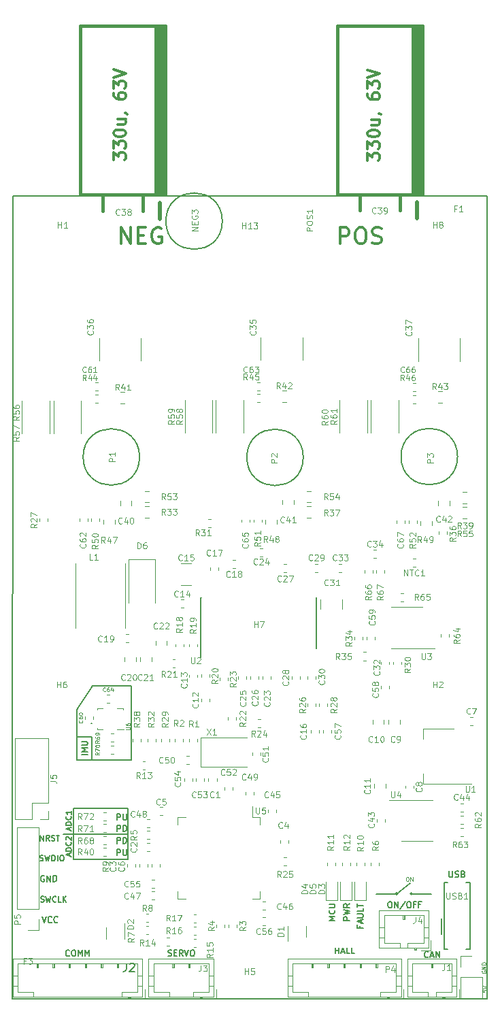
<source format=gbr>
G04 #@! TF.GenerationSoftware,KiCad,Pcbnew,(5.1.5)-3*
G04 #@! TF.CreationDate,2020-04-08T13:55:35-05:00*
G04 #@! TF.ProjectId,Cheap FOCer 2 60mm,43686561-7020-4464-9f43-657220322036,1*
G04 #@! TF.SameCoordinates,PX6979f40PYa1135a0*
G04 #@! TF.FileFunction,Legend,Top*
G04 #@! TF.FilePolarity,Positive*
%FSLAX46Y46*%
G04 Gerber Fmt 4.6, Leading zero omitted, Abs format (unit mm)*
G04 Created by KiCad (PCBNEW (5.1.5)-3) date 2020-04-08 13:55:35*
%MOMM*%
%LPD*%
G04 APERTURE LIST*
%ADD10C,0.150000*%
%ADD11C,0.175000*%
%ADD12C,0.187500*%
%ADD13C,0.100000*%
%ADD14C,0.300000*%
%ADD15C,0.120000*%
%ADD16C,0.381000*%
%ADD17C,0.500000*%
G04 APERTURE END LIST*
D10*
X9900000Y32600000D02*
X8000000Y32600000D01*
X9900000Y29700000D02*
X9900000Y32600000D01*
X10000000Y39000000D02*
X8000000Y36000000D01*
D11*
X7116666Y17800000D02*
X7116666Y18133334D01*
X7316666Y17733334D02*
X6616666Y17966667D01*
X7316666Y18200000D01*
X7316666Y18433334D02*
X6616666Y18433334D01*
X6616666Y18600000D01*
X6650000Y18700000D01*
X6716666Y18766667D01*
X6783333Y18800000D01*
X6916666Y18833334D01*
X7016666Y18833334D01*
X7150000Y18800000D01*
X7216666Y18766667D01*
X7283333Y18700000D01*
X7316666Y18600000D01*
X7316666Y18433334D01*
X7250000Y19533334D02*
X7283333Y19500000D01*
X7316666Y19400000D01*
X7316666Y19333334D01*
X7283333Y19233334D01*
X7216666Y19166667D01*
X7150000Y19133334D01*
X7016666Y19100000D01*
X6916666Y19100000D01*
X6783333Y19133334D01*
X6716666Y19166667D01*
X6650000Y19233334D01*
X6616666Y19333334D01*
X6616666Y19400000D01*
X6650000Y19500000D01*
X6683333Y19533334D01*
X6683333Y19800000D02*
X6650000Y19833334D01*
X6616666Y19900000D01*
X6616666Y20066667D01*
X6650000Y20133334D01*
X6683333Y20166667D01*
X6750000Y20200000D01*
X6816666Y20200000D01*
X6916666Y20166667D01*
X7316666Y19766667D01*
X7316666Y20200000D01*
X7116666Y21000000D02*
X7116666Y21333334D01*
X7316666Y20933334D02*
X6616666Y21166667D01*
X7316666Y21400000D01*
X7316666Y21633334D02*
X6616666Y21633334D01*
X6616666Y21800000D01*
X6650000Y21900000D01*
X6716666Y21966667D01*
X6783333Y22000000D01*
X6916666Y22033334D01*
X7016666Y22033334D01*
X7150000Y22000000D01*
X7216666Y21966667D01*
X7283333Y21900000D01*
X7316666Y21800000D01*
X7316666Y21633334D01*
X7250000Y22733334D02*
X7283333Y22700000D01*
X7316666Y22600000D01*
X7316666Y22533334D01*
X7283333Y22433334D01*
X7216666Y22366667D01*
X7150000Y22333334D01*
X7016666Y22300000D01*
X6916666Y22300000D01*
X6783333Y22333334D01*
X6716666Y22366667D01*
X6650000Y22433334D01*
X6616666Y22533334D01*
X6616666Y22600000D01*
X6650000Y22700000D01*
X6683333Y22733334D01*
X7316666Y23400000D02*
X7316666Y23000000D01*
X7316666Y23200000D02*
X6616666Y23200000D01*
X6716666Y23133334D01*
X6783333Y23066667D01*
X6816666Y23000000D01*
D10*
X14400000Y20500000D02*
X6300000Y20500000D01*
D12*
X13028571Y20860715D02*
X13028571Y21610715D01*
X13314285Y21610715D01*
X13385714Y21575000D01*
X13421428Y21539286D01*
X13457142Y21467858D01*
X13457142Y21360715D01*
X13421428Y21289286D01*
X13385714Y21253572D01*
X13314285Y21217858D01*
X13028571Y21217858D01*
X13778571Y20860715D02*
X13778571Y21610715D01*
X13957142Y21610715D01*
X14064285Y21575000D01*
X14135714Y21503572D01*
X14171428Y21432143D01*
X14207142Y21289286D01*
X14207142Y21182143D01*
X14171428Y21039286D01*
X14135714Y20967858D01*
X14064285Y20896429D01*
X13957142Y20860715D01*
X13778571Y20860715D01*
X13028571Y19360715D02*
X13028571Y20110715D01*
X13314285Y20110715D01*
X13385714Y20075000D01*
X13421428Y20039286D01*
X13457142Y19967858D01*
X13457142Y19860715D01*
X13421428Y19789286D01*
X13385714Y19753572D01*
X13314285Y19717858D01*
X13028571Y19717858D01*
X13778571Y19360715D02*
X13778571Y20110715D01*
X13957142Y20110715D01*
X14064285Y20075000D01*
X14135714Y20003572D01*
X14171428Y19932143D01*
X14207142Y19789286D01*
X14207142Y19682143D01*
X14171428Y19539286D01*
X14135714Y19467858D01*
X14064285Y19396429D01*
X13957142Y19360715D01*
X13778571Y19360715D01*
X13010714Y17860715D02*
X13010714Y18610715D01*
X13296428Y18610715D01*
X13367857Y18575000D01*
X13403571Y18539286D01*
X13439285Y18467858D01*
X13439285Y18360715D01*
X13403571Y18289286D01*
X13367857Y18253572D01*
X13296428Y18217858D01*
X13010714Y18217858D01*
X13760714Y18610715D02*
X13760714Y18003572D01*
X13796428Y17932143D01*
X13832142Y17896429D01*
X13903571Y17860715D01*
X14046428Y17860715D01*
X14117857Y17896429D01*
X14153571Y17932143D01*
X14189285Y18003572D01*
X14189285Y18610715D01*
X13010714Y22260715D02*
X13010714Y23010715D01*
X13296428Y23010715D01*
X13367857Y22975000D01*
X13403571Y22939286D01*
X13439285Y22867858D01*
X13439285Y22760715D01*
X13403571Y22689286D01*
X13367857Y22653572D01*
X13296428Y22617858D01*
X13010714Y22617858D01*
X13760714Y23010715D02*
X13760714Y22403572D01*
X13796428Y22332143D01*
X13832142Y22296429D01*
X13903571Y22260715D01*
X14046428Y22260715D01*
X14117857Y22296429D01*
X14153571Y22332143D01*
X14189285Y22403572D01*
X14189285Y23010715D01*
D10*
X7600000Y17400000D02*
X7600000Y23700000D01*
X14400000Y23700000D02*
X7600000Y23700000D01*
X14400000Y17400000D02*
X14400000Y23700000D01*
X7600000Y17400000D02*
X14400000Y17400000D01*
X9900000Y34300000D02*
X9800000Y34300000D01*
D12*
X9339285Y30378572D02*
X8589285Y30378572D01*
X9339285Y30735715D02*
X8589285Y30735715D01*
X9125000Y30985715D01*
X8589285Y31235715D01*
X9339285Y31235715D01*
X8589285Y31592858D02*
X9196428Y31592858D01*
X9267857Y31628572D01*
X9303571Y31664286D01*
X9339285Y31735715D01*
X9339285Y31878572D01*
X9303571Y31950000D01*
X9267857Y31985715D01*
X9196428Y32021429D01*
X8589285Y32021429D01*
D10*
X14800000Y39000000D02*
X10000000Y39000000D01*
X14800000Y29700000D02*
X14800000Y39000000D01*
X8100000Y29700000D02*
X14800000Y29700000D01*
X8000000Y36000000D02*
X8000000Y29700000D01*
D12*
X40139285Y9782143D02*
X39389285Y9782143D01*
X39925000Y10032143D01*
X39389285Y10282143D01*
X40139285Y10282143D01*
X40067857Y11067858D02*
X40103571Y11032143D01*
X40139285Y10925000D01*
X40139285Y10853572D01*
X40103571Y10746429D01*
X40032142Y10675000D01*
X39960714Y10639286D01*
X39817857Y10603572D01*
X39710714Y10603572D01*
X39567857Y10639286D01*
X39496428Y10675000D01*
X39425000Y10746429D01*
X39389285Y10853572D01*
X39389285Y10925000D01*
X39425000Y11032143D01*
X39460714Y11067858D01*
X39389285Y11389286D02*
X39996428Y11389286D01*
X40067857Y11425000D01*
X40103571Y11460715D01*
X40139285Y11532143D01*
X40139285Y11675000D01*
X40103571Y11746429D01*
X40067857Y11782143D01*
X39996428Y11817858D01*
X39389285Y11817858D01*
X43246428Y9103572D02*
X43246428Y8853572D01*
X43639285Y8853572D02*
X42889285Y8853572D01*
X42889285Y9210715D01*
X43425000Y9460715D02*
X43425000Y9817858D01*
X43639285Y9389286D02*
X42889285Y9639286D01*
X43639285Y9889286D01*
X42889285Y10139286D02*
X43496428Y10139286D01*
X43567857Y10175000D01*
X43603571Y10210715D01*
X43639285Y10282143D01*
X43639285Y10425000D01*
X43603571Y10496429D01*
X43567857Y10532143D01*
X43496428Y10567858D01*
X42889285Y10567858D01*
X43639285Y11282143D02*
X43639285Y10925000D01*
X42889285Y10925000D01*
X42889285Y11425000D02*
X42889285Y11853572D01*
X43639285Y11639286D02*
X42889285Y11639286D01*
X41939285Y9800000D02*
X41189285Y9800000D01*
X41189285Y10085715D01*
X41225000Y10157143D01*
X41260714Y10192858D01*
X41332142Y10228572D01*
X41439285Y10228572D01*
X41510714Y10192858D01*
X41546428Y10157143D01*
X41582142Y10085715D01*
X41582142Y9800000D01*
X41189285Y10478572D02*
X41939285Y10657143D01*
X41403571Y10800000D01*
X41939285Y10942858D01*
X41189285Y11121429D01*
X41939285Y11835715D02*
X41582142Y11585715D01*
X41939285Y11407143D02*
X41189285Y11407143D01*
X41189285Y11692858D01*
X41225000Y11764286D01*
X41260714Y11800000D01*
X41332142Y11835715D01*
X41439285Y11835715D01*
X41510714Y11800000D01*
X41546428Y11764286D01*
X41582142Y11692858D01*
X41582142Y11407143D01*
D13*
X49090476Y15173810D02*
X49185714Y15173810D01*
X49233333Y15150000D01*
X49280952Y15102381D01*
X49304761Y15007143D01*
X49304761Y14840477D01*
X49280952Y14745239D01*
X49233333Y14697620D01*
X49185714Y14673810D01*
X49090476Y14673810D01*
X49042857Y14697620D01*
X48995238Y14745239D01*
X48971428Y14840477D01*
X48971428Y15007143D01*
X48995238Y15102381D01*
X49042857Y15150000D01*
X49090476Y15173810D01*
X49519047Y14673810D02*
X49519047Y15173810D01*
X49804761Y14673810D01*
X49804761Y15173810D01*
D10*
X49741421Y13100000D02*
G75*
G03X49741421Y13100000I-141421J0D01*
G01*
X47941421Y13100000D02*
G75*
G03X47941421Y13100000I-141421J0D01*
G01*
X49600000Y13100000D02*
X52100000Y13100000D01*
X47800000Y13100000D02*
X49500000Y14400000D01*
X45300000Y13100000D02*
X47800000Y13100000D01*
D13*
X58450000Y3519048D02*
X58426190Y3471429D01*
X58426190Y3400000D01*
X58450000Y3328572D01*
X58497619Y3280953D01*
X58545238Y3257143D01*
X58640476Y3233334D01*
X58711904Y3233334D01*
X58807142Y3257143D01*
X58854761Y3280953D01*
X58902380Y3328572D01*
X58926190Y3400000D01*
X58926190Y3447620D01*
X58902380Y3519048D01*
X58878571Y3542858D01*
X58711904Y3542858D01*
X58711904Y3447620D01*
X58926190Y3757143D02*
X58426190Y3757143D01*
X58926190Y4042858D01*
X58426190Y4042858D01*
X58926190Y4280953D02*
X58426190Y4280953D01*
X58426190Y4400000D01*
X58450000Y4471429D01*
X58497619Y4519048D01*
X58545238Y4542858D01*
X58640476Y4566667D01*
X58711904Y4566667D01*
X58807142Y4542858D01*
X58854761Y4519048D01*
X58902380Y4471429D01*
X58926190Y4400000D01*
X58926190Y4280953D01*
X58526190Y1104762D02*
X58526190Y866667D01*
X58764285Y842858D01*
X58740476Y866667D01*
X58716666Y914286D01*
X58716666Y1033334D01*
X58740476Y1080953D01*
X58764285Y1104762D01*
X58811904Y1128572D01*
X58930952Y1128572D01*
X58978571Y1104762D01*
X59002380Y1080953D01*
X59026190Y1033334D01*
X59026190Y914286D01*
X59002380Y866667D01*
X58978571Y842858D01*
X58526190Y1271429D02*
X59026190Y1438096D01*
X58526190Y1604762D01*
D12*
X54353571Y15910715D02*
X54353571Y15303572D01*
X54389285Y15232143D01*
X54425000Y15196429D01*
X54496428Y15160715D01*
X54639285Y15160715D01*
X54710714Y15196429D01*
X54746428Y15232143D01*
X54782142Y15303572D01*
X54782142Y15910715D01*
X55103571Y15196429D02*
X55210714Y15160715D01*
X55389285Y15160715D01*
X55460714Y15196429D01*
X55496428Y15232143D01*
X55532142Y15303572D01*
X55532142Y15375000D01*
X55496428Y15446429D01*
X55460714Y15482143D01*
X55389285Y15517858D01*
X55246428Y15553572D01*
X55175000Y15589286D01*
X55139285Y15625000D01*
X55103571Y15696429D01*
X55103571Y15767858D01*
X55139285Y15839286D01*
X55175000Y15875000D01*
X55246428Y15910715D01*
X55425000Y15910715D01*
X55532142Y15875000D01*
X56103571Y15553572D02*
X56210714Y15517858D01*
X56246428Y15482143D01*
X56282142Y15410715D01*
X56282142Y15303572D01*
X56246428Y15232143D01*
X56210714Y15196429D01*
X56139285Y15160715D01*
X55853571Y15160715D01*
X55853571Y15910715D01*
X56103571Y15910715D01*
X56175000Y15875000D01*
X56210714Y15839286D01*
X56246428Y15767858D01*
X56246428Y15696429D01*
X56210714Y15625000D01*
X56175000Y15589286D01*
X56103571Y15553572D01*
X55853571Y15553572D01*
X46907142Y12110715D02*
X47050000Y12110715D01*
X47121428Y12075000D01*
X47192857Y12003572D01*
X47228571Y11860715D01*
X47228571Y11610715D01*
X47192857Y11467858D01*
X47121428Y11396429D01*
X47050000Y11360715D01*
X46907142Y11360715D01*
X46835714Y11396429D01*
X46764285Y11467858D01*
X46728571Y11610715D01*
X46728571Y11860715D01*
X46764285Y12003572D01*
X46835714Y12075000D01*
X46907142Y12110715D01*
X47550000Y11360715D02*
X47550000Y12110715D01*
X47978571Y11360715D01*
X47978571Y12110715D01*
X48871428Y12146429D02*
X48228571Y11182143D01*
X49264285Y12110715D02*
X49407142Y12110715D01*
X49478571Y12075000D01*
X49550000Y12003572D01*
X49585714Y11860715D01*
X49585714Y11610715D01*
X49550000Y11467858D01*
X49478571Y11396429D01*
X49407142Y11360715D01*
X49264285Y11360715D01*
X49192857Y11396429D01*
X49121428Y11467858D01*
X49085714Y11610715D01*
X49085714Y11860715D01*
X49121428Y12003572D01*
X49192857Y12075000D01*
X49264285Y12110715D01*
X50157142Y11753572D02*
X49907142Y11753572D01*
X49907142Y11360715D02*
X49907142Y12110715D01*
X50264285Y12110715D01*
X50800000Y11753572D02*
X50550000Y11753572D01*
X50550000Y11360715D02*
X50550000Y12110715D01*
X50907142Y12110715D01*
X51717857Y5232143D02*
X51682142Y5196429D01*
X51575000Y5160715D01*
X51503571Y5160715D01*
X51396428Y5196429D01*
X51325000Y5267858D01*
X51289285Y5339286D01*
X51253571Y5482143D01*
X51253571Y5589286D01*
X51289285Y5732143D01*
X51325000Y5803572D01*
X51396428Y5875000D01*
X51503571Y5910715D01*
X51575000Y5910715D01*
X51682142Y5875000D01*
X51717857Y5839286D01*
X52003571Y5375000D02*
X52360714Y5375000D01*
X51932142Y5160715D02*
X52182142Y5910715D01*
X52432142Y5160715D01*
X52682142Y5160715D02*
X52682142Y5910715D01*
X53110714Y5160715D01*
X53110714Y5910715D01*
X40157142Y5660715D02*
X40157142Y6410715D01*
X40157142Y6053572D02*
X40585714Y6053572D01*
X40585714Y5660715D02*
X40585714Y6410715D01*
X40907142Y5875000D02*
X41264285Y5875000D01*
X40835714Y5660715D02*
X41085714Y6410715D01*
X41335714Y5660715D01*
X41942857Y5660715D02*
X41585714Y5660715D01*
X41585714Y6410715D01*
X42550000Y5660715D02*
X42192857Y5660715D01*
X42192857Y6410715D01*
X19357142Y5396429D02*
X19464285Y5360715D01*
X19642857Y5360715D01*
X19714285Y5396429D01*
X19750000Y5432143D01*
X19785714Y5503572D01*
X19785714Y5575000D01*
X19750000Y5646429D01*
X19714285Y5682143D01*
X19642857Y5717858D01*
X19500000Y5753572D01*
X19428571Y5789286D01*
X19392857Y5825000D01*
X19357142Y5896429D01*
X19357142Y5967858D01*
X19392857Y6039286D01*
X19428571Y6075000D01*
X19500000Y6110715D01*
X19678571Y6110715D01*
X19785714Y6075000D01*
X20107142Y5753572D02*
X20357142Y5753572D01*
X20464285Y5360715D02*
X20107142Y5360715D01*
X20107142Y6110715D01*
X20464285Y6110715D01*
X21214285Y5360715D02*
X20964285Y5717858D01*
X20785714Y5360715D02*
X20785714Y6110715D01*
X21071428Y6110715D01*
X21142857Y6075000D01*
X21178571Y6039286D01*
X21214285Y5967858D01*
X21214285Y5860715D01*
X21178571Y5789286D01*
X21142857Y5753572D01*
X21071428Y5717858D01*
X20785714Y5717858D01*
X21428571Y6110715D02*
X21678571Y5360715D01*
X21928571Y6110715D01*
X22321428Y6110715D02*
X22464285Y6110715D01*
X22535714Y6075000D01*
X22607142Y6003572D01*
X22642857Y5860715D01*
X22642857Y5610715D01*
X22607142Y5467858D01*
X22535714Y5396429D01*
X22464285Y5360715D01*
X22321428Y5360715D01*
X22250000Y5396429D01*
X22178571Y5467858D01*
X22142857Y5610715D01*
X22142857Y5860715D01*
X22178571Y6003572D01*
X22250000Y6075000D01*
X22321428Y6110715D01*
X7082142Y5432143D02*
X7046428Y5396429D01*
X6939285Y5360715D01*
X6867857Y5360715D01*
X6760714Y5396429D01*
X6689285Y5467858D01*
X6653571Y5539286D01*
X6617857Y5682143D01*
X6617857Y5789286D01*
X6653571Y5932143D01*
X6689285Y6003572D01*
X6760714Y6075000D01*
X6867857Y6110715D01*
X6939285Y6110715D01*
X7046428Y6075000D01*
X7082142Y6039286D01*
X7546428Y6110715D02*
X7689285Y6110715D01*
X7760714Y6075000D01*
X7832142Y6003572D01*
X7867857Y5860715D01*
X7867857Y5610715D01*
X7832142Y5467858D01*
X7760714Y5396429D01*
X7689285Y5360715D01*
X7546428Y5360715D01*
X7475000Y5396429D01*
X7403571Y5467858D01*
X7367857Y5610715D01*
X7367857Y5860715D01*
X7403571Y6003572D01*
X7475000Y6075000D01*
X7546428Y6110715D01*
X8189285Y5360715D02*
X8189285Y6110715D01*
X8439285Y5575000D01*
X8689285Y6110715D01*
X8689285Y5360715D01*
X9046428Y5360715D02*
X9046428Y6110715D01*
X9296428Y5575000D01*
X9546428Y6110715D01*
X9546428Y5360715D01*
D10*
X59100000Y99900000D02*
X25000Y99900000D01*
X0Y0D02*
X59100000Y0D01*
X25000Y99900000D02*
X0Y0D01*
X59100000Y0D02*
X59100000Y99900000D01*
D12*
X3928571Y15325000D02*
X3857142Y15360715D01*
X3750000Y15360715D01*
X3642857Y15325000D01*
X3571428Y15253572D01*
X3535714Y15182143D01*
X3500000Y15039286D01*
X3500000Y14932143D01*
X3535714Y14789286D01*
X3571428Y14717858D01*
X3642857Y14646429D01*
X3750000Y14610715D01*
X3821428Y14610715D01*
X3928571Y14646429D01*
X3964285Y14682143D01*
X3964285Y14932143D01*
X3821428Y14932143D01*
X4285714Y14610715D02*
X4285714Y15360715D01*
X4714285Y14610715D01*
X4714285Y15360715D01*
X5071428Y14610715D02*
X5071428Y15360715D01*
X5250000Y15360715D01*
X5357142Y15325000D01*
X5428571Y15253572D01*
X5464285Y15182143D01*
X5500000Y15039286D01*
X5500000Y14932143D01*
X5464285Y14789286D01*
X5428571Y14717858D01*
X5357142Y14646429D01*
X5250000Y14610715D01*
X5071428Y14610715D01*
D11*
X3450000Y19683334D02*
X3450000Y20383334D01*
X3850000Y19683334D01*
X3850000Y20383334D01*
X4583333Y19683334D02*
X4350000Y20016667D01*
X4183333Y19683334D02*
X4183333Y20383334D01*
X4450000Y20383334D01*
X4516666Y20350000D01*
X4550000Y20316667D01*
X4583333Y20250000D01*
X4583333Y20150000D01*
X4550000Y20083334D01*
X4516666Y20050000D01*
X4450000Y20016667D01*
X4183333Y20016667D01*
X4850000Y19716667D02*
X4950000Y19683334D01*
X5116666Y19683334D01*
X5183333Y19716667D01*
X5216666Y19750000D01*
X5250000Y19816667D01*
X5250000Y19883334D01*
X5216666Y19950000D01*
X5183333Y19983334D01*
X5116666Y20016667D01*
X4983333Y20050000D01*
X4916666Y20083334D01*
X4883333Y20116667D01*
X4850000Y20183334D01*
X4850000Y20250000D01*
X4883333Y20316667D01*
X4916666Y20350000D01*
X4983333Y20383334D01*
X5150000Y20383334D01*
X5250000Y20350000D01*
X5450000Y20383334D02*
X5850000Y20383334D01*
X5650000Y19683334D02*
X5650000Y20383334D01*
D14*
X40776190Y93995239D02*
X40776190Y95995239D01*
X41538095Y95995239D01*
X41728571Y95900000D01*
X41823809Y95804762D01*
X41919047Y95614286D01*
X41919047Y95328572D01*
X41823809Y95138096D01*
X41728571Y95042858D01*
X41538095Y94947620D01*
X40776190Y94947620D01*
X43157142Y95995239D02*
X43538095Y95995239D01*
X43728571Y95900000D01*
X43919047Y95709524D01*
X44014285Y95328572D01*
X44014285Y94661905D01*
X43919047Y94280953D01*
X43728571Y94090477D01*
X43538095Y93995239D01*
X43157142Y93995239D01*
X42966666Y94090477D01*
X42776190Y94280953D01*
X42680952Y94661905D01*
X42680952Y95328572D01*
X42776190Y95709524D01*
X42966666Y95900000D01*
X43157142Y95995239D01*
X44776190Y94090477D02*
X45061904Y93995239D01*
X45538095Y93995239D01*
X45728571Y94090477D01*
X45823809Y94185715D01*
X45919047Y94376191D01*
X45919047Y94566667D01*
X45823809Y94757143D01*
X45728571Y94852381D01*
X45538095Y94947620D01*
X45157142Y95042858D01*
X44966666Y95138096D01*
X44871428Y95233334D01*
X44776190Y95423810D01*
X44776190Y95614286D01*
X44871428Y95804762D01*
X44966666Y95900000D01*
X45157142Y95995239D01*
X45633333Y95995239D01*
X45919047Y95900000D01*
D12*
X3700000Y10260715D02*
X3950000Y9510715D01*
X4200000Y10260715D01*
X4878571Y9582143D02*
X4842857Y9546429D01*
X4735714Y9510715D01*
X4664285Y9510715D01*
X4557142Y9546429D01*
X4485714Y9617858D01*
X4450000Y9689286D01*
X4414285Y9832143D01*
X4414285Y9939286D01*
X4450000Y10082143D01*
X4485714Y10153572D01*
X4557142Y10225000D01*
X4664285Y10260715D01*
X4735714Y10260715D01*
X4842857Y10225000D01*
X4878571Y10189286D01*
X5628571Y9582143D02*
X5592857Y9546429D01*
X5485714Y9510715D01*
X5414285Y9510715D01*
X5307142Y9546429D01*
X5235714Y9617858D01*
X5200000Y9689286D01*
X5164285Y9832143D01*
X5164285Y9939286D01*
X5200000Y10082143D01*
X5235714Y10153572D01*
X5307142Y10225000D01*
X5414285Y10260715D01*
X5485714Y10260715D01*
X5592857Y10225000D01*
X5628571Y10189286D01*
D14*
X13523809Y93995239D02*
X13523809Y95995239D01*
X14666666Y93995239D01*
X14666666Y95995239D01*
X15619047Y95042858D02*
X16285714Y95042858D01*
X16571428Y93995239D02*
X15619047Y93995239D01*
X15619047Y95995239D01*
X16571428Y95995239D01*
X18476190Y95900000D02*
X18285714Y95995239D01*
X18000000Y95995239D01*
X17714285Y95900000D01*
X17523809Y95709524D01*
X17428571Y95519048D01*
X17333333Y95138096D01*
X17333333Y94852381D01*
X17428571Y94471429D01*
X17523809Y94280953D01*
X17714285Y94090477D01*
X18000000Y93995239D01*
X18190476Y93995239D01*
X18476190Y94090477D01*
X18571428Y94185715D01*
X18571428Y94852381D01*
X18190476Y94852381D01*
D10*
X3516666Y12116667D02*
X3616666Y12083334D01*
X3783333Y12083334D01*
X3850000Y12116667D01*
X3883333Y12150000D01*
X3916666Y12216667D01*
X3916666Y12283334D01*
X3883333Y12350000D01*
X3850000Y12383334D01*
X3783333Y12416667D01*
X3650000Y12450000D01*
X3583333Y12483334D01*
X3550000Y12516667D01*
X3516666Y12583334D01*
X3516666Y12650000D01*
X3550000Y12716667D01*
X3583333Y12750000D01*
X3650000Y12783334D01*
X3816666Y12783334D01*
X3916666Y12750000D01*
X4150000Y12783334D02*
X4316666Y12083334D01*
X4450000Y12583334D01*
X4583333Y12083334D01*
X4750000Y12783334D01*
X5416666Y12150000D02*
X5383333Y12116667D01*
X5283333Y12083334D01*
X5216666Y12083334D01*
X5116666Y12116667D01*
X5050000Y12183334D01*
X5016666Y12250000D01*
X4983333Y12383334D01*
X4983333Y12483334D01*
X5016666Y12616667D01*
X5050000Y12683334D01*
X5116666Y12750000D01*
X5216666Y12783334D01*
X5283333Y12783334D01*
X5383333Y12750000D01*
X5416666Y12716667D01*
X6050000Y12083334D02*
X5716666Y12083334D01*
X5716666Y12783334D01*
X6283333Y12083334D02*
X6283333Y12783334D01*
X6683333Y12083334D02*
X6383333Y12483334D01*
X6683333Y12783334D02*
X6283333Y12383334D01*
D11*
X3416666Y17216667D02*
X3516666Y17183334D01*
X3683333Y17183334D01*
X3750000Y17216667D01*
X3783333Y17250000D01*
X3816666Y17316667D01*
X3816666Y17383334D01*
X3783333Y17450000D01*
X3750000Y17483334D01*
X3683333Y17516667D01*
X3550000Y17550000D01*
X3483333Y17583334D01*
X3450000Y17616667D01*
X3416666Y17683334D01*
X3416666Y17750000D01*
X3450000Y17816667D01*
X3483333Y17850000D01*
X3550000Y17883334D01*
X3716666Y17883334D01*
X3816666Y17850000D01*
X4050000Y17883334D02*
X4216666Y17183334D01*
X4350000Y17683334D01*
X4483333Y17183334D01*
X4650000Y17883334D01*
X4916666Y17183334D02*
X4916666Y17883334D01*
X5083333Y17883334D01*
X5183333Y17850000D01*
X5250000Y17783334D01*
X5283333Y17716667D01*
X5316666Y17583334D01*
X5316666Y17483334D01*
X5283333Y17350000D01*
X5250000Y17283334D01*
X5183333Y17216667D01*
X5083333Y17183334D01*
X4916666Y17183334D01*
X5616666Y17183334D02*
X5616666Y17883334D01*
X6083333Y17883334D02*
X6216666Y17883334D01*
X6283333Y17850000D01*
X6350000Y17783334D01*
X6383333Y17650000D01*
X6383333Y17416667D01*
X6350000Y17283334D01*
X6283333Y17216667D01*
X6216666Y17183334D01*
X6083333Y17183334D01*
X6016666Y17216667D01*
X5950000Y17283334D01*
X5916666Y17416667D01*
X5916666Y17650000D01*
X5950000Y17783334D01*
X6016666Y17850000D01*
X6083333Y17883334D01*
D15*
X17750000Y54700000D02*
X17750000Y49300000D01*
X14450000Y54700000D02*
X14450000Y49300000D01*
X17750000Y54700000D02*
X14450000Y54700000D01*
X20997936Y51490000D02*
X22202064Y51490000D01*
X20997936Y54210000D02*
X22202064Y54210000D01*
X11662779Y23210000D02*
X11337221Y23210000D01*
X11662779Y22190000D02*
X11337221Y22190000D01*
X11340953Y20756268D02*
X11666511Y20756268D01*
X11340953Y21776268D02*
X11666511Y21776268D01*
X11290953Y19256268D02*
X11616511Y19256268D01*
X11290953Y20276268D02*
X11616511Y20276268D01*
X11287221Y17790000D02*
X11612779Y17790000D01*
X11287221Y18810000D02*
X11612779Y18810000D01*
X47790000Y59562779D02*
X47790000Y59237221D01*
X48810000Y59562779D02*
X48810000Y59237221D01*
X50162779Y76660000D02*
X49837221Y76660000D01*
X50162779Y75640000D02*
X49837221Y75640000D01*
X28490000Y59662779D02*
X28490000Y59337221D01*
X29510000Y59662779D02*
X29510000Y59337221D01*
X30812779Y76760000D02*
X30487221Y76760000D01*
X30812779Y75740000D02*
X30487221Y75740000D01*
X8340000Y59762779D02*
X8340000Y59437221D01*
X9360000Y59762779D02*
X9360000Y59437221D01*
X10662779Y76710000D02*
X10337221Y76710000D01*
X10662779Y75690000D02*
X10337221Y75690000D01*
D13*
X10550000Y33510000D02*
X10550000Y33730000D01*
X11270000Y33510000D02*
X10550000Y33510000D01*
X10550000Y36210000D02*
X11270000Y36210000D01*
X10550000Y35990000D02*
X10550000Y36210000D01*
X13750000Y36210000D02*
X13750000Y35990000D01*
X13750000Y36210000D02*
X13030000Y36210000D01*
X13850000Y33510000D02*
X13030000Y33510000D01*
D15*
X12237221Y30540000D02*
X12562779Y30540000D01*
X12237221Y31560000D02*
X12562779Y31560000D01*
X12562779Y33010000D02*
X12237221Y33010000D01*
X12562779Y31990000D02*
X12237221Y31990000D01*
X11737221Y36890000D02*
X12062779Y36890000D01*
X11737221Y37910000D02*
X12062779Y37910000D01*
X10010000Y34837221D02*
X10010000Y35162779D01*
X8990000Y34837221D02*
X8990000Y35162779D01*
X16460000Y-10000D02*
X16460000Y1240000D01*
X15210000Y-10000D02*
X16460000Y-10000D01*
X3100000Y4400000D02*
X3100000Y3900000D01*
X3000000Y3900000D02*
X3000000Y4400000D01*
X3200000Y3900000D02*
X3000000Y3900000D01*
X3200000Y4400000D02*
X3200000Y3900000D01*
X5100000Y4400000D02*
X5100000Y3900000D01*
X5000000Y3900000D02*
X5000000Y4400000D01*
X5200000Y3900000D02*
X5000000Y3900000D01*
X5200000Y4400000D02*
X5200000Y3900000D01*
X7100000Y4400000D02*
X7100000Y3900000D01*
X7000000Y3900000D02*
X7000000Y4400000D01*
X7200000Y3900000D02*
X7000000Y3900000D01*
X7200000Y4400000D02*
X7200000Y3900000D01*
X9100000Y4400000D02*
X9100000Y3900000D01*
X9000000Y3900000D02*
X9000000Y4400000D01*
X9200000Y3900000D02*
X9000000Y3900000D01*
X9200000Y4400000D02*
X9200000Y3900000D01*
X11100000Y4400000D02*
X11100000Y3900000D01*
X11000000Y3900000D02*
X11000000Y4400000D01*
X11200000Y3900000D02*
X11000000Y3900000D01*
X11200000Y4400000D02*
X11200000Y3900000D01*
X13100000Y4400000D02*
X13100000Y3900000D01*
X13000000Y3900000D02*
X13000000Y4400000D01*
X13200000Y3900000D02*
X13000000Y3900000D01*
X13200000Y4400000D02*
X13200000Y3900000D01*
X40000Y2900000D02*
X650000Y2900000D01*
X40000Y1600000D02*
X650000Y1600000D01*
X16160000Y2900000D02*
X15550000Y2900000D01*
X16160000Y1600000D02*
X15550000Y1600000D01*
X2600000Y900000D02*
X2600000Y290000D01*
X650000Y900000D02*
X2600000Y900000D01*
X650000Y4400000D02*
X650000Y900000D01*
X15550000Y4400000D02*
X650000Y4400000D01*
X15550000Y900000D02*
X15550000Y4400000D01*
X13600000Y900000D02*
X15550000Y900000D01*
X13600000Y290000D02*
X13600000Y900000D01*
X14400000Y190000D02*
X14700000Y190000D01*
X14700000Y90000D02*
X14700000Y290000D01*
X14400000Y90000D02*
X14700000Y90000D01*
X14400000Y290000D02*
X14400000Y90000D01*
X40000Y290000D02*
X16160000Y290000D01*
X40000Y5010000D02*
X40000Y290000D01*
X16160000Y5010000D02*
X40000Y5010000D01*
X16160000Y290000D02*
X16160000Y5010000D01*
X25360000Y-10000D02*
X25360000Y1240000D01*
X24110000Y-10000D02*
X25360000Y-10000D01*
X20000000Y4400000D02*
X20000000Y3900000D01*
X19900000Y3900000D02*
X19900000Y4400000D01*
X20100000Y3900000D02*
X19900000Y3900000D01*
X20100000Y4400000D02*
X20100000Y3900000D01*
X22000000Y4400000D02*
X22000000Y3900000D01*
X21900000Y3900000D02*
X21900000Y4400000D01*
X22100000Y3900000D02*
X21900000Y3900000D01*
X22100000Y4400000D02*
X22100000Y3900000D01*
X16940000Y2900000D02*
X17550000Y2900000D01*
X16940000Y1600000D02*
X17550000Y1600000D01*
X25060000Y2900000D02*
X24450000Y2900000D01*
X25060000Y1600000D02*
X24450000Y1600000D01*
X19500000Y900000D02*
X19500000Y290000D01*
X17550000Y900000D02*
X19500000Y900000D01*
X17550000Y4400000D02*
X17550000Y900000D01*
X24450000Y4400000D02*
X17550000Y4400000D01*
X24450000Y900000D02*
X24450000Y4400000D01*
X22500000Y900000D02*
X24450000Y900000D01*
X22500000Y290000D02*
X22500000Y900000D01*
X23300000Y190000D02*
X23600000Y190000D01*
X23600000Y90000D02*
X23600000Y290000D01*
X23300000Y90000D02*
X23600000Y90000D01*
X23300000Y290000D02*
X23300000Y90000D01*
X16940000Y290000D02*
X25060000Y290000D01*
X16940000Y5010000D02*
X16940000Y290000D01*
X25060000Y5010000D02*
X16940000Y5010000D01*
X25060000Y290000D02*
X25060000Y5010000D01*
X48360000Y290000D02*
X48360000Y5010000D01*
X48360000Y5010000D02*
X34240000Y5010000D01*
X34240000Y5010000D02*
X34240000Y290000D01*
X34240000Y290000D02*
X48360000Y290000D01*
X46600000Y290000D02*
X46600000Y90000D01*
X46600000Y90000D02*
X46900000Y90000D01*
X46900000Y90000D02*
X46900000Y290000D01*
X46600000Y190000D02*
X46900000Y190000D01*
X45800000Y290000D02*
X45800000Y900000D01*
X45800000Y900000D02*
X47750000Y900000D01*
X47750000Y900000D02*
X47750000Y4400000D01*
X47750000Y4400000D02*
X34850000Y4400000D01*
X34850000Y4400000D02*
X34850000Y900000D01*
X34850000Y900000D02*
X36800000Y900000D01*
X36800000Y900000D02*
X36800000Y290000D01*
X48360000Y1600000D02*
X47750000Y1600000D01*
X48360000Y2900000D02*
X47750000Y2900000D01*
X34240000Y1600000D02*
X34850000Y1600000D01*
X34240000Y2900000D02*
X34850000Y2900000D01*
X45400000Y4400000D02*
X45400000Y3900000D01*
X45400000Y3900000D02*
X45200000Y3900000D01*
X45200000Y3900000D02*
X45200000Y4400000D01*
X45300000Y4400000D02*
X45300000Y3900000D01*
X43400000Y4400000D02*
X43400000Y3900000D01*
X43400000Y3900000D02*
X43200000Y3900000D01*
X43200000Y3900000D02*
X43200000Y4400000D01*
X43300000Y4400000D02*
X43300000Y3900000D01*
X41400000Y4400000D02*
X41400000Y3900000D01*
X41400000Y3900000D02*
X41200000Y3900000D01*
X41200000Y3900000D02*
X41200000Y4400000D01*
X41300000Y4400000D02*
X41300000Y3900000D01*
X39400000Y4400000D02*
X39400000Y3900000D01*
X39400000Y3900000D02*
X39200000Y3900000D01*
X39200000Y3900000D02*
X39200000Y4400000D01*
X39300000Y4400000D02*
X39300000Y3900000D01*
X37400000Y4400000D02*
X37400000Y3900000D01*
X37400000Y3900000D02*
X37200000Y3900000D01*
X37200000Y3900000D02*
X37200000Y4400000D01*
X37300000Y4400000D02*
X37300000Y3900000D01*
X47410000Y-10000D02*
X48660000Y-10000D01*
X48660000Y-10000D02*
X48660000Y1240000D01*
X55260000Y290000D02*
X55260000Y5010000D01*
X55260000Y5010000D02*
X49140000Y5010000D01*
X49140000Y5010000D02*
X49140000Y290000D01*
X49140000Y290000D02*
X55260000Y290000D01*
X53500000Y290000D02*
X53500000Y90000D01*
X53500000Y90000D02*
X53800000Y90000D01*
X53800000Y90000D02*
X53800000Y290000D01*
X53500000Y190000D02*
X53800000Y190000D01*
X52700000Y290000D02*
X52700000Y900000D01*
X52700000Y900000D02*
X54650000Y900000D01*
X54650000Y900000D02*
X54650000Y4400000D01*
X54650000Y4400000D02*
X49750000Y4400000D01*
X49750000Y4400000D02*
X49750000Y900000D01*
X49750000Y900000D02*
X51700000Y900000D01*
X51700000Y900000D02*
X51700000Y290000D01*
X55260000Y1600000D02*
X54650000Y1600000D01*
X55260000Y2900000D02*
X54650000Y2900000D01*
X49140000Y1600000D02*
X49750000Y1600000D01*
X49140000Y2900000D02*
X49750000Y2900000D01*
X52300000Y4400000D02*
X52300000Y3900000D01*
X52300000Y3900000D02*
X52100000Y3900000D01*
X52100000Y3900000D02*
X52100000Y4400000D01*
X52200000Y4400000D02*
X52200000Y3900000D01*
X54310000Y-10000D02*
X55560000Y-10000D01*
X55560000Y-10000D02*
X55560000Y1240000D01*
X52060000Y6040000D02*
X52060000Y7290000D01*
X50810000Y6040000D02*
X52060000Y6040000D01*
X48700000Y10450000D02*
X48700000Y9950000D01*
X48600000Y9950000D02*
X48600000Y10450000D01*
X48800000Y9950000D02*
X48600000Y9950000D01*
X48800000Y10450000D02*
X48800000Y9950000D01*
X45640000Y8950000D02*
X46250000Y8950000D01*
X45640000Y7650000D02*
X46250000Y7650000D01*
X51760000Y8950000D02*
X51150000Y8950000D01*
X51760000Y7650000D02*
X51150000Y7650000D01*
X48200000Y6950000D02*
X48200000Y6340000D01*
X46250000Y6950000D02*
X48200000Y6950000D01*
X46250000Y10450000D02*
X46250000Y6950000D01*
X51150000Y10450000D02*
X46250000Y10450000D01*
X51150000Y6950000D02*
X51150000Y10450000D01*
X49200000Y6950000D02*
X51150000Y6950000D01*
X49200000Y6340000D02*
X49200000Y6950000D01*
X50000000Y6240000D02*
X50300000Y6240000D01*
X50300000Y6140000D02*
X50300000Y6340000D01*
X50000000Y6140000D02*
X50300000Y6140000D01*
X50000000Y6340000D02*
X50000000Y6140000D01*
X45640000Y6340000D02*
X51760000Y6340000D01*
X45640000Y11060000D02*
X45640000Y6340000D01*
X51760000Y11060000D02*
X45640000Y11060000D01*
X51760000Y6340000D02*
X51760000Y11060000D01*
X50310000Y59237221D02*
X50310000Y59562779D01*
X49290000Y59237221D02*
X49290000Y59562779D01*
D16*
X49836600Y100137300D02*
X49836600Y121137300D01*
X50136600Y100137300D02*
X50136600Y121137300D01*
X50436600Y100137300D02*
X50436600Y121137300D01*
X43236600Y98137300D02*
X43236600Y100137300D01*
X48236600Y98137300D02*
X48236600Y100137300D01*
X51036600Y121137300D02*
X51036600Y100137300D01*
X50736600Y100137300D02*
X50736600Y121137300D01*
X40436600Y100137300D02*
X51036600Y100137300D01*
X40436600Y121137300D02*
X40436600Y100137300D01*
X51036600Y121137300D02*
X40436600Y121137300D01*
D17*
X50336600Y97137300D02*
X50336600Y99137300D01*
D15*
X37158578Y63210000D02*
X36641422Y63210000D01*
X37158578Y61790000D02*
X36641422Y61790000D01*
D17*
X18336600Y97087300D02*
X18336600Y99087300D01*
D16*
X19036600Y121087300D02*
X8436600Y121087300D01*
X8436600Y121087300D02*
X8436600Y100087300D01*
X8436600Y100087300D02*
X19036600Y100087300D01*
X18736600Y100087300D02*
X18736600Y121087300D01*
X19036600Y121087300D02*
X19036600Y100087300D01*
X16236600Y98087300D02*
X16236600Y100087300D01*
X11236600Y98087300D02*
X11236600Y100087300D01*
X18436600Y100087300D02*
X18436600Y121087300D01*
X18136600Y100087300D02*
X18136600Y121087300D01*
X17836600Y100087300D02*
X17836600Y121087300D01*
D15*
X24390001Y27480293D02*
X24390001Y27154735D01*
X25410001Y27480293D02*
X25410001Y27154735D01*
X16512779Y29560000D02*
X16187221Y29560000D01*
X16512779Y28540000D02*
X16187221Y28540000D01*
X17810000Y32037221D02*
X17810000Y32362779D01*
X16790000Y32037221D02*
X16790000Y32362779D01*
X30910000Y30337221D02*
X30910000Y30662779D01*
X29890000Y30337221D02*
X29890000Y30662779D01*
X29835358Y22652513D02*
X29835358Y23992513D01*
X30785358Y22652513D02*
X29835358Y22652513D01*
X30785358Y21702513D02*
X30785358Y22652513D01*
X30785358Y12432513D02*
X29835358Y12432513D01*
X30785358Y13382513D02*
X30785358Y12432513D01*
X20565358Y22652513D02*
X21515358Y22652513D01*
X20565358Y21702513D02*
X20565358Y22652513D01*
X20565358Y12432513D02*
X21515358Y12432513D01*
X20565358Y13382513D02*
X20565358Y12432513D01*
X26390000Y26362779D02*
X26390000Y26037221D01*
X27410000Y26362779D02*
X27410000Y26037221D01*
X29990000Y59337221D02*
X29990000Y59662779D01*
X31010000Y59337221D02*
X31010000Y59662779D01*
X56087779Y21310000D02*
X55762221Y21310000D01*
X56087779Y20290000D02*
X55762221Y20290000D01*
X3230000Y8570000D02*
X1900000Y8570000D01*
X3230000Y9900000D02*
X3230000Y8570000D01*
X3230000Y11170000D02*
X570000Y11170000D01*
X570000Y11170000D02*
X570000Y21390000D01*
X3230000Y11170000D02*
X3230000Y21390000D01*
X3230000Y21390000D02*
X570000Y21390000D01*
X22862779Y10527515D02*
X22537221Y10527515D01*
X22862779Y9507515D02*
X22537221Y9507515D01*
X27412221Y53590000D02*
X27737779Y53590000D01*
X27412221Y54610000D02*
X27737779Y54610000D01*
X10810000Y59775279D02*
X10810000Y59449721D01*
X9790000Y59775279D02*
X9790000Y59449721D01*
X16737221Y21339999D02*
X17062779Y21339999D01*
X16737221Y22359999D02*
X17062779Y22359999D01*
X21310000Y43837221D02*
X21310000Y44162779D01*
X20290000Y43837221D02*
X20290000Y44162779D01*
X19912221Y42310000D02*
X20237779Y42310000D01*
X19912221Y41290000D02*
X20237779Y41290000D01*
X26810000Y39637221D02*
X26810000Y39962779D01*
X25790000Y39637221D02*
X25790000Y39962779D01*
X15385000Y42041422D02*
X15385000Y42558578D01*
X13965000Y42041422D02*
X13965000Y42558578D01*
X43637221Y42140000D02*
X43962779Y42140000D01*
X43637221Y43160000D02*
X43962779Y43160000D01*
X10790000Y82253248D02*
X10790000Y79421752D01*
X16010000Y82253248D02*
X16010000Y79421752D01*
X4460000Y22340000D02*
X3400000Y22340000D01*
X4460000Y23400000D02*
X4460000Y22340000D01*
X2400000Y22340000D02*
X340000Y22340000D01*
X2400000Y24400000D02*
X2400000Y22340000D01*
X4460000Y24400000D02*
X2400000Y24400000D01*
X340000Y22340000D02*
X340000Y32460000D01*
X4460000Y24400000D02*
X4460000Y32460000D01*
X4460000Y32460000D02*
X340000Y32460000D01*
X16810000Y16437221D02*
X16810000Y16762779D01*
X15790000Y16437221D02*
X15790000Y16762779D01*
D10*
X26112834Y96800000D02*
G75*
G03X26112834Y96800000I-3512834J0D01*
G01*
D15*
X42540000Y45062779D02*
X42540000Y44737221D01*
X43560000Y45062779D02*
X43560000Y44737221D01*
X53090000Y58162779D02*
X53090000Y57837221D01*
X54110000Y58162779D02*
X54110000Y57837221D01*
X46765000Y34758578D02*
X46765000Y34241422D01*
X48185000Y34758578D02*
X48185000Y34241422D01*
X25390000Y9262779D02*
X25390000Y8937221D01*
X26410000Y9262779D02*
X26410000Y8937221D01*
X49837221Y74140000D02*
X50162779Y74140000D01*
X49837221Y75160000D02*
X50162779Y75160000D01*
X35760000Y40162779D02*
X35760000Y39837221D01*
X34740000Y40162779D02*
X34740000Y39837221D01*
X24662779Y59710000D02*
X24337221Y59710000D01*
X24662779Y58690000D02*
X24337221Y58690000D01*
X23010000Y43837221D02*
X23010000Y44162779D01*
X21990000Y43837221D02*
X21990000Y44162779D01*
X16937779Y9110000D02*
X16612221Y9110000D01*
X16937779Y8090000D02*
X16612221Y8090000D01*
D10*
X15812834Y67450000D02*
G75*
G03X15812834Y67450000I-3512834J0D01*
G01*
D15*
X23490000Y40375279D02*
X23490000Y40049721D01*
X24510000Y40375279D02*
X24510000Y40049721D01*
X28735000Y74552064D02*
X28735000Y70447936D01*
X25315000Y74552064D02*
X25315000Y70447936D01*
X20190000Y32362779D02*
X20190000Y32037221D01*
X21210000Y32362779D02*
X21210000Y32037221D01*
X36690000Y39837221D02*
X36690000Y40162779D01*
X37710000Y39837221D02*
X37710000Y40162779D01*
X44815000Y34758578D02*
X44815000Y34241422D01*
X46235000Y34758578D02*
X46235000Y34241422D01*
X44135000Y74552064D02*
X44135000Y70447936D01*
X40715000Y74552064D02*
X40715000Y70447936D01*
X14462779Y44390000D02*
X14137221Y44390000D01*
X14462779Y45410000D02*
X14137221Y45410000D01*
X30837779Y34810000D02*
X30512221Y34810000D01*
X30837779Y33790000D02*
X30512221Y33790000D01*
X33749721Y53090000D02*
X34075279Y53090000D01*
X33749721Y54110000D02*
X34075279Y54110000D01*
X31790000Y23562779D02*
X31790000Y23237221D01*
X32810000Y23562779D02*
X32810000Y23237221D01*
X19537779Y7610000D02*
X19212221Y7610000D01*
X19537779Y6590000D02*
X19212221Y6590000D01*
D10*
X36187834Y67400000D02*
G75*
G03X36187834Y67400000I-3512834J0D01*
G01*
D15*
X18310000Y16437221D02*
X18310000Y16762779D01*
X17290000Y16437221D02*
X17290000Y16762779D01*
X27785000Y34737221D02*
X27785000Y35062779D01*
X26765000Y34737221D02*
X26765000Y35062779D01*
X48890000Y26562779D02*
X48890000Y26237221D01*
X49910000Y26562779D02*
X49910000Y26237221D01*
X16737221Y18389999D02*
X17062779Y18389999D01*
X16737221Y19409999D02*
X17062779Y19409999D01*
X21990000Y32362779D02*
X21990000Y32037221D01*
X23010000Y32362779D02*
X23010000Y32037221D01*
X42010000Y16637221D02*
X42010000Y16962779D01*
X40990000Y16637221D02*
X40990000Y16962779D01*
X23010000Y40037221D02*
X23010000Y40362779D01*
X21990000Y40037221D02*
X21990000Y40362779D01*
X30487221Y74290000D02*
X30812779Y74290000D01*
X30487221Y75310000D02*
X30812779Y75310000D01*
X31137221Y9190000D02*
X31462779Y9190000D01*
X31137221Y10210000D02*
X31462779Y10210000D01*
X10662779Y75210000D02*
X10337221Y75210000D01*
X10662779Y74190000D02*
X10337221Y74190000D01*
X19510000Y32037221D02*
X19510000Y32362779D01*
X18490000Y32037221D02*
X18490000Y32362779D01*
X17337221Y12390000D02*
X17662779Y12390000D01*
X17337221Y13410000D02*
X17662779Y13410000D01*
X29590000Y40162779D02*
X29590000Y39837221D01*
X30610000Y40162779D02*
X30610000Y39837221D01*
X32110000Y40162779D02*
X32110000Y39837221D01*
X31090000Y40162779D02*
X31090000Y39837221D01*
X3390000Y59762779D02*
X3390000Y59437221D01*
X4410000Y59762779D02*
X4410000Y59437221D01*
X14290000Y16762779D02*
X14290000Y16437221D01*
X15310000Y16762779D02*
X15310000Y16437221D01*
X16937779Y10610000D02*
X16612221Y10610000D01*
X16937779Y9590000D02*
X16612221Y9590000D01*
D10*
X55387834Y67500000D02*
G75*
G03X55387834Y67500000I-3512834J0D01*
G01*
D15*
X50325000Y24760000D02*
X46875000Y24760000D01*
X50325000Y24760000D02*
X52275000Y24760000D01*
X50325000Y19640000D02*
X48375000Y19640000D01*
X50325000Y19640000D02*
X52275000Y19640000D01*
X17062778Y20910000D02*
X16737220Y20910000D01*
X17062778Y19890000D02*
X16737220Y19890000D01*
X22862779Y7510000D02*
X22537221Y7510000D01*
X22862779Y6490000D02*
X22537221Y6490000D01*
X40210000Y16637221D02*
X40210000Y16962779D01*
X39190000Y16637221D02*
X39190000Y16962779D01*
X56087779Y24335000D02*
X55762221Y24335000D01*
X56087779Y23315000D02*
X55762221Y23315000D01*
X21962779Y30260000D02*
X21637221Y30260000D01*
X21962779Y29240000D02*
X21637221Y29240000D01*
X26890000Y9262779D02*
X26890000Y8937221D01*
X27910000Y9262779D02*
X27910000Y8937221D01*
X57150000Y26790000D02*
X51140000Y26790000D01*
X54900000Y33610000D02*
X51140000Y33610000D01*
X51140000Y26790000D02*
X51140000Y28050000D01*
X51140000Y33610000D02*
X51140000Y32350000D01*
X16010000Y32037221D02*
X16010000Y32362779D01*
X14990000Y32037221D02*
X14990000Y32362779D01*
X30787221Y55090000D02*
X31112779Y55090000D01*
X30787221Y56110000D02*
X31112779Y56110000D01*
X17638136Y14852516D02*
X17312578Y14852516D01*
X17638136Y13832516D02*
X17312578Y13832516D01*
X28090000Y40162779D02*
X28090000Y39837221D01*
X29110000Y40162779D02*
X29110000Y39837221D01*
X24510000Y37037221D02*
X24510000Y37362779D01*
X23490000Y37037221D02*
X23490000Y37362779D01*
X22862779Y9010000D02*
X22537221Y9010000D01*
X22862779Y7990000D02*
X22537221Y7990000D01*
X25610000Y53337221D02*
X25610000Y53662779D01*
X24590000Y53337221D02*
X24590000Y53662779D01*
X46335000Y22037221D02*
X46335000Y22362779D01*
X45315000Y22037221D02*
X45315000Y22362779D01*
X57262779Y35110000D02*
X56937221Y35110000D01*
X57262779Y34090000D02*
X56937221Y34090000D01*
X44590000Y16962779D02*
X44590000Y16637221D01*
X45610000Y16962779D02*
X45610000Y16637221D01*
X28990000Y25762779D02*
X28990000Y25437221D01*
X30010000Y25762779D02*
X30010000Y25437221D01*
X18662779Y23860000D02*
X18337221Y23860000D01*
X18662779Y22840000D02*
X18337221Y22840000D01*
X21390357Y27480295D02*
X21390357Y27154737D01*
X22410357Y27480295D02*
X22410357Y27154737D01*
X33290000Y19762779D02*
X33290000Y19437221D01*
X34310000Y19762779D02*
X34310000Y19437221D01*
X21262779Y49710000D02*
X20937221Y49710000D01*
X21262779Y48690000D02*
X20937221Y48690000D01*
X22790357Y27480296D02*
X22790357Y27154738D01*
X23810357Y27480296D02*
X23810357Y27154738D01*
X55762221Y21789999D02*
X56087779Y21789999D01*
X55762221Y22809999D02*
X56087779Y22809999D01*
X31462779Y12109999D02*
X31137221Y12109999D01*
X31462779Y11089999D02*
X31137221Y11089999D01*
X56558578Y61210000D02*
X56041422Y61210000D01*
X56558578Y59790000D02*
X56041422Y59790000D01*
X45890000Y41637221D02*
X45890000Y41962779D01*
X46910000Y41637221D02*
X46910000Y41962779D01*
X37710000Y36437221D02*
X37710000Y36762779D01*
X36690000Y36437221D02*
X36690000Y36762779D01*
X38160000Y33137221D02*
X38160000Y33462779D01*
X37140000Y33137221D02*
X37140000Y33462779D01*
X46410000Y26241422D02*
X46410000Y26758578D01*
X44990000Y26241422D02*
X44990000Y26758578D01*
X56558578Y63110000D02*
X56041422Y63110000D01*
X56558578Y61690000D02*
X56041422Y61690000D01*
X48410000Y41637221D02*
X48410000Y41962779D01*
X47390000Y41637221D02*
X47390000Y41962779D01*
X49837221Y53790000D02*
X50162779Y53790000D01*
X49837221Y54810000D02*
X50162779Y54810000D01*
X55770000Y5330000D02*
X57100000Y5330000D01*
X55770000Y4000000D02*
X55770000Y5330000D01*
X55770000Y2730000D02*
X58430000Y2730000D01*
X58430000Y2730000D02*
X58430000Y130000D01*
X55770000Y2730000D02*
X55770000Y130000D01*
X55770000Y130000D02*
X58430000Y130000D01*
X39660000Y33137221D02*
X39660000Y33462779D01*
X38640000Y33137221D02*
X38640000Y33462779D01*
D10*
X23535000Y49975000D02*
X23542500Y49975000D01*
X37785000Y49975000D02*
X37777500Y49975000D01*
X37785000Y43625000D02*
X37777500Y43625000D01*
X23460000Y42550000D02*
X23460000Y49975000D01*
X37785000Y43625000D02*
X37785000Y49975000D01*
D15*
X52941422Y74190000D02*
X53458578Y74190000D01*
X52941422Y75610000D02*
X53458578Y75610000D01*
X37158578Y61310000D02*
X36641422Y61310000D01*
X37158578Y59890000D02*
X36641422Y59890000D01*
X13390000Y61958578D02*
X13390000Y61441422D01*
X14810000Y61958578D02*
X14810000Y61441422D01*
X33590000Y62058578D02*
X33590000Y61541422D01*
X35010000Y62058578D02*
X35010000Y61541422D01*
X39210000Y36437221D02*
X39210000Y36762779D01*
X38190000Y36437221D02*
X38190000Y36762779D01*
X46910000Y38637221D02*
X46910000Y38962779D01*
X45890000Y38637221D02*
X45890000Y38962779D01*
X48337221Y49490000D02*
X48662779Y49490000D01*
X48337221Y50510000D02*
X48662779Y50510000D01*
X41060000Y48497936D02*
X41060000Y49702064D01*
X38340000Y48497936D02*
X38340000Y49702064D01*
X43810001Y16637221D02*
X43810001Y16962779D01*
X42790001Y16637221D02*
X42790001Y16962779D01*
X44090000Y45075278D02*
X44090000Y44749720D01*
X45110000Y45075278D02*
X45110000Y44749720D01*
X44035001Y12315000D02*
X44035001Y14600000D01*
X42565001Y12315000D02*
X44035001Y12315000D01*
X42565001Y14600000D02*
X42565001Y12315000D01*
X52990000Y61958578D02*
X52990000Y61441422D01*
X54410000Y61958578D02*
X54410000Y61441422D01*
X16958578Y61310000D02*
X16441422Y61310000D01*
X16958578Y59890000D02*
X16441422Y59890000D01*
X49100000Y48760000D02*
X47150000Y48760000D01*
X49100000Y48760000D02*
X51050000Y48760000D01*
X49100000Y43640000D02*
X47150000Y43640000D01*
X49100000Y43640000D02*
X52550000Y43640000D01*
X16958578Y63210000D02*
X16441422Y63210000D01*
X16958578Y61790000D02*
X16441422Y61790000D01*
X53290000Y45037221D02*
X53290000Y45362779D01*
X54310000Y45037221D02*
X54310000Y45362779D01*
X46310000Y53037221D02*
X46310000Y53362779D01*
X45290000Y53037221D02*
X45290000Y53362779D01*
X43790000Y53049721D02*
X43790000Y53375279D01*
X44810000Y53049721D02*
X44810000Y53375279D01*
X33541422Y75710000D02*
X34058578Y75710000D01*
X33541422Y74290000D02*
X34058578Y74290000D01*
X31490000Y59621078D02*
X31490000Y59103922D01*
X32910000Y59621078D02*
X32910000Y59103922D01*
X17790000Y44558578D02*
X17790000Y44041422D01*
X19210000Y44558578D02*
X19210000Y44041422D01*
X7800000Y54200000D02*
X7800000Y46200000D01*
X14000000Y54200000D02*
X14000000Y46200000D01*
X13441422Y74090000D02*
X13958578Y74090000D01*
X13441422Y75510000D02*
X13958578Y75510000D01*
D10*
X53420000Y8050000D02*
X53420000Y10050000D01*
X56920000Y14500000D02*
X56445000Y14500000D01*
X56920000Y6200000D02*
X56920000Y14500000D01*
X56445000Y6200000D02*
X56920000Y6200000D01*
X53720000Y14500000D02*
X54195000Y14500000D01*
X53720000Y6200000D02*
X53720000Y14500000D01*
X54195000Y6200000D02*
X53720000Y6200000D01*
D15*
X42235000Y12315000D02*
X42235000Y14600000D01*
X40765000Y12315000D02*
X42235000Y12315000D01*
X40765000Y14600000D02*
X40765000Y12315000D01*
X24885000Y74552064D02*
X24885000Y70447936D01*
X21465000Y74552064D02*
X21465000Y70447936D01*
X23450000Y28900000D02*
X29200000Y28900000D01*
X23450000Y32500000D02*
X23450000Y28900000D01*
X29200000Y32500000D02*
X23450000Y32500000D01*
X36535000Y7700000D02*
X36535000Y9100000D01*
X34215000Y9100000D02*
X34215000Y7200000D01*
X11615000Y8900000D02*
X11615000Y7500000D01*
X13935000Y7500000D02*
X13935000Y9400000D01*
X40435000Y12315000D02*
X40435000Y14600000D01*
X38965000Y12315000D02*
X40435000Y12315000D01*
X38965000Y14600000D02*
X38965000Y12315000D01*
X50490000Y82215748D02*
X50490000Y79384252D01*
X55710000Y82215748D02*
X55710000Y79384252D01*
X11290000Y59658578D02*
X11290000Y59141422D01*
X12710000Y59658578D02*
X12710000Y59141422D01*
X44937221Y54890000D02*
X45262779Y54890000D01*
X44937221Y55910000D02*
X45262779Y55910000D01*
X40637221Y53090000D02*
X40962779Y53090000D01*
X40637221Y54110000D02*
X40962779Y54110000D01*
X8510000Y74452064D02*
X8510000Y70347936D01*
X5090000Y74452064D02*
X5090000Y70347936D01*
X37962779Y54110000D02*
X37637221Y54110000D01*
X37962779Y53090000D02*
X37637221Y53090000D01*
X4610000Y74452064D02*
X4610000Y70347936D01*
X1190000Y74452064D02*
X1190000Y70347936D01*
X33737221Y16590000D02*
X34062779Y16590000D01*
X33737221Y17610000D02*
X34062779Y17610000D01*
X48035000Y74552064D02*
X48035000Y70447936D01*
X44615000Y74552064D02*
X44615000Y70447936D01*
X17285000Y42041422D02*
X17285000Y42558578D01*
X15865000Y42041422D02*
X15865000Y42558578D01*
X50790000Y59458578D02*
X50790000Y58941422D01*
X52210000Y59458578D02*
X52210000Y58941422D01*
X30890000Y82315748D02*
X30890000Y79484252D01*
X36110000Y82315748D02*
X36110000Y79484252D01*
D13*
X15546428Y56060715D02*
X15546428Y56810715D01*
X15725000Y56810715D01*
X15832142Y56775000D01*
X15903571Y56703572D01*
X15939285Y56632143D01*
X15975000Y56489286D01*
X15975000Y56382143D01*
X15939285Y56239286D01*
X15903571Y56167858D01*
X15832142Y56096429D01*
X15725000Y56060715D01*
X15546428Y56060715D01*
X16617857Y56810715D02*
X16475000Y56810715D01*
X16403571Y56775000D01*
X16367857Y56739286D01*
X16296428Y56632143D01*
X16260714Y56489286D01*
X16260714Y56203572D01*
X16296428Y56132143D01*
X16332142Y56096429D01*
X16403571Y56060715D01*
X16546428Y56060715D01*
X16617857Y56096429D01*
X16653571Y56132143D01*
X16689285Y56203572D01*
X16689285Y56382143D01*
X16653571Y56453572D01*
X16617857Y56489286D01*
X16546428Y56525000D01*
X16403571Y56525000D01*
X16332142Y56489286D01*
X16296428Y56453572D01*
X16260714Y56382143D01*
X15546428Y56060715D02*
X15546428Y56810715D01*
X15725000Y56810715D01*
X15832142Y56775000D01*
X15903571Y56703572D01*
X15939285Y56632143D01*
X15975000Y56489286D01*
X15975000Y56382143D01*
X15939285Y56239286D01*
X15903571Y56167858D01*
X15832142Y56096429D01*
X15725000Y56060715D01*
X15546428Y56060715D01*
X16617857Y56810715D02*
X16475000Y56810715D01*
X16403571Y56775000D01*
X16367857Y56739286D01*
X16296428Y56632143D01*
X16260714Y56489286D01*
X16260714Y56203572D01*
X16296428Y56132143D01*
X16332142Y56096429D01*
X16403571Y56060715D01*
X16546428Y56060715D01*
X16617857Y56096429D01*
X16653571Y56132143D01*
X16689285Y56203572D01*
X16689285Y56382143D01*
X16653571Y56453572D01*
X16617857Y56489286D01*
X16546428Y56525000D01*
X16403571Y56525000D01*
X16332142Y56489286D01*
X16296428Y56453572D01*
X16260714Y56382143D01*
X28596428Y95860715D02*
X28596428Y96610715D01*
X28596428Y96253572D02*
X29025000Y96253572D01*
X29025000Y95860715D02*
X29025000Y96610715D01*
X29775000Y95860715D02*
X29346428Y95860715D01*
X29560714Y95860715D02*
X29560714Y96610715D01*
X29489285Y96503572D01*
X29417857Y96432143D01*
X29346428Y96396429D01*
X30025000Y96610715D02*
X30489285Y96610715D01*
X30239285Y96325000D01*
X30346428Y96325000D01*
X30417857Y96289286D01*
X30453571Y96253572D01*
X30489285Y96182143D01*
X30489285Y96003572D01*
X30453571Y95932143D01*
X30417857Y95896429D01*
X30346428Y95860715D01*
X30132142Y95860715D01*
X30060714Y95896429D01*
X30025000Y95932143D01*
X21117857Y54632143D02*
X21082142Y54596429D01*
X20975000Y54560715D01*
X20903571Y54560715D01*
X20796428Y54596429D01*
X20725000Y54667858D01*
X20689285Y54739286D01*
X20653571Y54882143D01*
X20653571Y54989286D01*
X20689285Y55132143D01*
X20725000Y55203572D01*
X20796428Y55275000D01*
X20903571Y55310715D01*
X20975000Y55310715D01*
X21082142Y55275000D01*
X21117857Y55239286D01*
X21832142Y54560715D02*
X21403571Y54560715D01*
X21617857Y54560715D02*
X21617857Y55310715D01*
X21546428Y55203572D01*
X21475000Y55132143D01*
X21403571Y55096429D01*
X22510714Y55310715D02*
X22153571Y55310715D01*
X22117857Y54953572D01*
X22153571Y54989286D01*
X22225000Y55025000D01*
X22403571Y55025000D01*
X22475000Y54989286D01*
X22510714Y54953572D01*
X22546428Y54882143D01*
X22546428Y54703572D01*
X22510714Y54632143D01*
X22475000Y54596429D01*
X22403571Y54560715D01*
X22225000Y54560715D01*
X22153571Y54596429D01*
X22117857Y54632143D01*
X8617857Y22360715D02*
X8367857Y22717858D01*
X8189285Y22360715D02*
X8189285Y23110715D01*
X8475000Y23110715D01*
X8546428Y23075000D01*
X8582142Y23039286D01*
X8617857Y22967858D01*
X8617857Y22860715D01*
X8582142Y22789286D01*
X8546428Y22753572D01*
X8475000Y22717858D01*
X8189285Y22717858D01*
X8867857Y23110715D02*
X9367857Y23110715D01*
X9046428Y22360715D01*
X9617857Y23039286D02*
X9653571Y23075000D01*
X9725000Y23110715D01*
X9903571Y23110715D01*
X9975000Y23075000D01*
X10010714Y23039286D01*
X10046428Y22967858D01*
X10046428Y22896429D01*
X10010714Y22789286D01*
X9582142Y22360715D01*
X10046428Y22360715D01*
X8617857Y20860715D02*
X8367857Y21217858D01*
X8189285Y20860715D02*
X8189285Y21610715D01*
X8475000Y21610715D01*
X8546428Y21575000D01*
X8582142Y21539286D01*
X8617857Y21467858D01*
X8617857Y21360715D01*
X8582142Y21289286D01*
X8546428Y21253572D01*
X8475000Y21217858D01*
X8189285Y21217858D01*
X8867857Y21610715D02*
X9367857Y21610715D01*
X9046428Y20860715D01*
X10046428Y20860715D02*
X9617857Y20860715D01*
X9832142Y20860715D02*
X9832142Y21610715D01*
X9760714Y21503572D01*
X9689285Y21432143D01*
X9617857Y21396429D01*
X8617857Y19360715D02*
X8367857Y19717858D01*
X8189285Y19360715D02*
X8189285Y20110715D01*
X8475000Y20110715D01*
X8546428Y20075000D01*
X8582142Y20039286D01*
X8617857Y19967858D01*
X8617857Y19860715D01*
X8582142Y19789286D01*
X8546428Y19753572D01*
X8475000Y19717858D01*
X8189285Y19717858D01*
X9260714Y20110715D02*
X9117857Y20110715D01*
X9046428Y20075000D01*
X9010714Y20039286D01*
X8939285Y19932143D01*
X8903571Y19789286D01*
X8903571Y19503572D01*
X8939285Y19432143D01*
X8975000Y19396429D01*
X9046428Y19360715D01*
X9189285Y19360715D01*
X9260714Y19396429D01*
X9296428Y19432143D01*
X9332142Y19503572D01*
X9332142Y19682143D01*
X9296428Y19753572D01*
X9260714Y19789286D01*
X9189285Y19825000D01*
X9046428Y19825000D01*
X8975000Y19789286D01*
X8939285Y19753572D01*
X8903571Y19682143D01*
X9760714Y19789286D02*
X9689285Y19825000D01*
X9653571Y19860715D01*
X9617857Y19932143D01*
X9617857Y19967858D01*
X9653571Y20039286D01*
X9689285Y20075000D01*
X9760714Y20110715D01*
X9903571Y20110715D01*
X9975000Y20075000D01*
X10010714Y20039286D01*
X10046428Y19967858D01*
X10046428Y19932143D01*
X10010714Y19860715D01*
X9975000Y19825000D01*
X9903571Y19789286D01*
X9760714Y19789286D01*
X9689285Y19753572D01*
X9653571Y19717858D01*
X9617857Y19646429D01*
X9617857Y19503572D01*
X9653571Y19432143D01*
X9689285Y19396429D01*
X9760714Y19360715D01*
X9903571Y19360715D01*
X9975000Y19396429D01*
X10010714Y19432143D01*
X10046428Y19503572D01*
X10046428Y19646429D01*
X10010714Y19717858D01*
X9975000Y19753572D01*
X9903571Y19789286D01*
X8617857Y17960715D02*
X8367857Y18317858D01*
X8189285Y17960715D02*
X8189285Y18710715D01*
X8475000Y18710715D01*
X8546428Y18675000D01*
X8582142Y18639286D01*
X8617857Y18567858D01*
X8617857Y18460715D01*
X8582142Y18389286D01*
X8546428Y18353572D01*
X8475000Y18317858D01*
X8189285Y18317858D01*
X9260714Y18460715D02*
X9260714Y17960715D01*
X9082142Y18746429D02*
X8903571Y18210715D01*
X9367857Y18210715D01*
X9796428Y18710715D02*
X9867857Y18710715D01*
X9939285Y18675000D01*
X9975000Y18639286D01*
X10010714Y18567858D01*
X10046428Y18425000D01*
X10046428Y18246429D01*
X10010714Y18103572D01*
X9975000Y18032143D01*
X9939285Y17996429D01*
X9867857Y17960715D01*
X9796428Y17960715D01*
X9725000Y17996429D01*
X9689285Y18032143D01*
X9653571Y18103572D01*
X9617857Y18246429D01*
X9617857Y18425000D01*
X9653571Y18567858D01*
X9689285Y18639286D01*
X9725000Y18675000D01*
X9796428Y18710715D01*
X48567857Y56617858D02*
X48603571Y56582143D01*
X48639285Y56475000D01*
X48639285Y56403572D01*
X48603571Y56296429D01*
X48532142Y56225000D01*
X48460714Y56189286D01*
X48317857Y56153572D01*
X48210714Y56153572D01*
X48067857Y56189286D01*
X47996428Y56225000D01*
X47925000Y56296429D01*
X47889285Y56403572D01*
X47889285Y56475000D01*
X47925000Y56582143D01*
X47960714Y56617858D01*
X47889285Y57260715D02*
X47889285Y57117858D01*
X47925000Y57046429D01*
X47960714Y57010715D01*
X48067857Y56939286D01*
X48210714Y56903572D01*
X48496428Y56903572D01*
X48567857Y56939286D01*
X48603571Y56975000D01*
X48639285Y57046429D01*
X48639285Y57189286D01*
X48603571Y57260715D01*
X48567857Y57296429D01*
X48496428Y57332143D01*
X48317857Y57332143D01*
X48246428Y57296429D01*
X48210714Y57260715D01*
X48175000Y57189286D01*
X48175000Y57046429D01*
X48210714Y56975000D01*
X48246428Y56939286D01*
X48317857Y56903572D01*
X47889285Y57582143D02*
X47889285Y58082143D01*
X48639285Y57760715D01*
X48750000Y78050000D02*
X48716666Y78016667D01*
X48616666Y77983334D01*
X48550000Y77983334D01*
X48450000Y78016667D01*
X48383333Y78083334D01*
X48350000Y78150000D01*
X48316666Y78283334D01*
X48316666Y78383334D01*
X48350000Y78516667D01*
X48383333Y78583334D01*
X48450000Y78650000D01*
X48550000Y78683334D01*
X48616666Y78683334D01*
X48716666Y78650000D01*
X48750000Y78616667D01*
X49350000Y78683334D02*
X49216666Y78683334D01*
X49150000Y78650000D01*
X49116666Y78616667D01*
X49050000Y78516667D01*
X49016666Y78383334D01*
X49016666Y78116667D01*
X49050000Y78050000D01*
X49083333Y78016667D01*
X49150000Y77983334D01*
X49283333Y77983334D01*
X49350000Y78016667D01*
X49383333Y78050000D01*
X49416666Y78116667D01*
X49416666Y78283334D01*
X49383333Y78350000D01*
X49350000Y78383334D01*
X49283333Y78416667D01*
X49150000Y78416667D01*
X49083333Y78383334D01*
X49050000Y78350000D01*
X49016666Y78283334D01*
X50016666Y78683334D02*
X49883333Y78683334D01*
X49816666Y78650000D01*
X49783333Y78616667D01*
X49716666Y78516667D01*
X49683333Y78383334D01*
X49683333Y78116667D01*
X49716666Y78050000D01*
X49750000Y78016667D01*
X49816666Y77983334D01*
X49950000Y77983334D01*
X50016666Y78016667D01*
X50050000Y78050000D01*
X50083333Y78116667D01*
X50083333Y78283334D01*
X50050000Y78350000D01*
X50016666Y78383334D01*
X49950000Y78416667D01*
X49816666Y78416667D01*
X49750000Y78383334D01*
X49716666Y78350000D01*
X49683333Y78283334D01*
X29267857Y56617858D02*
X29303571Y56582143D01*
X29339285Y56475000D01*
X29339285Y56403572D01*
X29303571Y56296429D01*
X29232142Y56225000D01*
X29160714Y56189286D01*
X29017857Y56153572D01*
X28910714Y56153572D01*
X28767857Y56189286D01*
X28696428Y56225000D01*
X28625000Y56296429D01*
X28589285Y56403572D01*
X28589285Y56475000D01*
X28625000Y56582143D01*
X28660714Y56617858D01*
X28589285Y57260715D02*
X28589285Y57117858D01*
X28625000Y57046429D01*
X28660714Y57010715D01*
X28767857Y56939286D01*
X28910714Y56903572D01*
X29196428Y56903572D01*
X29267857Y56939286D01*
X29303571Y56975000D01*
X29339285Y57046429D01*
X29339285Y57189286D01*
X29303571Y57260715D01*
X29267857Y57296429D01*
X29196428Y57332143D01*
X29017857Y57332143D01*
X28946428Y57296429D01*
X28910714Y57260715D01*
X28875000Y57189286D01*
X28875000Y57046429D01*
X28910714Y56975000D01*
X28946428Y56939286D01*
X29017857Y56903572D01*
X28589285Y58010715D02*
X28589285Y57653572D01*
X28946428Y57617858D01*
X28910714Y57653572D01*
X28875000Y57725000D01*
X28875000Y57903572D01*
X28910714Y57975000D01*
X28946428Y58010715D01*
X29017857Y58046429D01*
X29196428Y58046429D01*
X29267857Y58010715D01*
X29303571Y57975000D01*
X29339285Y57903572D01*
X29339285Y57725000D01*
X29303571Y57653572D01*
X29267857Y57617858D01*
X29217857Y78032143D02*
X29182142Y77996429D01*
X29075000Y77960715D01*
X29003571Y77960715D01*
X28896428Y77996429D01*
X28825000Y78067858D01*
X28789285Y78139286D01*
X28753571Y78282143D01*
X28753571Y78389286D01*
X28789285Y78532143D01*
X28825000Y78603572D01*
X28896428Y78675000D01*
X29003571Y78710715D01*
X29075000Y78710715D01*
X29182142Y78675000D01*
X29217857Y78639286D01*
X29860714Y78710715D02*
X29717857Y78710715D01*
X29646428Y78675000D01*
X29610714Y78639286D01*
X29539285Y78532143D01*
X29503571Y78389286D01*
X29503571Y78103572D01*
X29539285Y78032143D01*
X29575000Y77996429D01*
X29646428Y77960715D01*
X29789285Y77960715D01*
X29860714Y77996429D01*
X29896428Y78032143D01*
X29932142Y78103572D01*
X29932142Y78282143D01*
X29896428Y78353572D01*
X29860714Y78389286D01*
X29789285Y78425000D01*
X29646428Y78425000D01*
X29575000Y78389286D01*
X29539285Y78353572D01*
X29503571Y78282143D01*
X30182142Y78710715D02*
X30646428Y78710715D01*
X30396428Y78425000D01*
X30503571Y78425000D01*
X30575000Y78389286D01*
X30610714Y78353572D01*
X30646428Y78282143D01*
X30646428Y78103572D01*
X30610714Y78032143D01*
X30575000Y77996429D01*
X30503571Y77960715D01*
X30289285Y77960715D01*
X30217857Y77996429D01*
X30182142Y78032143D01*
X9067857Y56617858D02*
X9103571Y56582143D01*
X9139285Y56475000D01*
X9139285Y56403572D01*
X9103571Y56296429D01*
X9032142Y56225000D01*
X8960714Y56189286D01*
X8817857Y56153572D01*
X8710714Y56153572D01*
X8567857Y56189286D01*
X8496428Y56225000D01*
X8425000Y56296429D01*
X8389285Y56403572D01*
X8389285Y56475000D01*
X8425000Y56582143D01*
X8460714Y56617858D01*
X8389285Y57260715D02*
X8389285Y57117858D01*
X8425000Y57046429D01*
X8460714Y57010715D01*
X8567857Y56939286D01*
X8710714Y56903572D01*
X8996428Y56903572D01*
X9067857Y56939286D01*
X9103571Y56975000D01*
X9139285Y57046429D01*
X9139285Y57189286D01*
X9103571Y57260715D01*
X9067857Y57296429D01*
X8996428Y57332143D01*
X8817857Y57332143D01*
X8746428Y57296429D01*
X8710714Y57260715D01*
X8675000Y57189286D01*
X8675000Y57046429D01*
X8710714Y56975000D01*
X8746428Y56939286D01*
X8817857Y56903572D01*
X8460714Y57617858D02*
X8425000Y57653572D01*
X8389285Y57725000D01*
X8389285Y57903572D01*
X8425000Y57975000D01*
X8460714Y58010715D01*
X8532142Y58046429D01*
X8603571Y58046429D01*
X8710714Y58010715D01*
X9139285Y57582143D01*
X9139285Y58046429D01*
X9150000Y78050000D02*
X9116666Y78016667D01*
X9016666Y77983334D01*
X8950000Y77983334D01*
X8850000Y78016667D01*
X8783333Y78083334D01*
X8750000Y78150000D01*
X8716666Y78283334D01*
X8716666Y78383334D01*
X8750000Y78516667D01*
X8783333Y78583334D01*
X8850000Y78650000D01*
X8950000Y78683334D01*
X9016666Y78683334D01*
X9116666Y78650000D01*
X9150000Y78616667D01*
X9750000Y78683334D02*
X9616666Y78683334D01*
X9550000Y78650000D01*
X9516666Y78616667D01*
X9450000Y78516667D01*
X9416666Y78383334D01*
X9416666Y78116667D01*
X9450000Y78050000D01*
X9483333Y78016667D01*
X9550000Y77983334D01*
X9683333Y77983334D01*
X9750000Y78016667D01*
X9783333Y78050000D01*
X9816666Y78116667D01*
X9816666Y78283334D01*
X9783333Y78350000D01*
X9750000Y78383334D01*
X9683333Y78416667D01*
X9550000Y78416667D01*
X9483333Y78383334D01*
X9450000Y78350000D01*
X9416666Y78283334D01*
X10483333Y77983334D02*
X10083333Y77983334D01*
X10283333Y77983334D02*
X10283333Y78683334D01*
X10216666Y78583334D01*
X10150000Y78516667D01*
X10083333Y78483334D01*
X28928571Y3060715D02*
X28928571Y3810715D01*
X28928571Y3453572D02*
X29357142Y3453572D01*
X29357142Y3060715D02*
X29357142Y3810715D01*
X30071428Y3810715D02*
X29714285Y3810715D01*
X29678571Y3453572D01*
X29714285Y3489286D01*
X29785714Y3525000D01*
X29964285Y3525000D01*
X30035714Y3489286D01*
X30071428Y3453572D01*
X30107142Y3382143D01*
X30107142Y3203572D01*
X30071428Y3132143D01*
X30035714Y3096429D01*
X29964285Y3060715D01*
X29785714Y3060715D01*
X29714285Y3096429D01*
X29678571Y3132143D01*
X14126190Y33519048D02*
X14530952Y33519048D01*
X14578571Y33542858D01*
X14602380Y33566667D01*
X14626190Y33614286D01*
X14626190Y33709524D01*
X14602380Y33757143D01*
X14578571Y33780953D01*
X14530952Y33804762D01*
X14126190Y33804762D01*
X14126190Y34257143D02*
X14126190Y34161905D01*
X14150000Y34114286D01*
X14173809Y34090477D01*
X14245238Y34042858D01*
X14340476Y34019048D01*
X14530952Y34019048D01*
X14578571Y34042858D01*
X14602380Y34066667D01*
X14626190Y34114286D01*
X14626190Y34209524D01*
X14602380Y34257143D01*
X14578571Y34280953D01*
X14530952Y34304762D01*
X14411904Y34304762D01*
X14364285Y34280953D01*
X14340476Y34257143D01*
X14316666Y34209524D01*
X14316666Y34114286D01*
X14340476Y34066667D01*
X14364285Y34042858D01*
X14411904Y34019048D01*
X10826190Y30678572D02*
X10588095Y30511905D01*
X10826190Y30392858D02*
X10326190Y30392858D01*
X10326190Y30583334D01*
X10350000Y30630953D01*
X10373809Y30654762D01*
X10421428Y30678572D01*
X10492857Y30678572D01*
X10540476Y30654762D01*
X10564285Y30630953D01*
X10588095Y30583334D01*
X10588095Y30392858D01*
X10326190Y30845239D02*
X10326190Y31178572D01*
X10826190Y30964286D01*
X10326190Y31464286D02*
X10326190Y31511905D01*
X10350000Y31559524D01*
X10373809Y31583334D01*
X10421428Y31607143D01*
X10516666Y31630953D01*
X10635714Y31630953D01*
X10730952Y31607143D01*
X10778571Y31583334D01*
X10802380Y31559524D01*
X10826190Y31511905D01*
X10826190Y31464286D01*
X10802380Y31416667D01*
X10778571Y31392858D01*
X10730952Y31369048D01*
X10635714Y31345239D01*
X10516666Y31345239D01*
X10421428Y31369048D01*
X10373809Y31392858D01*
X10350000Y31416667D01*
X10326190Y31464286D01*
X10826190Y32178572D02*
X10588095Y32011905D01*
X10826190Y31892858D02*
X10326190Y31892858D01*
X10326190Y32083334D01*
X10350000Y32130953D01*
X10373809Y32154762D01*
X10421428Y32178572D01*
X10492857Y32178572D01*
X10540476Y32154762D01*
X10564285Y32130953D01*
X10588095Y32083334D01*
X10588095Y31892858D01*
X10326190Y32607143D02*
X10326190Y32511905D01*
X10350000Y32464286D01*
X10373809Y32440477D01*
X10445238Y32392858D01*
X10540476Y32369048D01*
X10730952Y32369048D01*
X10778571Y32392858D01*
X10802380Y32416667D01*
X10826190Y32464286D01*
X10826190Y32559524D01*
X10802380Y32607143D01*
X10778571Y32630953D01*
X10730952Y32654762D01*
X10611904Y32654762D01*
X10564285Y32630953D01*
X10540476Y32607143D01*
X10516666Y32559524D01*
X10516666Y32464286D01*
X10540476Y32416667D01*
X10564285Y32392858D01*
X10611904Y32369048D01*
X10826190Y32892858D02*
X10826190Y32988096D01*
X10802380Y33035715D01*
X10778571Y33059524D01*
X10707142Y33107143D01*
X10611904Y33130953D01*
X10421428Y33130953D01*
X10373809Y33107143D01*
X10350000Y33083334D01*
X10326190Y33035715D01*
X10326190Y32940477D01*
X10350000Y32892858D01*
X10373809Y32869048D01*
X10421428Y32845239D01*
X10540476Y32845239D01*
X10588095Y32869048D01*
X10611904Y32892858D01*
X10635714Y32940477D01*
X10635714Y33035715D01*
X10611904Y33083334D01*
X10588095Y33107143D01*
X10540476Y33130953D01*
X11578571Y38321429D02*
X11554761Y38297620D01*
X11483333Y38273810D01*
X11435714Y38273810D01*
X11364285Y38297620D01*
X11316666Y38345239D01*
X11292857Y38392858D01*
X11269047Y38488096D01*
X11269047Y38559524D01*
X11292857Y38654762D01*
X11316666Y38702381D01*
X11364285Y38750000D01*
X11435714Y38773810D01*
X11483333Y38773810D01*
X11554761Y38750000D01*
X11578571Y38726191D01*
X12007142Y38773810D02*
X11911904Y38773810D01*
X11864285Y38750000D01*
X11840476Y38726191D01*
X11792857Y38654762D01*
X11769047Y38559524D01*
X11769047Y38369048D01*
X11792857Y38321429D01*
X11816666Y38297620D01*
X11864285Y38273810D01*
X11959523Y38273810D01*
X12007142Y38297620D01*
X12030952Y38321429D01*
X12054761Y38369048D01*
X12054761Y38488096D01*
X12030952Y38535715D01*
X12007142Y38559524D01*
X11959523Y38583334D01*
X11864285Y38583334D01*
X11816666Y38559524D01*
X11792857Y38535715D01*
X11769047Y38488096D01*
X12483333Y38607143D02*
X12483333Y38273810D01*
X12364285Y38797620D02*
X12245238Y38440477D01*
X12554761Y38440477D01*
X8678571Y34678572D02*
X8702380Y34654762D01*
X8726190Y34583334D01*
X8726190Y34535715D01*
X8702380Y34464286D01*
X8654761Y34416667D01*
X8607142Y34392858D01*
X8511904Y34369048D01*
X8440476Y34369048D01*
X8345238Y34392858D01*
X8297619Y34416667D01*
X8250000Y34464286D01*
X8226190Y34535715D01*
X8226190Y34583334D01*
X8250000Y34654762D01*
X8273809Y34678572D01*
X8226190Y35107143D02*
X8226190Y35011905D01*
X8250000Y34964286D01*
X8273809Y34940477D01*
X8345238Y34892858D01*
X8440476Y34869048D01*
X8630952Y34869048D01*
X8678571Y34892858D01*
X8702380Y34916667D01*
X8726190Y34964286D01*
X8726190Y35059524D01*
X8702380Y35107143D01*
X8678571Y35130953D01*
X8630952Y35154762D01*
X8511904Y35154762D01*
X8464285Y35130953D01*
X8440476Y35107143D01*
X8416666Y35059524D01*
X8416666Y34964286D01*
X8440476Y34916667D01*
X8464285Y34892858D01*
X8511904Y34869048D01*
X8226190Y35464286D02*
X8226190Y35511905D01*
X8250000Y35559524D01*
X8273809Y35583334D01*
X8321428Y35607143D01*
X8416666Y35630953D01*
X8535714Y35630953D01*
X8630952Y35607143D01*
X8678571Y35583334D01*
X8702380Y35559524D01*
X8726190Y35511905D01*
X8726190Y35464286D01*
X8702380Y35416667D01*
X8678571Y35392858D01*
X8630952Y35369048D01*
X8535714Y35345239D01*
X8416666Y35345239D01*
X8321428Y35369048D01*
X8273809Y35392858D01*
X8250000Y35416667D01*
X8226190Y35464286D01*
D10*
X14166666Y4447620D02*
X14166666Y3733334D01*
X14119047Y3590477D01*
X14023809Y3495239D01*
X13880952Y3447620D01*
X13785714Y3447620D01*
X14595238Y4352381D02*
X14642857Y4400000D01*
X14738095Y4447620D01*
X14976190Y4447620D01*
X15071428Y4400000D01*
X15119047Y4352381D01*
X15166666Y4257143D01*
X15166666Y4161905D01*
X15119047Y4019048D01*
X14547619Y3447620D01*
X15166666Y3447620D01*
D13*
X23450000Y4210715D02*
X23450000Y3675000D01*
X23414285Y3567858D01*
X23342857Y3496429D01*
X23235714Y3460715D01*
X23164285Y3460715D01*
X23735714Y4210715D02*
X24200000Y4210715D01*
X23950000Y3925000D01*
X24057142Y3925000D01*
X24128571Y3889286D01*
X24164285Y3853572D01*
X24200000Y3782143D01*
X24200000Y3603572D01*
X24164285Y3532143D01*
X24128571Y3496429D01*
X24057142Y3460715D01*
X23842857Y3460715D01*
X23771428Y3496429D01*
X23735714Y3532143D01*
X46446428Y3360715D02*
X46446428Y4110715D01*
X46732142Y4110715D01*
X46803571Y4075000D01*
X46839285Y4039286D01*
X46875000Y3967858D01*
X46875000Y3860715D01*
X46839285Y3789286D01*
X46803571Y3753572D01*
X46732142Y3717858D01*
X46446428Y3717858D01*
X47517857Y3860715D02*
X47517857Y3360715D01*
X47339285Y4146429D02*
X47160714Y3610715D01*
X47625000Y3610715D01*
X53750000Y4310715D02*
X53750000Y3775000D01*
X53714285Y3667858D01*
X53642857Y3596429D01*
X53535714Y3560715D01*
X53464285Y3560715D01*
X54500000Y3560715D02*
X54071428Y3560715D01*
X54285714Y3560715D02*
X54285714Y4310715D01*
X54214285Y4203572D01*
X54142857Y4132143D01*
X54071428Y4096429D01*
X50150000Y10210715D02*
X50150000Y9675000D01*
X50114285Y9567858D01*
X50042857Y9496429D01*
X49935714Y9460715D01*
X49864285Y9460715D01*
X50828571Y9960715D02*
X50828571Y9460715D01*
X50650000Y10246429D02*
X50471428Y9710715D01*
X50935714Y9710715D01*
X50139285Y56617858D02*
X49782142Y56367858D01*
X50139285Y56189286D02*
X49389285Y56189286D01*
X49389285Y56475000D01*
X49425000Y56546429D01*
X49460714Y56582143D01*
X49532142Y56617858D01*
X49639285Y56617858D01*
X49710714Y56582143D01*
X49746428Y56546429D01*
X49782142Y56475000D01*
X49782142Y56189286D01*
X49389285Y57296429D02*
X49389285Y56939286D01*
X49746428Y56903572D01*
X49710714Y56939286D01*
X49675000Y57010715D01*
X49675000Y57189286D01*
X49710714Y57260715D01*
X49746428Y57296429D01*
X49817857Y57332143D01*
X49996428Y57332143D01*
X50067857Y57296429D01*
X50103571Y57260715D01*
X50139285Y57189286D01*
X50139285Y57010715D01*
X50103571Y56939286D01*
X50067857Y56903572D01*
X49460714Y57617858D02*
X49425000Y57653572D01*
X49389285Y57725000D01*
X49389285Y57903572D01*
X49425000Y57975000D01*
X49460714Y58010715D01*
X49532142Y58046429D01*
X49603571Y58046429D01*
X49710714Y58010715D01*
X50139285Y57582143D01*
X50139285Y58046429D01*
X45217857Y97832143D02*
X45182142Y97796429D01*
X45075000Y97760715D01*
X45003571Y97760715D01*
X44896428Y97796429D01*
X44825000Y97867858D01*
X44789285Y97939286D01*
X44753571Y98082143D01*
X44753571Y98189286D01*
X44789285Y98332143D01*
X44825000Y98403572D01*
X44896428Y98475000D01*
X45003571Y98510715D01*
X45075000Y98510715D01*
X45182142Y98475000D01*
X45217857Y98439286D01*
X45467857Y98510715D02*
X45932142Y98510715D01*
X45682142Y98225000D01*
X45789285Y98225000D01*
X45860714Y98189286D01*
X45896428Y98153572D01*
X45932142Y98082143D01*
X45932142Y97903572D01*
X45896428Y97832143D01*
X45860714Y97796429D01*
X45789285Y97760715D01*
X45575000Y97760715D01*
X45503571Y97796429D01*
X45467857Y97832143D01*
X46289285Y97760715D02*
X46432142Y97760715D01*
X46503571Y97796429D01*
X46539285Y97832143D01*
X46610714Y97939286D01*
X46646428Y98082143D01*
X46646428Y98367858D01*
X46610714Y98439286D01*
X46575000Y98475000D01*
X46503571Y98510715D01*
X46360714Y98510715D01*
X46289285Y98475000D01*
X46253571Y98439286D01*
X46217857Y98367858D01*
X46217857Y98189286D01*
X46253571Y98117858D01*
X46289285Y98082143D01*
X46360714Y98046429D01*
X46503571Y98046429D01*
X46575000Y98082143D01*
X46610714Y98117858D01*
X46646428Y98189286D01*
D14*
X44178571Y104342858D02*
X44178571Y105271429D01*
X44750000Y104771429D01*
X44750000Y104985715D01*
X44821428Y105128572D01*
X44892857Y105200000D01*
X45035714Y105271429D01*
X45392857Y105271429D01*
X45535714Y105200000D01*
X45607142Y105128572D01*
X45678571Y104985715D01*
X45678571Y104557143D01*
X45607142Y104414286D01*
X45535714Y104342858D01*
X44178571Y105771429D02*
X44178571Y106700000D01*
X44750000Y106200000D01*
X44750000Y106414286D01*
X44821428Y106557143D01*
X44892857Y106628572D01*
X45035714Y106700000D01*
X45392857Y106700000D01*
X45535714Y106628572D01*
X45607142Y106557143D01*
X45678571Y106414286D01*
X45678571Y105985715D01*
X45607142Y105842858D01*
X45535714Y105771429D01*
X44178571Y107628572D02*
X44178571Y107771429D01*
X44250000Y107914286D01*
X44321428Y107985715D01*
X44464285Y108057143D01*
X44750000Y108128572D01*
X45107142Y108128572D01*
X45392857Y108057143D01*
X45535714Y107985715D01*
X45607142Y107914286D01*
X45678571Y107771429D01*
X45678571Y107628572D01*
X45607142Y107485715D01*
X45535714Y107414286D01*
X45392857Y107342858D01*
X45107142Y107271429D01*
X44750000Y107271429D01*
X44464285Y107342858D01*
X44321428Y107414286D01*
X44250000Y107485715D01*
X44178571Y107628572D01*
X44678571Y109414286D02*
X45678571Y109414286D01*
X44678571Y108771429D02*
X45464285Y108771429D01*
X45607142Y108842858D01*
X45678571Y108985715D01*
X45678571Y109200000D01*
X45607142Y109342858D01*
X45535714Y109414286D01*
X45607142Y110200000D02*
X45678571Y110200000D01*
X45821428Y110128572D01*
X45892857Y110057143D01*
X44178571Y112628572D02*
X44178571Y112342858D01*
X44250000Y112200000D01*
X44321428Y112128572D01*
X44535714Y111985715D01*
X44821428Y111914286D01*
X45392857Y111914286D01*
X45535714Y111985715D01*
X45607142Y112057143D01*
X45678571Y112200000D01*
X45678571Y112485715D01*
X45607142Y112628572D01*
X45535714Y112700000D01*
X45392857Y112771429D01*
X45035714Y112771429D01*
X44892857Y112700000D01*
X44821428Y112628572D01*
X44750000Y112485715D01*
X44750000Y112200000D01*
X44821428Y112057143D01*
X44892857Y111985715D01*
X45035714Y111914286D01*
X44178571Y113271429D02*
X44178571Y114200000D01*
X44750000Y113700000D01*
X44750000Y113914286D01*
X44821428Y114057143D01*
X44892857Y114128572D01*
X45035714Y114200000D01*
X45392857Y114200000D01*
X45535714Y114128572D01*
X45607142Y114057143D01*
X45678571Y113914286D01*
X45678571Y113485715D01*
X45607142Y113342858D01*
X45535714Y113271429D01*
X44178571Y114628572D02*
X45678571Y115128572D01*
X44178571Y115628572D01*
D13*
X39217857Y62160715D02*
X38967857Y62517858D01*
X38789285Y62160715D02*
X38789285Y62910715D01*
X39075000Y62910715D01*
X39146428Y62875000D01*
X39182142Y62839286D01*
X39217857Y62767858D01*
X39217857Y62660715D01*
X39182142Y62589286D01*
X39146428Y62553572D01*
X39075000Y62517858D01*
X38789285Y62517858D01*
X39896428Y62910715D02*
X39539285Y62910715D01*
X39503571Y62553572D01*
X39539285Y62589286D01*
X39610714Y62625000D01*
X39789285Y62625000D01*
X39860714Y62589286D01*
X39896428Y62553572D01*
X39932142Y62482143D01*
X39932142Y62303572D01*
X39896428Y62232143D01*
X39860714Y62196429D01*
X39789285Y62160715D01*
X39610714Y62160715D01*
X39539285Y62196429D01*
X39503571Y62232143D01*
X40575000Y62660715D02*
X40575000Y62160715D01*
X40396428Y62946429D02*
X40217857Y62410715D01*
X40682142Y62410715D01*
X13317857Y97632143D02*
X13282142Y97596429D01*
X13175000Y97560715D01*
X13103571Y97560715D01*
X12996428Y97596429D01*
X12925000Y97667858D01*
X12889285Y97739286D01*
X12853571Y97882143D01*
X12853571Y97989286D01*
X12889285Y98132143D01*
X12925000Y98203572D01*
X12996428Y98275000D01*
X13103571Y98310715D01*
X13175000Y98310715D01*
X13282142Y98275000D01*
X13317857Y98239286D01*
X13567857Y98310715D02*
X14032142Y98310715D01*
X13782142Y98025000D01*
X13889285Y98025000D01*
X13960714Y97989286D01*
X13996428Y97953572D01*
X14032142Y97882143D01*
X14032142Y97703572D01*
X13996428Y97632143D01*
X13960714Y97596429D01*
X13889285Y97560715D01*
X13675000Y97560715D01*
X13603571Y97596429D01*
X13567857Y97632143D01*
X14460714Y97989286D02*
X14389285Y98025000D01*
X14353571Y98060715D01*
X14317857Y98132143D01*
X14317857Y98167858D01*
X14353571Y98239286D01*
X14389285Y98275000D01*
X14460714Y98310715D01*
X14603571Y98310715D01*
X14675000Y98275000D01*
X14710714Y98239286D01*
X14746428Y98167858D01*
X14746428Y98132143D01*
X14710714Y98060715D01*
X14675000Y98025000D01*
X14603571Y97989286D01*
X14460714Y97989286D01*
X14389285Y97953572D01*
X14353571Y97917858D01*
X14317857Y97846429D01*
X14317857Y97703572D01*
X14353571Y97632143D01*
X14389285Y97596429D01*
X14460714Y97560715D01*
X14603571Y97560715D01*
X14675000Y97596429D01*
X14710714Y97632143D01*
X14746428Y97703572D01*
X14746428Y97846429D01*
X14710714Y97917858D01*
X14675000Y97953572D01*
X14603571Y97989286D01*
D14*
X12578571Y104392858D02*
X12578571Y105321429D01*
X13150000Y104821429D01*
X13150000Y105035715D01*
X13221428Y105178572D01*
X13292857Y105250000D01*
X13435714Y105321429D01*
X13792857Y105321429D01*
X13935714Y105250000D01*
X14007142Y105178572D01*
X14078571Y105035715D01*
X14078571Y104607143D01*
X14007142Y104464286D01*
X13935714Y104392858D01*
X12578571Y105821429D02*
X12578571Y106750000D01*
X13150000Y106250000D01*
X13150000Y106464286D01*
X13221428Y106607143D01*
X13292857Y106678572D01*
X13435714Y106750000D01*
X13792857Y106750000D01*
X13935714Y106678572D01*
X14007142Y106607143D01*
X14078571Y106464286D01*
X14078571Y106035715D01*
X14007142Y105892858D01*
X13935714Y105821429D01*
X12578571Y107678572D02*
X12578571Y107821429D01*
X12650000Y107964286D01*
X12721428Y108035715D01*
X12864285Y108107143D01*
X13150000Y108178572D01*
X13507142Y108178572D01*
X13792857Y108107143D01*
X13935714Y108035715D01*
X14007142Y107964286D01*
X14078571Y107821429D01*
X14078571Y107678572D01*
X14007142Y107535715D01*
X13935714Y107464286D01*
X13792857Y107392858D01*
X13507142Y107321429D01*
X13150000Y107321429D01*
X12864285Y107392858D01*
X12721428Y107464286D01*
X12650000Y107535715D01*
X12578571Y107678572D01*
X13078571Y109464286D02*
X14078571Y109464286D01*
X13078571Y108821429D02*
X13864285Y108821429D01*
X14007142Y108892858D01*
X14078571Y109035715D01*
X14078571Y109250000D01*
X14007142Y109392858D01*
X13935714Y109464286D01*
X14007142Y110250000D02*
X14078571Y110250000D01*
X14221428Y110178572D01*
X14292857Y110107143D01*
X12578571Y112678572D02*
X12578571Y112392858D01*
X12650000Y112250000D01*
X12721428Y112178572D01*
X12935714Y112035715D01*
X13221428Y111964286D01*
X13792857Y111964286D01*
X13935714Y112035715D01*
X14007142Y112107143D01*
X14078571Y112250000D01*
X14078571Y112535715D01*
X14007142Y112678572D01*
X13935714Y112750000D01*
X13792857Y112821429D01*
X13435714Y112821429D01*
X13292857Y112750000D01*
X13221428Y112678572D01*
X13150000Y112535715D01*
X13150000Y112250000D01*
X13221428Y112107143D01*
X13292857Y112035715D01*
X13435714Y111964286D01*
X12578571Y113321429D02*
X12578571Y114250000D01*
X13150000Y113750000D01*
X13150000Y113964286D01*
X13221428Y114107143D01*
X13292857Y114178572D01*
X13435714Y114250000D01*
X13792857Y114250000D01*
X13935714Y114178572D01*
X14007142Y114107143D01*
X14078571Y113964286D01*
X14078571Y113535715D01*
X14007142Y113392858D01*
X13935714Y113321429D01*
X12578571Y114678572D02*
X14078571Y115178572D01*
X12578571Y115678572D01*
D13*
X25050000Y25149657D02*
X25014285Y25113943D01*
X24907142Y25078229D01*
X24835714Y25078229D01*
X24728571Y25113943D01*
X24657142Y25185372D01*
X24621428Y25256800D01*
X24585714Y25399657D01*
X24585714Y25506800D01*
X24621428Y25649657D01*
X24657142Y25721086D01*
X24728571Y25792514D01*
X24835714Y25828229D01*
X24907142Y25828229D01*
X25014285Y25792514D01*
X25050000Y25756800D01*
X25764285Y25078229D02*
X25335714Y25078229D01*
X25550000Y25078229D02*
X25550000Y25828229D01*
X25478571Y25721086D01*
X25407142Y25649657D01*
X25335714Y25613943D01*
X15867857Y27460715D02*
X15617857Y27817858D01*
X15439285Y27460715D02*
X15439285Y28210715D01*
X15725000Y28210715D01*
X15796428Y28175000D01*
X15832142Y28139286D01*
X15867857Y28067858D01*
X15867857Y27960715D01*
X15832142Y27889286D01*
X15796428Y27853572D01*
X15725000Y27817858D01*
X15439285Y27817858D01*
X16582142Y27460715D02*
X16153571Y27460715D01*
X16367857Y27460715D02*
X16367857Y28210715D01*
X16296428Y28103572D01*
X16225000Y28032143D01*
X16153571Y27996429D01*
X16832142Y28210715D02*
X17296428Y28210715D01*
X17046428Y27925000D01*
X17153571Y27925000D01*
X17225000Y27889286D01*
X17260714Y27853572D01*
X17296428Y27782143D01*
X17296428Y27603572D01*
X17260714Y27532143D01*
X17225000Y27496429D01*
X17153571Y27460715D01*
X16939285Y27460715D01*
X16867857Y27496429D01*
X16832142Y27532143D01*
X17614285Y34317858D02*
X17257142Y34067858D01*
X17614285Y33889286D02*
X16864285Y33889286D01*
X16864285Y34175000D01*
X16900000Y34246429D01*
X16935714Y34282143D01*
X17007142Y34317858D01*
X17114285Y34317858D01*
X17185714Y34282143D01*
X17221428Y34246429D01*
X17257142Y34175000D01*
X17257142Y33889286D01*
X16864285Y34567858D02*
X16864285Y35032143D01*
X17150000Y34782143D01*
X17150000Y34889286D01*
X17185714Y34960715D01*
X17221428Y34996429D01*
X17292857Y35032143D01*
X17471428Y35032143D01*
X17542857Y34996429D01*
X17578571Y34960715D01*
X17614285Y34889286D01*
X17614285Y34675000D01*
X17578571Y34603572D01*
X17542857Y34567858D01*
X16935714Y35317858D02*
X16900000Y35353572D01*
X16864285Y35425000D01*
X16864285Y35603572D01*
X16900000Y35675000D01*
X16935714Y35710715D01*
X17007142Y35746429D01*
X17078571Y35746429D01*
X17185714Y35710715D01*
X17614285Y35282143D01*
X17614285Y35746429D01*
X31767857Y29967858D02*
X31803571Y29932143D01*
X31839285Y29825000D01*
X31839285Y29753572D01*
X31803571Y29646429D01*
X31732142Y29575000D01*
X31660714Y29539286D01*
X31517857Y29503572D01*
X31410714Y29503572D01*
X31267857Y29539286D01*
X31196428Y29575000D01*
X31125000Y29646429D01*
X31089285Y29753572D01*
X31089285Y29825000D01*
X31125000Y29932143D01*
X31160714Y29967858D01*
X31089285Y30646429D02*
X31089285Y30289286D01*
X31446428Y30253572D01*
X31410714Y30289286D01*
X31375000Y30360715D01*
X31375000Y30539286D01*
X31410714Y30610715D01*
X31446428Y30646429D01*
X31517857Y30682143D01*
X31696428Y30682143D01*
X31767857Y30646429D01*
X31803571Y30610715D01*
X31839285Y30539286D01*
X31839285Y30360715D01*
X31803571Y30289286D01*
X31767857Y30253572D01*
X31839285Y31396429D02*
X31839285Y30967858D01*
X31839285Y31182143D02*
X31089285Y31182143D01*
X31196428Y31110715D01*
X31267857Y31039286D01*
X31303571Y30967858D01*
X30303571Y23810715D02*
X30303571Y23203572D01*
X30339285Y23132143D01*
X30375000Y23096429D01*
X30446428Y23060715D01*
X30589285Y23060715D01*
X30660714Y23096429D01*
X30696428Y23132143D01*
X30732142Y23203572D01*
X30732142Y23810715D01*
X31446428Y23810715D02*
X31089285Y23810715D01*
X31053571Y23453572D01*
X31089285Y23489286D01*
X31160714Y23525000D01*
X31339285Y23525000D01*
X31410714Y23489286D01*
X31446428Y23453572D01*
X31482142Y23382143D01*
X31482142Y23203572D01*
X31446428Y23132143D01*
X31410714Y23096429D01*
X31339285Y23060715D01*
X31160714Y23060715D01*
X31089285Y23096429D01*
X31053571Y23132143D01*
X26392857Y27932143D02*
X26357142Y27896429D01*
X26250000Y27860715D01*
X26178571Y27860715D01*
X26071428Y27896429D01*
X26000000Y27967858D01*
X25964285Y28039286D01*
X25928571Y28182143D01*
X25928571Y28289286D01*
X25964285Y28432143D01*
X26000000Y28503572D01*
X26071428Y28575000D01*
X26178571Y28610715D01*
X26250000Y28610715D01*
X26357142Y28575000D01*
X26392857Y28539286D01*
X27071428Y28610715D02*
X26714285Y28610715D01*
X26678571Y28253572D01*
X26714285Y28289286D01*
X26785714Y28325000D01*
X26964285Y28325000D01*
X27035714Y28289286D01*
X27071428Y28253572D01*
X27107142Y28182143D01*
X27107142Y28003572D01*
X27071428Y27932143D01*
X27035714Y27896429D01*
X26964285Y27860715D01*
X26785714Y27860715D01*
X26714285Y27896429D01*
X26678571Y27932143D01*
X27392857Y28539286D02*
X27428571Y28575000D01*
X27500000Y28610715D01*
X27678571Y28610715D01*
X27750000Y28575000D01*
X27785714Y28539286D01*
X27821428Y28467858D01*
X27821428Y28396429D01*
X27785714Y28289286D01*
X27357142Y27860715D01*
X27821428Y27860715D01*
X30839285Y56817858D02*
X30482142Y56567858D01*
X30839285Y56389286D02*
X30089285Y56389286D01*
X30089285Y56675000D01*
X30125000Y56746429D01*
X30160714Y56782143D01*
X30232142Y56817858D01*
X30339285Y56817858D01*
X30410714Y56782143D01*
X30446428Y56746429D01*
X30482142Y56675000D01*
X30482142Y56389286D01*
X30089285Y57496429D02*
X30089285Y57139286D01*
X30446428Y57103572D01*
X30410714Y57139286D01*
X30375000Y57210715D01*
X30375000Y57389286D01*
X30410714Y57460715D01*
X30446428Y57496429D01*
X30517857Y57532143D01*
X30696428Y57532143D01*
X30767857Y57496429D01*
X30803571Y57460715D01*
X30839285Y57389286D01*
X30839285Y57210715D01*
X30803571Y57139286D01*
X30767857Y57103572D01*
X30839285Y58246429D02*
X30839285Y57817858D01*
X30839285Y58032143D02*
X30089285Y58032143D01*
X30196428Y57960715D01*
X30267857Y57889286D01*
X30303571Y57817858D01*
X52353571Y95960715D02*
X52353571Y96710715D01*
X52353571Y96353572D02*
X52782142Y96353572D01*
X52782142Y95960715D02*
X52782142Y96710715D01*
X53246428Y96389286D02*
X53175000Y96425000D01*
X53139285Y96460715D01*
X53103571Y96532143D01*
X53103571Y96567858D01*
X53139285Y96639286D01*
X53175000Y96675000D01*
X53246428Y96710715D01*
X53389285Y96710715D01*
X53460714Y96675000D01*
X53496428Y96639286D01*
X53532142Y96567858D01*
X53532142Y96532143D01*
X53496428Y96460715D01*
X53460714Y96425000D01*
X53389285Y96389286D01*
X53246428Y96389286D01*
X53175000Y96353572D01*
X53139285Y96317858D01*
X53103571Y96246429D01*
X53103571Y96103572D01*
X53139285Y96032143D01*
X53175000Y95996429D01*
X53246428Y95960715D01*
X53389285Y95960715D01*
X53460714Y95996429D01*
X53496428Y96032143D01*
X53532142Y96103572D01*
X53532142Y96246429D01*
X53496428Y96317858D01*
X53460714Y96353572D01*
X53389285Y96389286D01*
X55217857Y18860715D02*
X54967857Y19217858D01*
X54789285Y18860715D02*
X54789285Y19610715D01*
X55075000Y19610715D01*
X55146428Y19575000D01*
X55182142Y19539286D01*
X55217857Y19467858D01*
X55217857Y19360715D01*
X55182142Y19289286D01*
X55146428Y19253572D01*
X55075000Y19217858D01*
X54789285Y19217858D01*
X55860714Y19610715D02*
X55717857Y19610715D01*
X55646428Y19575000D01*
X55610714Y19539286D01*
X55539285Y19432143D01*
X55503571Y19289286D01*
X55503571Y19003572D01*
X55539285Y18932143D01*
X55575000Y18896429D01*
X55646428Y18860715D01*
X55789285Y18860715D01*
X55860714Y18896429D01*
X55896428Y18932143D01*
X55932142Y19003572D01*
X55932142Y19182143D01*
X55896428Y19253572D01*
X55860714Y19289286D01*
X55789285Y19325000D01*
X55646428Y19325000D01*
X55575000Y19289286D01*
X55539285Y19253572D01*
X55503571Y19182143D01*
X56182142Y19610715D02*
X56646428Y19610715D01*
X56396428Y19325000D01*
X56503571Y19325000D01*
X56575000Y19289286D01*
X56610714Y19253572D01*
X56646428Y19182143D01*
X56646428Y19003572D01*
X56610714Y18932143D01*
X56575000Y18896429D01*
X56503571Y18860715D01*
X56289285Y18860715D01*
X56217857Y18896429D01*
X56182142Y18932143D01*
X964285Y9346429D02*
X214285Y9346429D01*
X214285Y9632143D01*
X250000Y9703572D01*
X285714Y9739286D01*
X357142Y9775000D01*
X464285Y9775000D01*
X535714Y9739286D01*
X571428Y9703572D01*
X607142Y9632143D01*
X607142Y9346429D01*
X214285Y10453572D02*
X214285Y10096429D01*
X571428Y10060715D01*
X535714Y10096429D01*
X500000Y10167858D01*
X500000Y10346429D01*
X535714Y10417858D01*
X571428Y10453572D01*
X642857Y10489286D01*
X821428Y10489286D01*
X892857Y10453572D01*
X928571Y10417858D01*
X964285Y10346429D01*
X964285Y10167858D01*
X928571Y10096429D01*
X892857Y10060715D01*
X19592857Y9728230D02*
X19342857Y10085373D01*
X19164285Y9728230D02*
X19164285Y10478230D01*
X19450000Y10478230D01*
X19521428Y10442515D01*
X19557142Y10406801D01*
X19592857Y10335373D01*
X19592857Y10228230D01*
X19557142Y10156801D01*
X19521428Y10121087D01*
X19450000Y10085373D01*
X19164285Y10085373D01*
X20307142Y9728230D02*
X19878571Y9728230D01*
X20092857Y9728230D02*
X20092857Y10478230D01*
X20021428Y10371087D01*
X19950000Y10299658D01*
X19878571Y10263944D01*
X20557142Y10478230D02*
X21057142Y10478230D01*
X20735714Y9728230D01*
X27067857Y52582143D02*
X27032142Y52546429D01*
X26925000Y52510715D01*
X26853571Y52510715D01*
X26746428Y52546429D01*
X26675000Y52617858D01*
X26639285Y52689286D01*
X26603571Y52832143D01*
X26603571Y52939286D01*
X26639285Y53082143D01*
X26675000Y53153572D01*
X26746428Y53225000D01*
X26853571Y53260715D01*
X26925000Y53260715D01*
X27032142Y53225000D01*
X27067857Y53189286D01*
X27782142Y52510715D02*
X27353571Y52510715D01*
X27567857Y52510715D02*
X27567857Y53260715D01*
X27496428Y53153572D01*
X27425000Y53082143D01*
X27353571Y53046429D01*
X28210714Y52939286D02*
X28139285Y52975000D01*
X28103571Y53010715D01*
X28067857Y53082143D01*
X28067857Y53117858D01*
X28103571Y53189286D01*
X28139285Y53225000D01*
X28210714Y53260715D01*
X28353571Y53260715D01*
X28425000Y53225000D01*
X28460714Y53189286D01*
X28496428Y53117858D01*
X28496428Y53082143D01*
X28460714Y53010715D01*
X28425000Y52975000D01*
X28353571Y52939286D01*
X28210714Y52939286D01*
X28139285Y52903572D01*
X28103571Y52867858D01*
X28067857Y52796429D01*
X28067857Y52653572D01*
X28103571Y52582143D01*
X28139285Y52546429D01*
X28210714Y52510715D01*
X28353571Y52510715D01*
X28425000Y52546429D01*
X28460714Y52582143D01*
X28496428Y52653572D01*
X28496428Y52796429D01*
X28460714Y52867858D01*
X28425000Y52903572D01*
X28353571Y52939286D01*
X10639285Y56517858D02*
X10282142Y56267858D01*
X10639285Y56089286D02*
X9889285Y56089286D01*
X9889285Y56375000D01*
X9925000Y56446429D01*
X9960714Y56482143D01*
X10032142Y56517858D01*
X10139285Y56517858D01*
X10210714Y56482143D01*
X10246428Y56446429D01*
X10282142Y56375000D01*
X10282142Y56089286D01*
X9889285Y57196429D02*
X9889285Y56839286D01*
X10246428Y56803572D01*
X10210714Y56839286D01*
X10175000Y56910715D01*
X10175000Y57089286D01*
X10210714Y57160715D01*
X10246428Y57196429D01*
X10317857Y57232143D01*
X10496428Y57232143D01*
X10567857Y57196429D01*
X10603571Y57160715D01*
X10639285Y57089286D01*
X10639285Y56910715D01*
X10603571Y56839286D01*
X10567857Y56803572D01*
X9889285Y57696429D02*
X9889285Y57767858D01*
X9925000Y57839286D01*
X9960714Y57875000D01*
X10032142Y57910715D01*
X10175000Y57946429D01*
X10353571Y57946429D01*
X10496428Y57910715D01*
X10567857Y57875000D01*
X10603571Y57839286D01*
X10639285Y57767858D01*
X10639285Y57696429D01*
X10603571Y57625000D01*
X10567857Y57589286D01*
X10496428Y57553572D01*
X10353571Y57517858D01*
X10175000Y57517858D01*
X10032142Y57553572D01*
X9960714Y57589286D01*
X9925000Y57625000D01*
X9889285Y57696429D01*
X15192857Y22732143D02*
X15157142Y22696429D01*
X15050000Y22660715D01*
X14978571Y22660715D01*
X14871428Y22696429D01*
X14800000Y22767858D01*
X14764285Y22839286D01*
X14728571Y22982143D01*
X14728571Y23089286D01*
X14764285Y23232143D01*
X14800000Y23303572D01*
X14871428Y23375000D01*
X14978571Y23410715D01*
X15050000Y23410715D01*
X15157142Y23375000D01*
X15192857Y23339286D01*
X15835714Y23160715D02*
X15835714Y22660715D01*
X15657142Y23446429D02*
X15478571Y22910715D01*
X15942857Y22910715D01*
X16335714Y23089286D02*
X16264285Y23125000D01*
X16228571Y23160715D01*
X16192857Y23232143D01*
X16192857Y23267858D01*
X16228571Y23339286D01*
X16264285Y23375000D01*
X16335714Y23410715D01*
X16478571Y23410715D01*
X16550000Y23375000D01*
X16585714Y23339286D01*
X16621428Y23267858D01*
X16621428Y23232143D01*
X16585714Y23160715D01*
X16550000Y23125000D01*
X16478571Y23089286D01*
X16335714Y23089286D01*
X16264285Y23053572D01*
X16228571Y23017858D01*
X16192857Y22946429D01*
X16192857Y22803572D01*
X16228571Y22732143D01*
X16264285Y22696429D01*
X16335714Y22660715D01*
X16478571Y22660715D01*
X16550000Y22696429D01*
X16585714Y22732143D01*
X16621428Y22803572D01*
X16621428Y22946429D01*
X16585714Y23017858D01*
X16550000Y23053572D01*
X16478571Y23089286D01*
X5553571Y38760715D02*
X5553571Y39510715D01*
X5553571Y39153572D02*
X5982142Y39153572D01*
X5982142Y38760715D02*
X5982142Y39510715D01*
X6660714Y39510715D02*
X6517857Y39510715D01*
X6446428Y39475000D01*
X6410714Y39439286D01*
X6339285Y39332143D01*
X6303571Y39189286D01*
X6303571Y38903572D01*
X6339285Y38832143D01*
X6375000Y38796429D01*
X6446428Y38760715D01*
X6589285Y38760715D01*
X6660714Y38796429D01*
X6696428Y38832143D01*
X6732142Y38903572D01*
X6732142Y39082143D01*
X6696428Y39153572D01*
X6660714Y39189286D01*
X6589285Y39225000D01*
X6446428Y39225000D01*
X6375000Y39189286D01*
X6339285Y39153572D01*
X6303571Y39082143D01*
X21114285Y46117858D02*
X20757142Y45867858D01*
X21114285Y45689286D02*
X20364285Y45689286D01*
X20364285Y45975000D01*
X20400000Y46046429D01*
X20435714Y46082143D01*
X20507142Y46117858D01*
X20614285Y46117858D01*
X20685714Y46082143D01*
X20721428Y46046429D01*
X20757142Y45975000D01*
X20757142Y45689286D01*
X21114285Y46832143D02*
X21114285Y46403572D01*
X21114285Y46617858D02*
X20364285Y46617858D01*
X20471428Y46546429D01*
X20542857Y46475000D01*
X20578571Y46403572D01*
X20685714Y47260715D02*
X20650000Y47189286D01*
X20614285Y47153572D01*
X20542857Y47117858D01*
X20507142Y47117858D01*
X20435714Y47153572D01*
X20400000Y47189286D01*
X20364285Y47260715D01*
X20364285Y47403572D01*
X20400000Y47475000D01*
X20435714Y47510715D01*
X20507142Y47546429D01*
X20542857Y47546429D01*
X20614285Y47510715D01*
X20650000Y47475000D01*
X20685714Y47403572D01*
X20685714Y47260715D01*
X20721428Y47189286D01*
X20757142Y47153572D01*
X20828571Y47117858D01*
X20971428Y47117858D01*
X21042857Y47153572D01*
X21078571Y47189286D01*
X21114285Y47260715D01*
X21114285Y47403572D01*
X21078571Y47475000D01*
X21042857Y47510715D01*
X20971428Y47546429D01*
X20828571Y47546429D01*
X20757142Y47510715D01*
X20721428Y47475000D01*
X20685714Y47403572D01*
X18992857Y40060715D02*
X18742857Y40417858D01*
X18564285Y40060715D02*
X18564285Y40810715D01*
X18850000Y40810715D01*
X18921428Y40775000D01*
X18957142Y40739286D01*
X18992857Y40667858D01*
X18992857Y40560715D01*
X18957142Y40489286D01*
X18921428Y40453572D01*
X18850000Y40417858D01*
X18564285Y40417858D01*
X19278571Y40739286D02*
X19314285Y40775000D01*
X19385714Y40810715D01*
X19564285Y40810715D01*
X19635714Y40775000D01*
X19671428Y40739286D01*
X19707142Y40667858D01*
X19707142Y40596429D01*
X19671428Y40489286D01*
X19242857Y40060715D01*
X19707142Y40060715D01*
X20421428Y40060715D02*
X19992857Y40060715D01*
X20207142Y40060715D02*
X20207142Y40810715D01*
X20135714Y40703572D01*
X20064285Y40632143D01*
X19992857Y40596429D01*
X27814285Y39317858D02*
X27457142Y39067858D01*
X27814285Y38889286D02*
X27064285Y38889286D01*
X27064285Y39175000D01*
X27100000Y39246429D01*
X27135714Y39282143D01*
X27207142Y39317858D01*
X27314285Y39317858D01*
X27385714Y39282143D01*
X27421428Y39246429D01*
X27457142Y39175000D01*
X27457142Y38889286D01*
X27135714Y39603572D02*
X27100000Y39639286D01*
X27064285Y39710715D01*
X27064285Y39889286D01*
X27100000Y39960715D01*
X27135714Y39996429D01*
X27207142Y40032143D01*
X27278571Y40032143D01*
X27385714Y39996429D01*
X27814285Y39567858D01*
X27814285Y40032143D01*
X27064285Y40282143D02*
X27064285Y40746429D01*
X27350000Y40496429D01*
X27350000Y40603572D01*
X27385714Y40675000D01*
X27421428Y40710715D01*
X27492857Y40746429D01*
X27671428Y40746429D01*
X27742857Y40710715D01*
X27778571Y40675000D01*
X27814285Y40603572D01*
X27814285Y40389286D01*
X27778571Y40317858D01*
X27742857Y40282143D01*
X13992857Y39732143D02*
X13957142Y39696429D01*
X13850000Y39660715D01*
X13778571Y39660715D01*
X13671428Y39696429D01*
X13600000Y39767858D01*
X13564285Y39839286D01*
X13528571Y39982143D01*
X13528571Y40089286D01*
X13564285Y40232143D01*
X13600000Y40303572D01*
X13671428Y40375000D01*
X13778571Y40410715D01*
X13850000Y40410715D01*
X13957142Y40375000D01*
X13992857Y40339286D01*
X14278571Y40339286D02*
X14314285Y40375000D01*
X14385714Y40410715D01*
X14564285Y40410715D01*
X14635714Y40375000D01*
X14671428Y40339286D01*
X14707142Y40267858D01*
X14707142Y40196429D01*
X14671428Y40089286D01*
X14242857Y39660715D01*
X14707142Y39660715D01*
X15171428Y40410715D02*
X15242857Y40410715D01*
X15314285Y40375000D01*
X15350000Y40339286D01*
X15385714Y40267858D01*
X15421428Y40125000D01*
X15421428Y39946429D01*
X15385714Y39803572D01*
X15350000Y39732143D01*
X15314285Y39696429D01*
X15242857Y39660715D01*
X15171428Y39660715D01*
X15100000Y39696429D01*
X15064285Y39732143D01*
X15028571Y39803572D01*
X14992857Y39946429D01*
X14992857Y40125000D01*
X15028571Y40267858D01*
X15064285Y40339286D01*
X15100000Y40375000D01*
X15171428Y40410715D01*
X40717857Y42260715D02*
X40467857Y42617858D01*
X40289285Y42260715D02*
X40289285Y43010715D01*
X40575000Y43010715D01*
X40646428Y42975000D01*
X40682142Y42939286D01*
X40717857Y42867858D01*
X40717857Y42760715D01*
X40682142Y42689286D01*
X40646428Y42653572D01*
X40575000Y42617858D01*
X40289285Y42617858D01*
X40967857Y43010715D02*
X41432142Y43010715D01*
X41182142Y42725000D01*
X41289285Y42725000D01*
X41360714Y42689286D01*
X41396428Y42653572D01*
X41432142Y42582143D01*
X41432142Y42403572D01*
X41396428Y42332143D01*
X41360714Y42296429D01*
X41289285Y42260715D01*
X41075000Y42260715D01*
X41003571Y42296429D01*
X40967857Y42332143D01*
X42110714Y43010715D02*
X41753571Y43010715D01*
X41717857Y42653572D01*
X41753571Y42689286D01*
X41825000Y42725000D01*
X42003571Y42725000D01*
X42075000Y42689286D01*
X42110714Y42653572D01*
X42146428Y42582143D01*
X42146428Y42403572D01*
X42110714Y42332143D01*
X42075000Y42296429D01*
X42003571Y42260715D01*
X41825000Y42260715D01*
X41753571Y42296429D01*
X41717857Y42332143D01*
X9967857Y83155358D02*
X10003571Y83119643D01*
X10039285Y83012500D01*
X10039285Y82941072D01*
X10003571Y82833929D01*
X9932142Y82762500D01*
X9860714Y82726786D01*
X9717857Y82691072D01*
X9610714Y82691072D01*
X9467857Y82726786D01*
X9396428Y82762500D01*
X9325000Y82833929D01*
X9289285Y82941072D01*
X9289285Y83012500D01*
X9325000Y83119643D01*
X9360714Y83155358D01*
X9289285Y83405358D02*
X9289285Y83869643D01*
X9575000Y83619643D01*
X9575000Y83726786D01*
X9610714Y83798215D01*
X9646428Y83833929D01*
X9717857Y83869643D01*
X9896428Y83869643D01*
X9967857Y83833929D01*
X10003571Y83798215D01*
X10039285Y83726786D01*
X10039285Y83512500D01*
X10003571Y83441072D01*
X9967857Y83405358D01*
X9289285Y84512500D02*
X9289285Y84369643D01*
X9325000Y84298215D01*
X9360714Y84262500D01*
X9467857Y84191072D01*
X9610714Y84155358D01*
X9896428Y84155358D01*
X9967857Y84191072D01*
X10003571Y84226786D01*
X10039285Y84298215D01*
X10039285Y84441072D01*
X10003571Y84512500D01*
X9967857Y84548215D01*
X9896428Y84583929D01*
X9717857Y84583929D01*
X9646428Y84548215D01*
X9610714Y84512500D01*
X9575000Y84441072D01*
X9575000Y84298215D01*
X9610714Y84226786D01*
X9646428Y84191072D01*
X9717857Y84155358D01*
X4689285Y27150000D02*
X5225000Y27150000D01*
X5332142Y27114286D01*
X5403571Y27042858D01*
X5439285Y26935715D01*
X5439285Y26864286D01*
X4689285Y27864286D02*
X4689285Y27507143D01*
X5046428Y27471429D01*
X5010714Y27507143D01*
X4975000Y27578572D01*
X4975000Y27757143D01*
X5010714Y27828572D01*
X5046428Y27864286D01*
X5117857Y27900000D01*
X5296428Y27900000D01*
X5367857Y27864286D01*
X5403571Y27828572D01*
X5439285Y27757143D01*
X5439285Y27578572D01*
X5403571Y27507143D01*
X5367857Y27471429D01*
X12767857Y16375000D02*
X12803571Y16339286D01*
X12839285Y16232143D01*
X12839285Y16160715D01*
X12803571Y16053572D01*
X12732142Y15982143D01*
X12660714Y15946429D01*
X12517857Y15910715D01*
X12410714Y15910715D01*
X12267857Y15946429D01*
X12196428Y15982143D01*
X12125000Y16053572D01*
X12089285Y16160715D01*
X12089285Y16232143D01*
X12125000Y16339286D01*
X12160714Y16375000D01*
X12089285Y16625000D02*
X12089285Y17089286D01*
X12375000Y16839286D01*
X12375000Y16946429D01*
X12410714Y17017858D01*
X12446428Y17053572D01*
X12517857Y17089286D01*
X12696428Y17089286D01*
X12767857Y17053572D01*
X12803571Y17017858D01*
X12839285Y16946429D01*
X12839285Y16732143D01*
X12803571Y16660715D01*
X12767857Y16625000D01*
X23039285Y95614286D02*
X22289285Y95614286D01*
X23039285Y96042858D01*
X22289285Y96042858D01*
X22646428Y96400000D02*
X22646428Y96650000D01*
X23039285Y96757143D02*
X23039285Y96400000D01*
X22289285Y96400000D01*
X22289285Y96757143D01*
X22325000Y97471429D02*
X22289285Y97400000D01*
X22289285Y97292858D01*
X22325000Y97185715D01*
X22396428Y97114286D01*
X22467857Y97078572D01*
X22610714Y97042858D01*
X22717857Y97042858D01*
X22860714Y97078572D01*
X22932142Y97114286D01*
X23003571Y97185715D01*
X23039285Y97292858D01*
X23039285Y97364286D01*
X23003571Y97471429D01*
X22967857Y97507143D01*
X22717857Y97507143D01*
X22717857Y97364286D01*
X22289285Y97757143D02*
X22289285Y98221429D01*
X22575000Y97971429D01*
X22575000Y98078572D01*
X22610714Y98150000D01*
X22646428Y98185715D01*
X22717857Y98221429D01*
X22896428Y98221429D01*
X22967857Y98185715D01*
X23003571Y98150000D01*
X23039285Y98078572D01*
X23039285Y97864286D01*
X23003571Y97792858D01*
X22967857Y97757143D01*
X42239285Y44417858D02*
X41882142Y44167858D01*
X42239285Y43989286D02*
X41489285Y43989286D01*
X41489285Y44275000D01*
X41525000Y44346429D01*
X41560714Y44382143D01*
X41632142Y44417858D01*
X41739285Y44417858D01*
X41810714Y44382143D01*
X41846428Y44346429D01*
X41882142Y44275000D01*
X41882142Y43989286D01*
X41489285Y44667858D02*
X41489285Y45132143D01*
X41775000Y44882143D01*
X41775000Y44989286D01*
X41810714Y45060715D01*
X41846428Y45096429D01*
X41917857Y45132143D01*
X42096428Y45132143D01*
X42167857Y45096429D01*
X42203571Y45060715D01*
X42239285Y44989286D01*
X42239285Y44775000D01*
X42203571Y44703572D01*
X42167857Y44667858D01*
X41739285Y45775000D02*
X42239285Y45775000D01*
X41453571Y45596429D02*
X41989285Y45417858D01*
X41989285Y45882143D01*
X55139285Y57417858D02*
X54782142Y57167858D01*
X55139285Y56989286D02*
X54389285Y56989286D01*
X54389285Y57275000D01*
X54425000Y57346429D01*
X54460714Y57382143D01*
X54532142Y57417858D01*
X54639285Y57417858D01*
X54710714Y57382143D01*
X54746428Y57346429D01*
X54782142Y57275000D01*
X54782142Y56989286D01*
X54389285Y57667858D02*
X54389285Y58132143D01*
X54675000Y57882143D01*
X54675000Y57989286D01*
X54710714Y58060715D01*
X54746428Y58096429D01*
X54817857Y58132143D01*
X54996428Y58132143D01*
X55067857Y58096429D01*
X55103571Y58060715D01*
X55139285Y57989286D01*
X55139285Y57775000D01*
X55103571Y57703572D01*
X55067857Y57667858D01*
X54389285Y58775000D02*
X54389285Y58632143D01*
X54425000Y58560715D01*
X54460714Y58525000D01*
X54567857Y58453572D01*
X54710714Y58417858D01*
X54996428Y58417858D01*
X55067857Y58453572D01*
X55103571Y58489286D01*
X55139285Y58560715D01*
X55139285Y58703572D01*
X55103571Y58775000D01*
X55067857Y58810715D01*
X54996428Y58846429D01*
X54817857Y58846429D01*
X54746428Y58810715D01*
X54710714Y58775000D01*
X54675000Y58703572D01*
X54675000Y58560715D01*
X54710714Y58489286D01*
X54746428Y58453572D01*
X54817857Y58417858D01*
X47550000Y32032143D02*
X47514285Y31996429D01*
X47407142Y31960715D01*
X47335714Y31960715D01*
X47228571Y31996429D01*
X47157142Y32067858D01*
X47121428Y32139286D01*
X47085714Y32282143D01*
X47085714Y32389286D01*
X47121428Y32532143D01*
X47157142Y32603572D01*
X47228571Y32675000D01*
X47335714Y32710715D01*
X47407142Y32710715D01*
X47514285Y32675000D01*
X47550000Y32639286D01*
X47907142Y31960715D02*
X48050000Y31960715D01*
X48121428Y31996429D01*
X48157142Y32032143D01*
X48228571Y32139286D01*
X48264285Y32282143D01*
X48264285Y32567858D01*
X48228571Y32639286D01*
X48192857Y32675000D01*
X48121428Y32710715D01*
X47978571Y32710715D01*
X47907142Y32675000D01*
X47871428Y32639286D01*
X47835714Y32567858D01*
X47835714Y32389286D01*
X47871428Y32317858D01*
X47907142Y32282143D01*
X47978571Y32246429D01*
X48121428Y32246429D01*
X48192857Y32282143D01*
X48228571Y32317858D01*
X48264285Y32389286D01*
X37339285Y95596429D02*
X36589285Y95596429D01*
X36589285Y95882143D01*
X36625000Y95953572D01*
X36660714Y95989286D01*
X36732142Y96025000D01*
X36839285Y96025000D01*
X36910714Y95989286D01*
X36946428Y95953572D01*
X36982142Y95882143D01*
X36982142Y95596429D01*
X36589285Y96489286D02*
X36589285Y96632143D01*
X36625000Y96703572D01*
X36696428Y96775000D01*
X36839285Y96810715D01*
X37089285Y96810715D01*
X37232142Y96775000D01*
X37303571Y96703572D01*
X37339285Y96632143D01*
X37339285Y96489286D01*
X37303571Y96417858D01*
X37232142Y96346429D01*
X37089285Y96310715D01*
X36839285Y96310715D01*
X36696428Y96346429D01*
X36625000Y96417858D01*
X36589285Y96489286D01*
X37303571Y97096429D02*
X37339285Y97203572D01*
X37339285Y97382143D01*
X37303571Y97453572D01*
X37267857Y97489286D01*
X37196428Y97525000D01*
X37125000Y97525000D01*
X37053571Y97489286D01*
X37017857Y97453572D01*
X36982142Y97382143D01*
X36946428Y97239286D01*
X36910714Y97167858D01*
X36875000Y97132143D01*
X36803571Y97096429D01*
X36732142Y97096429D01*
X36660714Y97132143D01*
X36625000Y97167858D01*
X36589285Y97239286D01*
X36589285Y97417858D01*
X36625000Y97525000D01*
X37339285Y98239286D02*
X37339285Y97810715D01*
X37339285Y98025000D02*
X36589285Y98025000D01*
X36696428Y97953572D01*
X36767857Y97882143D01*
X36803571Y97810715D01*
X25114285Y8975000D02*
X24757142Y8725000D01*
X25114285Y8546429D02*
X24364285Y8546429D01*
X24364285Y8832143D01*
X24400000Y8903572D01*
X24435714Y8939286D01*
X24507142Y8975000D01*
X24614285Y8975000D01*
X24685714Y8939286D01*
X24721428Y8903572D01*
X24757142Y8832143D01*
X24757142Y8546429D01*
X24614285Y9617858D02*
X25114285Y9617858D01*
X24328571Y9439286D02*
X24864285Y9260715D01*
X24864285Y9725000D01*
X48750000Y76983334D02*
X48516666Y77316667D01*
X48350000Y76983334D02*
X48350000Y77683334D01*
X48616666Y77683334D01*
X48683333Y77650000D01*
X48716666Y77616667D01*
X48750000Y77550000D01*
X48750000Y77450000D01*
X48716666Y77383334D01*
X48683333Y77350000D01*
X48616666Y77316667D01*
X48350000Y77316667D01*
X49350000Y77450000D02*
X49350000Y76983334D01*
X49183333Y77716667D02*
X49016666Y77216667D01*
X49450000Y77216667D01*
X50016666Y77683334D02*
X49883333Y77683334D01*
X49816666Y77650000D01*
X49783333Y77616667D01*
X49716666Y77516667D01*
X49683333Y77383334D01*
X49683333Y77116667D01*
X49716666Y77050000D01*
X49750000Y77016667D01*
X49816666Y76983334D01*
X49950000Y76983334D01*
X50016666Y77016667D01*
X50050000Y77050000D01*
X50083333Y77116667D01*
X50083333Y77283334D01*
X50050000Y77350000D01*
X50016666Y77383334D01*
X49950000Y77416667D01*
X49816666Y77416667D01*
X49750000Y77383334D01*
X49716666Y77350000D01*
X49683333Y77283334D01*
X34267857Y39517858D02*
X34303571Y39482143D01*
X34339285Y39375000D01*
X34339285Y39303572D01*
X34303571Y39196429D01*
X34232142Y39125000D01*
X34160714Y39089286D01*
X34017857Y39053572D01*
X33910714Y39053572D01*
X33767857Y39089286D01*
X33696428Y39125000D01*
X33625000Y39196429D01*
X33589285Y39303572D01*
X33589285Y39375000D01*
X33625000Y39482143D01*
X33660714Y39517858D01*
X33660714Y39803572D02*
X33625000Y39839286D01*
X33589285Y39910715D01*
X33589285Y40089286D01*
X33625000Y40160715D01*
X33660714Y40196429D01*
X33732142Y40232143D01*
X33803571Y40232143D01*
X33910714Y40196429D01*
X34339285Y39767858D01*
X34339285Y40232143D01*
X33910714Y40660715D02*
X33875000Y40589286D01*
X33839285Y40553572D01*
X33767857Y40517858D01*
X33732142Y40517858D01*
X33660714Y40553572D01*
X33625000Y40589286D01*
X33589285Y40660715D01*
X33589285Y40803572D01*
X33625000Y40875000D01*
X33660714Y40910715D01*
X33732142Y40946429D01*
X33767857Y40946429D01*
X33839285Y40910715D01*
X33875000Y40875000D01*
X33910714Y40803572D01*
X33910714Y40660715D01*
X33946428Y40589286D01*
X33982142Y40553572D01*
X34053571Y40517858D01*
X34196428Y40517858D01*
X34267857Y40553572D01*
X34303571Y40589286D01*
X34339285Y40660715D01*
X34339285Y40803572D01*
X34303571Y40875000D01*
X34267857Y40910715D01*
X34196428Y40946429D01*
X34053571Y40946429D01*
X33982142Y40910715D01*
X33946428Y40875000D01*
X33910714Y40803572D01*
X23242857Y57660715D02*
X22992857Y58017858D01*
X22814285Y57660715D02*
X22814285Y58410715D01*
X23100000Y58410715D01*
X23171428Y58375000D01*
X23207142Y58339286D01*
X23242857Y58267858D01*
X23242857Y58160715D01*
X23207142Y58089286D01*
X23171428Y58053572D01*
X23100000Y58017858D01*
X22814285Y58017858D01*
X23492857Y58410715D02*
X23957142Y58410715D01*
X23707142Y58125000D01*
X23814285Y58125000D01*
X23885714Y58089286D01*
X23921428Y58053572D01*
X23957142Y57982143D01*
X23957142Y57803572D01*
X23921428Y57732143D01*
X23885714Y57696429D01*
X23814285Y57660715D01*
X23600000Y57660715D01*
X23528571Y57696429D01*
X23492857Y57732143D01*
X24671428Y57660715D02*
X24242857Y57660715D01*
X24457142Y57660715D02*
X24457142Y58410715D01*
X24385714Y58303572D01*
X24314285Y58232143D01*
X24242857Y58196429D01*
X22839285Y46017858D02*
X22482142Y45767858D01*
X22839285Y45589286D02*
X22089285Y45589286D01*
X22089285Y45875000D01*
X22125000Y45946429D01*
X22160714Y45982143D01*
X22232142Y46017858D01*
X22339285Y46017858D01*
X22410714Y45982143D01*
X22446428Y45946429D01*
X22482142Y45875000D01*
X22482142Y45589286D01*
X22839285Y46732143D02*
X22839285Y46303572D01*
X22839285Y46517858D02*
X22089285Y46517858D01*
X22196428Y46446429D01*
X22267857Y46375000D01*
X22303571Y46303572D01*
X22839285Y47089286D02*
X22839285Y47232143D01*
X22803571Y47303572D01*
X22767857Y47339286D01*
X22660714Y47410715D01*
X22517857Y47446429D01*
X22232142Y47446429D01*
X22160714Y47410715D01*
X22125000Y47375000D01*
X22089285Y47303572D01*
X22089285Y47160715D01*
X22125000Y47089286D01*
X22160714Y47053572D01*
X22232142Y47017858D01*
X22410714Y47017858D01*
X22482142Y47053572D01*
X22517857Y47089286D01*
X22553571Y47160715D01*
X22553571Y47303572D01*
X22517857Y47375000D01*
X22482142Y47410715D01*
X22410714Y47446429D01*
X15139285Y7575000D02*
X14782142Y7325000D01*
X15139285Y7146429D02*
X14389285Y7146429D01*
X14389285Y7432143D01*
X14425000Y7503572D01*
X14460714Y7539286D01*
X14532142Y7575000D01*
X14639285Y7575000D01*
X14710714Y7539286D01*
X14746428Y7503572D01*
X14782142Y7432143D01*
X14782142Y7146429D01*
X14389285Y7825000D02*
X14389285Y8325000D01*
X15139285Y8003572D01*
X12764285Y66871429D02*
X12014285Y66871429D01*
X12014285Y67157143D01*
X12050000Y67228572D01*
X12085714Y67264286D01*
X12157142Y67300000D01*
X12264285Y67300000D01*
X12335714Y67264286D01*
X12371428Y67228572D01*
X12407142Y67157143D01*
X12407142Y66871429D01*
X12764285Y68014286D02*
X12764285Y67585715D01*
X12764285Y67800000D02*
X12014285Y67800000D01*
X12121428Y67728572D01*
X12192857Y67657143D01*
X12228571Y67585715D01*
X25539285Y39730358D02*
X25182142Y39480358D01*
X25539285Y39301786D02*
X24789285Y39301786D01*
X24789285Y39587500D01*
X24825000Y39658929D01*
X24860714Y39694643D01*
X24932142Y39730358D01*
X25039285Y39730358D01*
X25110714Y39694643D01*
X25146428Y39658929D01*
X25182142Y39587500D01*
X25182142Y39301786D01*
X24860714Y40016072D02*
X24825000Y40051786D01*
X24789285Y40123215D01*
X24789285Y40301786D01*
X24825000Y40373215D01*
X24860714Y40408929D01*
X24932142Y40444643D01*
X25003571Y40444643D01*
X25110714Y40408929D01*
X25539285Y39980358D01*
X25539285Y40444643D01*
X24789285Y40908929D02*
X24789285Y40980358D01*
X24825000Y41051786D01*
X24860714Y41087500D01*
X24932142Y41123215D01*
X25075000Y41158929D01*
X25253571Y41158929D01*
X25396428Y41123215D01*
X25467857Y41087500D01*
X25503571Y41051786D01*
X25539285Y40980358D01*
X25539285Y40908929D01*
X25503571Y40837500D01*
X25467857Y40801786D01*
X25396428Y40766072D01*
X25253571Y40730358D01*
X25075000Y40730358D01*
X24932142Y40766072D01*
X24860714Y40801786D01*
X24825000Y40837500D01*
X24789285Y40908929D01*
X21139285Y72017858D02*
X20782142Y71767858D01*
X21139285Y71589286D02*
X20389285Y71589286D01*
X20389285Y71875000D01*
X20425000Y71946429D01*
X20460714Y71982143D01*
X20532142Y72017858D01*
X20639285Y72017858D01*
X20710714Y71982143D01*
X20746428Y71946429D01*
X20782142Y71875000D01*
X20782142Y71589286D01*
X20389285Y72696429D02*
X20389285Y72339286D01*
X20746428Y72303572D01*
X20710714Y72339286D01*
X20675000Y72410715D01*
X20675000Y72589286D01*
X20710714Y72660715D01*
X20746428Y72696429D01*
X20817857Y72732143D01*
X20996428Y72732143D01*
X21067857Y72696429D01*
X21103571Y72660715D01*
X21139285Y72589286D01*
X21139285Y72410715D01*
X21103571Y72339286D01*
X21067857Y72303572D01*
X20710714Y73160715D02*
X20675000Y73089286D01*
X20639285Y73053572D01*
X20567857Y73017858D01*
X20532142Y73017858D01*
X20460714Y73053572D01*
X20425000Y73089286D01*
X20389285Y73160715D01*
X20389285Y73303572D01*
X20425000Y73375000D01*
X20460714Y73410715D01*
X20532142Y73446429D01*
X20567857Y73446429D01*
X20639285Y73410715D01*
X20675000Y73375000D01*
X20710714Y73303572D01*
X20710714Y73160715D01*
X20746428Y73089286D01*
X20782142Y73053572D01*
X20853571Y73017858D01*
X20996428Y73017858D01*
X21067857Y73053572D01*
X21103571Y73089286D01*
X21139285Y73160715D01*
X21139285Y73303572D01*
X21103571Y73375000D01*
X21067857Y73410715D01*
X20996428Y73446429D01*
X20853571Y73446429D01*
X20782142Y73410715D01*
X20746428Y73375000D01*
X20710714Y73303572D01*
X30103571Y46260715D02*
X30103571Y47010715D01*
X30103571Y46653572D02*
X30532142Y46653572D01*
X30532142Y46260715D02*
X30532142Y47010715D01*
X30817857Y47010715D02*
X31317857Y47010715D01*
X30996428Y46260715D01*
X20575000Y33960715D02*
X20325000Y34317858D01*
X20146428Y33960715D02*
X20146428Y34710715D01*
X20432142Y34710715D01*
X20503571Y34675000D01*
X20539285Y34639286D01*
X20575000Y34567858D01*
X20575000Y34460715D01*
X20539285Y34389286D01*
X20503571Y34353572D01*
X20432142Y34317858D01*
X20146428Y34317858D01*
X20860714Y34639286D02*
X20896428Y34675000D01*
X20967857Y34710715D01*
X21146428Y34710715D01*
X21217857Y34675000D01*
X21253571Y34639286D01*
X21289285Y34567858D01*
X21289285Y34496429D01*
X21253571Y34389286D01*
X20825000Y33960715D01*
X21289285Y33960715D01*
X38767857Y39617858D02*
X38803571Y39582143D01*
X38839285Y39475000D01*
X38839285Y39403572D01*
X38803571Y39296429D01*
X38732142Y39225000D01*
X38660714Y39189286D01*
X38517857Y39153572D01*
X38410714Y39153572D01*
X38267857Y39189286D01*
X38196428Y39225000D01*
X38125000Y39296429D01*
X38089285Y39403572D01*
X38089285Y39475000D01*
X38125000Y39582143D01*
X38160714Y39617858D01*
X38089285Y39867858D02*
X38089285Y40332143D01*
X38375000Y40082143D01*
X38375000Y40189286D01*
X38410714Y40260715D01*
X38446428Y40296429D01*
X38517857Y40332143D01*
X38696428Y40332143D01*
X38767857Y40296429D01*
X38803571Y40260715D01*
X38839285Y40189286D01*
X38839285Y39975000D01*
X38803571Y39903572D01*
X38767857Y39867858D01*
X38089285Y40796429D02*
X38089285Y40867858D01*
X38125000Y40939286D01*
X38160714Y40975000D01*
X38232142Y41010715D01*
X38375000Y41046429D01*
X38553571Y41046429D01*
X38696428Y41010715D01*
X38767857Y40975000D01*
X38803571Y40939286D01*
X38839285Y40867858D01*
X38839285Y40796429D01*
X38803571Y40725000D01*
X38767857Y40689286D01*
X38696428Y40653572D01*
X38553571Y40617858D01*
X38375000Y40617858D01*
X38232142Y40653572D01*
X38160714Y40689286D01*
X38125000Y40725000D01*
X38089285Y40796429D01*
X44792857Y32032143D02*
X44757142Y31996429D01*
X44650000Y31960715D01*
X44578571Y31960715D01*
X44471428Y31996429D01*
X44400000Y32067858D01*
X44364285Y32139286D01*
X44328571Y32282143D01*
X44328571Y32389286D01*
X44364285Y32532143D01*
X44400000Y32603572D01*
X44471428Y32675000D01*
X44578571Y32710715D01*
X44650000Y32710715D01*
X44757142Y32675000D01*
X44792857Y32639286D01*
X45507142Y31960715D02*
X45078571Y31960715D01*
X45292857Y31960715D02*
X45292857Y32710715D01*
X45221428Y32603572D01*
X45150000Y32532143D01*
X45078571Y32496429D01*
X45971428Y32710715D02*
X46042857Y32710715D01*
X46114285Y32675000D01*
X46150000Y32639286D01*
X46185714Y32567858D01*
X46221428Y32425000D01*
X46221428Y32246429D01*
X46185714Y32103572D01*
X46150000Y32032143D01*
X46114285Y31996429D01*
X46042857Y31960715D01*
X45971428Y31960715D01*
X45900000Y31996429D01*
X45864285Y32032143D01*
X45828571Y32103572D01*
X45792857Y32246429D01*
X45792857Y32425000D01*
X45828571Y32567858D01*
X45864285Y32639286D01*
X45900000Y32675000D01*
X45971428Y32710715D01*
X39239285Y71917858D02*
X38882142Y71667858D01*
X39239285Y71489286D02*
X38489285Y71489286D01*
X38489285Y71775000D01*
X38525000Y71846429D01*
X38560714Y71882143D01*
X38632142Y71917858D01*
X38739285Y71917858D01*
X38810714Y71882143D01*
X38846428Y71846429D01*
X38882142Y71775000D01*
X38882142Y71489286D01*
X38489285Y72560715D02*
X38489285Y72417858D01*
X38525000Y72346429D01*
X38560714Y72310715D01*
X38667857Y72239286D01*
X38810714Y72203572D01*
X39096428Y72203572D01*
X39167857Y72239286D01*
X39203571Y72275000D01*
X39239285Y72346429D01*
X39239285Y72489286D01*
X39203571Y72560715D01*
X39167857Y72596429D01*
X39096428Y72632143D01*
X38917857Y72632143D01*
X38846428Y72596429D01*
X38810714Y72560715D01*
X38775000Y72489286D01*
X38775000Y72346429D01*
X38810714Y72275000D01*
X38846428Y72239286D01*
X38917857Y72203572D01*
X38489285Y73096429D02*
X38489285Y73167858D01*
X38525000Y73239286D01*
X38560714Y73275000D01*
X38632142Y73310715D01*
X38775000Y73346429D01*
X38953571Y73346429D01*
X39096428Y73310715D01*
X39167857Y73275000D01*
X39203571Y73239286D01*
X39239285Y73167858D01*
X39239285Y73096429D01*
X39203571Y73025000D01*
X39167857Y72989286D01*
X39096428Y72953572D01*
X38953571Y72917858D01*
X38775000Y72917858D01*
X38632142Y72953572D01*
X38560714Y72989286D01*
X38525000Y73025000D01*
X38489285Y73096429D01*
X11117857Y44532143D02*
X11082142Y44496429D01*
X10975000Y44460715D01*
X10903571Y44460715D01*
X10796428Y44496429D01*
X10725000Y44567858D01*
X10689285Y44639286D01*
X10653571Y44782143D01*
X10653571Y44889286D01*
X10689285Y45032143D01*
X10725000Y45103572D01*
X10796428Y45175000D01*
X10903571Y45210715D01*
X10975000Y45210715D01*
X11082142Y45175000D01*
X11117857Y45139286D01*
X11832142Y44460715D02*
X11403571Y44460715D01*
X11617857Y44460715D02*
X11617857Y45210715D01*
X11546428Y45103572D01*
X11475000Y45032143D01*
X11403571Y44996429D01*
X12189285Y44460715D02*
X12332142Y44460715D01*
X12403571Y44496429D01*
X12439285Y44532143D01*
X12510714Y44639286D01*
X12546428Y44782143D01*
X12546428Y45067858D01*
X12510714Y45139286D01*
X12475000Y45175000D01*
X12403571Y45210715D01*
X12260714Y45210715D01*
X12189285Y45175000D01*
X12153571Y45139286D01*
X12117857Y45067858D01*
X12117857Y44889286D01*
X12153571Y44817858D01*
X12189285Y44782143D01*
X12260714Y44746429D01*
X12403571Y44746429D01*
X12475000Y44782143D01*
X12510714Y44817858D01*
X12546428Y44889286D01*
X30192857Y32660715D02*
X29942857Y33017858D01*
X29764285Y32660715D02*
X29764285Y33410715D01*
X30050000Y33410715D01*
X30121428Y33375000D01*
X30157142Y33339286D01*
X30192857Y33267858D01*
X30192857Y33160715D01*
X30157142Y33089286D01*
X30121428Y33053572D01*
X30050000Y33017858D01*
X29764285Y33017858D01*
X30478571Y33339286D02*
X30514285Y33375000D01*
X30585714Y33410715D01*
X30764285Y33410715D01*
X30835714Y33375000D01*
X30871428Y33339286D01*
X30907142Y33267858D01*
X30907142Y33196429D01*
X30871428Y33089286D01*
X30442857Y32660715D01*
X30907142Y32660715D01*
X31550000Y33160715D02*
X31550000Y32660715D01*
X31371428Y33446429D02*
X31192857Y32910715D01*
X31657142Y32910715D01*
X33430357Y52032143D02*
X33394642Y51996429D01*
X33287500Y51960715D01*
X33216071Y51960715D01*
X33108928Y51996429D01*
X33037500Y52067858D01*
X33001785Y52139286D01*
X32966071Y52282143D01*
X32966071Y52389286D01*
X33001785Y52532143D01*
X33037500Y52603572D01*
X33108928Y52675000D01*
X33216071Y52710715D01*
X33287500Y52710715D01*
X33394642Y52675000D01*
X33430357Y52639286D01*
X33716071Y52639286D02*
X33751785Y52675000D01*
X33823214Y52710715D01*
X34001785Y52710715D01*
X34073214Y52675000D01*
X34108928Y52639286D01*
X34144642Y52567858D01*
X34144642Y52496429D01*
X34108928Y52389286D01*
X33680357Y51960715D01*
X34144642Y51960715D01*
X34394642Y52710715D02*
X34894642Y52710715D01*
X34573214Y51960715D01*
X31817857Y25132143D02*
X31782142Y25096429D01*
X31675000Y25060715D01*
X31603571Y25060715D01*
X31496428Y25096429D01*
X31425000Y25167858D01*
X31389285Y25239286D01*
X31353571Y25382143D01*
X31353571Y25489286D01*
X31389285Y25632143D01*
X31425000Y25703572D01*
X31496428Y25775000D01*
X31603571Y25810715D01*
X31675000Y25810715D01*
X31782142Y25775000D01*
X31817857Y25739286D01*
X32460714Y25560715D02*
X32460714Y25060715D01*
X32282142Y25846429D02*
X32103571Y25310715D01*
X32567857Y25310715D01*
X33210714Y25810715D02*
X32853571Y25810715D01*
X32817857Y25453572D01*
X32853571Y25489286D01*
X32925000Y25525000D01*
X33103571Y25525000D01*
X33175000Y25489286D01*
X33210714Y25453572D01*
X33246428Y25382143D01*
X33246428Y25203572D01*
X33210714Y25132143D01*
X33175000Y25096429D01*
X33103571Y25060715D01*
X32925000Y25060715D01*
X32853571Y25096429D01*
X32817857Y25132143D01*
X16317857Y6660715D02*
X16067857Y7017858D01*
X15889285Y6660715D02*
X15889285Y7410715D01*
X16175000Y7410715D01*
X16246428Y7375000D01*
X16282142Y7339286D01*
X16317857Y7267858D01*
X16317857Y7160715D01*
X16282142Y7089286D01*
X16246428Y7053572D01*
X16175000Y7017858D01*
X15889285Y7017858D01*
X17032142Y6660715D02*
X16603571Y6660715D01*
X16817857Y6660715D02*
X16817857Y7410715D01*
X16746428Y7303572D01*
X16675000Y7232143D01*
X16603571Y7196429D01*
X17675000Y7160715D02*
X17675000Y6660715D01*
X17496428Y7446429D02*
X17317857Y6910715D01*
X17782142Y6910715D01*
X32939285Y66746429D02*
X32189285Y66746429D01*
X32189285Y67032143D01*
X32225000Y67103572D01*
X32260714Y67139286D01*
X32332142Y67175000D01*
X32439285Y67175000D01*
X32510714Y67139286D01*
X32546428Y67103572D01*
X32582142Y67032143D01*
X32582142Y66746429D01*
X32260714Y67460715D02*
X32225000Y67496429D01*
X32189285Y67567858D01*
X32189285Y67746429D01*
X32225000Y67817858D01*
X32260714Y67853572D01*
X32332142Y67889286D01*
X32403571Y67889286D01*
X32510714Y67853572D01*
X32939285Y67425000D01*
X32939285Y67889286D01*
X13842857Y16375000D02*
X13878571Y16339286D01*
X13914285Y16232143D01*
X13914285Y16160715D01*
X13878571Y16053572D01*
X13807142Y15982143D01*
X13735714Y15946429D01*
X13592857Y15910715D01*
X13485714Y15910715D01*
X13342857Y15946429D01*
X13271428Y15982143D01*
X13200000Y16053572D01*
X13164285Y16160715D01*
X13164285Y16232143D01*
X13200000Y16339286D01*
X13235714Y16375000D01*
X13164285Y17017858D02*
X13164285Y16875000D01*
X13200000Y16803572D01*
X13235714Y16767858D01*
X13342857Y16696429D01*
X13485714Y16660715D01*
X13771428Y16660715D01*
X13842857Y16696429D01*
X13878571Y16732143D01*
X13914285Y16803572D01*
X13914285Y16946429D01*
X13878571Y17017858D01*
X13842857Y17053572D01*
X13771428Y17089286D01*
X13592857Y17089286D01*
X13521428Y17053572D01*
X13485714Y17017858D01*
X13450000Y16946429D01*
X13450000Y16803572D01*
X13485714Y16732143D01*
X13521428Y16696429D01*
X13592857Y16660715D01*
X29014285Y34417858D02*
X28657142Y34167858D01*
X29014285Y33989286D02*
X28264285Y33989286D01*
X28264285Y34275000D01*
X28300000Y34346429D01*
X28335714Y34382143D01*
X28407142Y34417858D01*
X28514285Y34417858D01*
X28585714Y34382143D01*
X28621428Y34346429D01*
X28657142Y34275000D01*
X28657142Y33989286D01*
X28335714Y34703572D02*
X28300000Y34739286D01*
X28264285Y34810715D01*
X28264285Y34989286D01*
X28300000Y35060715D01*
X28335714Y35096429D01*
X28407142Y35132143D01*
X28478571Y35132143D01*
X28585714Y35096429D01*
X29014285Y34667858D01*
X29014285Y35132143D01*
X28335714Y35417858D02*
X28300000Y35453572D01*
X28264285Y35525000D01*
X28264285Y35703572D01*
X28300000Y35775000D01*
X28335714Y35810715D01*
X28407142Y35846429D01*
X28478571Y35846429D01*
X28585714Y35810715D01*
X29014285Y35382143D01*
X29014285Y35846429D01*
X50867857Y26275000D02*
X50903571Y26239286D01*
X50939285Y26132143D01*
X50939285Y26060715D01*
X50903571Y25953572D01*
X50832142Y25882143D01*
X50760714Y25846429D01*
X50617857Y25810715D01*
X50510714Y25810715D01*
X50367857Y25846429D01*
X50296428Y25882143D01*
X50225000Y25953572D01*
X50189285Y26060715D01*
X50189285Y26132143D01*
X50225000Y26239286D01*
X50260714Y26275000D01*
X50510714Y26703572D02*
X50475000Y26632143D01*
X50439285Y26596429D01*
X50367857Y26560715D01*
X50332142Y26560715D01*
X50260714Y26596429D01*
X50225000Y26632143D01*
X50189285Y26703572D01*
X50189285Y26846429D01*
X50225000Y26917858D01*
X50260714Y26953572D01*
X50332142Y26989286D01*
X50367857Y26989286D01*
X50439285Y26953572D01*
X50475000Y26917858D01*
X50510714Y26846429D01*
X50510714Y26703572D01*
X50546428Y26632143D01*
X50582142Y26596429D01*
X50653571Y26560715D01*
X50796428Y26560715D01*
X50867857Y26596429D01*
X50903571Y26632143D01*
X50939285Y26703572D01*
X50939285Y26846429D01*
X50903571Y26917858D01*
X50867857Y26953572D01*
X50796428Y26989286D01*
X50653571Y26989286D01*
X50582142Y26953572D01*
X50546428Y26917858D01*
X50510714Y26846429D01*
X15367857Y18775000D02*
X15403571Y18739286D01*
X15439285Y18632143D01*
X15439285Y18560715D01*
X15403571Y18453572D01*
X15332142Y18382143D01*
X15260714Y18346429D01*
X15117857Y18310715D01*
X15010714Y18310715D01*
X14867857Y18346429D01*
X14796428Y18382143D01*
X14725000Y18453572D01*
X14689285Y18560715D01*
X14689285Y18632143D01*
X14725000Y18739286D01*
X14760714Y18775000D01*
X14760714Y19060715D02*
X14725000Y19096429D01*
X14689285Y19167858D01*
X14689285Y19346429D01*
X14725000Y19417858D01*
X14760714Y19453572D01*
X14832142Y19489286D01*
X14903571Y19489286D01*
X15010714Y19453572D01*
X15439285Y19025000D01*
X15439285Y19489286D01*
X22450000Y33860715D02*
X22200000Y34217858D01*
X22021428Y33860715D02*
X22021428Y34610715D01*
X22307142Y34610715D01*
X22378571Y34575000D01*
X22414285Y34539286D01*
X22450000Y34467858D01*
X22450000Y34360715D01*
X22414285Y34289286D01*
X22378571Y34253572D01*
X22307142Y34217858D01*
X22021428Y34217858D01*
X23164285Y33860715D02*
X22735714Y33860715D01*
X22950000Y33860715D02*
X22950000Y34610715D01*
X22878571Y34503572D01*
X22807142Y34432143D01*
X22735714Y34396429D01*
X41939285Y19017858D02*
X41582142Y18767858D01*
X41939285Y18589286D02*
X41189285Y18589286D01*
X41189285Y18875000D01*
X41225000Y18946429D01*
X41260714Y18982143D01*
X41332142Y19017858D01*
X41439285Y19017858D01*
X41510714Y18982143D01*
X41546428Y18946429D01*
X41582142Y18875000D01*
X41582142Y18589286D01*
X41939285Y19732143D02*
X41939285Y19303572D01*
X41939285Y19517858D02*
X41189285Y19517858D01*
X41296428Y19446429D01*
X41367857Y19375000D01*
X41403571Y19303572D01*
X41260714Y20017858D02*
X41225000Y20053572D01*
X41189285Y20125000D01*
X41189285Y20303572D01*
X41225000Y20375000D01*
X41260714Y20410715D01*
X41332142Y20446429D01*
X41403571Y20446429D01*
X41510714Y20410715D01*
X41939285Y19982143D01*
X41939285Y20446429D01*
X21642857Y39217858D02*
X21678571Y39182143D01*
X21714285Y39075000D01*
X21714285Y39003572D01*
X21678571Y38896429D01*
X21607142Y38825000D01*
X21535714Y38789286D01*
X21392857Y38753572D01*
X21285714Y38753572D01*
X21142857Y38789286D01*
X21071428Y38825000D01*
X21000000Y38896429D01*
X20964285Y39003572D01*
X20964285Y39075000D01*
X21000000Y39182143D01*
X21035714Y39217858D01*
X21714285Y39932143D02*
X21714285Y39503572D01*
X21714285Y39717858D02*
X20964285Y39717858D01*
X21071428Y39646429D01*
X21142857Y39575000D01*
X21178571Y39503572D01*
X20964285Y40182143D02*
X20964285Y40646429D01*
X21250000Y40396429D01*
X21250000Y40503572D01*
X21285714Y40575000D01*
X21321428Y40610715D01*
X21392857Y40646429D01*
X21571428Y40646429D01*
X21642857Y40610715D01*
X21678571Y40575000D01*
X21714285Y40503572D01*
X21714285Y40289286D01*
X21678571Y40217858D01*
X21642857Y40182143D01*
X29217857Y77060715D02*
X28967857Y77417858D01*
X28789285Y77060715D02*
X28789285Y77810715D01*
X29075000Y77810715D01*
X29146428Y77775000D01*
X29182142Y77739286D01*
X29217857Y77667858D01*
X29217857Y77560715D01*
X29182142Y77489286D01*
X29146428Y77453572D01*
X29075000Y77417858D01*
X28789285Y77417858D01*
X29860714Y77560715D02*
X29860714Y77060715D01*
X29682142Y77846429D02*
X29503571Y77310715D01*
X29967857Y77310715D01*
X30610714Y77810715D02*
X30253571Y77810715D01*
X30217857Y77453572D01*
X30253571Y77489286D01*
X30325000Y77525000D01*
X30503571Y77525000D01*
X30575000Y77489286D01*
X30610714Y77453572D01*
X30646428Y77382143D01*
X30646428Y77203572D01*
X30610714Y77132143D01*
X30575000Y77096429D01*
X30503571Y77060715D01*
X30325000Y77060715D01*
X30253571Y77096429D01*
X30217857Y77132143D01*
X30817857Y8132143D02*
X30782142Y8096429D01*
X30675000Y8060715D01*
X30603571Y8060715D01*
X30496428Y8096429D01*
X30425000Y8167858D01*
X30389285Y8239286D01*
X30353571Y8382143D01*
X30353571Y8489286D01*
X30389285Y8632143D01*
X30425000Y8703572D01*
X30496428Y8775000D01*
X30603571Y8810715D01*
X30675000Y8810715D01*
X30782142Y8775000D01*
X30817857Y8739286D01*
X31496428Y8810715D02*
X31139285Y8810715D01*
X31103571Y8453572D01*
X31139285Y8489286D01*
X31210714Y8525000D01*
X31389285Y8525000D01*
X31460714Y8489286D01*
X31496428Y8453572D01*
X31532142Y8382143D01*
X31532142Y8203572D01*
X31496428Y8132143D01*
X31460714Y8096429D01*
X31389285Y8060715D01*
X31210714Y8060715D01*
X31139285Y8096429D01*
X31103571Y8132143D01*
X32175000Y8810715D02*
X32032142Y8810715D01*
X31960714Y8775000D01*
X31925000Y8739286D01*
X31853571Y8632143D01*
X31817857Y8489286D01*
X31817857Y8203572D01*
X31853571Y8132143D01*
X31889285Y8096429D01*
X31960714Y8060715D01*
X32103571Y8060715D01*
X32175000Y8096429D01*
X32210714Y8132143D01*
X32246428Y8203572D01*
X32246428Y8382143D01*
X32210714Y8453572D01*
X32175000Y8489286D01*
X32103571Y8525000D01*
X31960714Y8525000D01*
X31889285Y8489286D01*
X31853571Y8453572D01*
X31817857Y8382143D01*
X9150000Y76983334D02*
X8916666Y77316667D01*
X8750000Y76983334D02*
X8750000Y77683334D01*
X9016666Y77683334D01*
X9083333Y77650000D01*
X9116666Y77616667D01*
X9150000Y77550000D01*
X9150000Y77450000D01*
X9116666Y77383334D01*
X9083333Y77350000D01*
X9016666Y77316667D01*
X8750000Y77316667D01*
X9750000Y77450000D02*
X9750000Y76983334D01*
X9583333Y77716667D02*
X9416666Y77216667D01*
X9850000Y77216667D01*
X10416666Y77450000D02*
X10416666Y76983334D01*
X10250000Y77716667D02*
X10083333Y77216667D01*
X10516666Y77216667D01*
X19339285Y34317858D02*
X18982142Y34067858D01*
X19339285Y33889286D02*
X18589285Y33889286D01*
X18589285Y34175000D01*
X18625000Y34246429D01*
X18660714Y34282143D01*
X18732142Y34317858D01*
X18839285Y34317858D01*
X18910714Y34282143D01*
X18946428Y34246429D01*
X18982142Y34175000D01*
X18982142Y33889286D01*
X18660714Y34603572D02*
X18625000Y34639286D01*
X18589285Y34710715D01*
X18589285Y34889286D01*
X18625000Y34960715D01*
X18660714Y34996429D01*
X18732142Y35032143D01*
X18803571Y35032143D01*
X18910714Y34996429D01*
X19339285Y34567858D01*
X19339285Y35032143D01*
X19339285Y35389286D02*
X19339285Y35532143D01*
X19303571Y35603572D01*
X19267857Y35639286D01*
X19160714Y35710715D01*
X19017857Y35746429D01*
X18732142Y35746429D01*
X18660714Y35710715D01*
X18625000Y35675000D01*
X18589285Y35603572D01*
X18589285Y35460715D01*
X18625000Y35389286D01*
X18660714Y35353572D01*
X18732142Y35317858D01*
X18910714Y35317858D01*
X18982142Y35353572D01*
X19017857Y35389286D01*
X19053571Y35460715D01*
X19053571Y35603572D01*
X19017857Y35675000D01*
X18982142Y35710715D01*
X18910714Y35746429D01*
X14392857Y12532143D02*
X14357142Y12496429D01*
X14250000Y12460715D01*
X14178571Y12460715D01*
X14071428Y12496429D01*
X14000000Y12567858D01*
X13964285Y12639286D01*
X13928571Y12782143D01*
X13928571Y12889286D01*
X13964285Y13032143D01*
X14000000Y13103572D01*
X14071428Y13175000D01*
X14178571Y13210715D01*
X14250000Y13210715D01*
X14357142Y13175000D01*
X14392857Y13139286D01*
X15035714Y12960715D02*
X15035714Y12460715D01*
X14857142Y13246429D02*
X14678571Y12710715D01*
X15142857Y12710715D01*
X15357142Y13210715D02*
X15857142Y13210715D01*
X15535714Y12460715D01*
X30467857Y37017858D02*
X30503571Y36982143D01*
X30539285Y36875000D01*
X30539285Y36803572D01*
X30503571Y36696429D01*
X30432142Y36625000D01*
X30360714Y36589286D01*
X30217857Y36553572D01*
X30110714Y36553572D01*
X29967857Y36589286D01*
X29896428Y36625000D01*
X29825000Y36696429D01*
X29789285Y36803572D01*
X29789285Y36875000D01*
X29825000Y36982143D01*
X29860714Y37017858D01*
X29860714Y37303572D02*
X29825000Y37339286D01*
X29789285Y37410715D01*
X29789285Y37589286D01*
X29825000Y37660715D01*
X29860714Y37696429D01*
X29932142Y37732143D01*
X30003571Y37732143D01*
X30110714Y37696429D01*
X30539285Y37267858D01*
X30539285Y37732143D01*
X29789285Y38375000D02*
X29789285Y38232143D01*
X29825000Y38160715D01*
X29860714Y38125000D01*
X29967857Y38053572D01*
X30110714Y38017858D01*
X30396428Y38017858D01*
X30467857Y38053572D01*
X30503571Y38089286D01*
X30539285Y38160715D01*
X30539285Y38303572D01*
X30503571Y38375000D01*
X30467857Y38410715D01*
X30396428Y38446429D01*
X30217857Y38446429D01*
X30146428Y38410715D01*
X30110714Y38375000D01*
X30075000Y38303572D01*
X30075000Y38160715D01*
X30110714Y38089286D01*
X30146428Y38053572D01*
X30217857Y38017858D01*
X31967857Y36917858D02*
X32003571Y36882143D01*
X32039285Y36775000D01*
X32039285Y36703572D01*
X32003571Y36596429D01*
X31932142Y36525000D01*
X31860714Y36489286D01*
X31717857Y36453572D01*
X31610714Y36453572D01*
X31467857Y36489286D01*
X31396428Y36525000D01*
X31325000Y36596429D01*
X31289285Y36703572D01*
X31289285Y36775000D01*
X31325000Y36882143D01*
X31360714Y36917858D01*
X31360714Y37203572D02*
X31325000Y37239286D01*
X31289285Y37310715D01*
X31289285Y37489286D01*
X31325000Y37560715D01*
X31360714Y37596429D01*
X31432142Y37632143D01*
X31503571Y37632143D01*
X31610714Y37596429D01*
X32039285Y37167858D01*
X32039285Y37632143D01*
X31289285Y37882143D02*
X31289285Y38346429D01*
X31575000Y38096429D01*
X31575000Y38203572D01*
X31610714Y38275000D01*
X31646428Y38310715D01*
X31717857Y38346429D01*
X31896428Y38346429D01*
X31967857Y38310715D01*
X32003571Y38275000D01*
X32039285Y38203572D01*
X32039285Y37989286D01*
X32003571Y37917858D01*
X31967857Y37882143D01*
X3039285Y59117858D02*
X2682142Y58867858D01*
X3039285Y58689286D02*
X2289285Y58689286D01*
X2289285Y58975000D01*
X2325000Y59046429D01*
X2360714Y59082143D01*
X2432142Y59117858D01*
X2539285Y59117858D01*
X2610714Y59082143D01*
X2646428Y59046429D01*
X2682142Y58975000D01*
X2682142Y58689286D01*
X2360714Y59403572D02*
X2325000Y59439286D01*
X2289285Y59510715D01*
X2289285Y59689286D01*
X2325000Y59760715D01*
X2360714Y59796429D01*
X2432142Y59832143D01*
X2503571Y59832143D01*
X2610714Y59796429D01*
X3039285Y59367858D01*
X3039285Y59832143D01*
X2289285Y60082143D02*
X2289285Y60582143D01*
X3039285Y60260715D01*
X11939285Y16375000D02*
X11582142Y16125000D01*
X11939285Y15946429D02*
X11189285Y15946429D01*
X11189285Y16232143D01*
X11225000Y16303572D01*
X11260714Y16339286D01*
X11332142Y16375000D01*
X11439285Y16375000D01*
X11510714Y16339286D01*
X11546428Y16303572D01*
X11582142Y16232143D01*
X11582142Y15946429D01*
X11939285Y16732143D02*
X11939285Y16875000D01*
X11903571Y16946429D01*
X11867857Y16982143D01*
X11760714Y17053572D01*
X11617857Y17089286D01*
X11332142Y17089286D01*
X11260714Y17053572D01*
X11225000Y17017858D01*
X11189285Y16946429D01*
X11189285Y16803572D01*
X11225000Y16732143D01*
X11260714Y16696429D01*
X11332142Y16660715D01*
X11510714Y16660715D01*
X11582142Y16696429D01*
X11617857Y16732143D01*
X11653571Y16803572D01*
X11653571Y16946429D01*
X11617857Y17017858D01*
X11582142Y17053572D01*
X11510714Y17089286D01*
X16650000Y10960715D02*
X16400000Y11317858D01*
X16221428Y10960715D02*
X16221428Y11710715D01*
X16507142Y11710715D01*
X16578571Y11675000D01*
X16614285Y11639286D01*
X16650000Y11567858D01*
X16650000Y11460715D01*
X16614285Y11389286D01*
X16578571Y11353572D01*
X16507142Y11317858D01*
X16221428Y11317858D01*
X17078571Y11389286D02*
X17007142Y11425000D01*
X16971428Y11460715D01*
X16935714Y11532143D01*
X16935714Y11567858D01*
X16971428Y11639286D01*
X17007142Y11675000D01*
X17078571Y11710715D01*
X17221428Y11710715D01*
X17292857Y11675000D01*
X17328571Y11639286D01*
X17364285Y11567858D01*
X17364285Y11532143D01*
X17328571Y11460715D01*
X17292857Y11425000D01*
X17221428Y11389286D01*
X17078571Y11389286D01*
X17007142Y11353572D01*
X16971428Y11317858D01*
X16935714Y11246429D01*
X16935714Y11103572D01*
X16971428Y11032143D01*
X17007142Y10996429D01*
X17078571Y10960715D01*
X17221428Y10960715D01*
X17292857Y10996429D01*
X17328571Y11032143D01*
X17364285Y11103572D01*
X17364285Y11246429D01*
X17328571Y11317858D01*
X17292857Y11353572D01*
X17221428Y11389286D01*
X52339285Y66746429D02*
X51589285Y66746429D01*
X51589285Y67032143D01*
X51625000Y67103572D01*
X51660714Y67139286D01*
X51732142Y67175000D01*
X51839285Y67175000D01*
X51910714Y67139286D01*
X51946428Y67103572D01*
X51982142Y67032143D01*
X51982142Y66746429D01*
X51589285Y67425000D02*
X51589285Y67889286D01*
X51875000Y67639286D01*
X51875000Y67746429D01*
X51910714Y67817858D01*
X51946428Y67853572D01*
X52017857Y67889286D01*
X52196428Y67889286D01*
X52267857Y67853572D01*
X52303571Y67817858D01*
X52339285Y67746429D01*
X52339285Y67532143D01*
X52303571Y67460715D01*
X52267857Y67425000D01*
X47128571Y25810715D02*
X47128571Y25203572D01*
X47164285Y25132143D01*
X47200000Y25096429D01*
X47271428Y25060715D01*
X47414285Y25060715D01*
X47485714Y25096429D01*
X47521428Y25132143D01*
X47557142Y25203572D01*
X47557142Y25810715D01*
X48235714Y25560715D02*
X48235714Y25060715D01*
X48057142Y25846429D02*
X47878571Y25310715D01*
X48342857Y25310715D01*
X15439285Y20275000D02*
X15082142Y20025000D01*
X15439285Y19846429D02*
X14689285Y19846429D01*
X14689285Y20132143D01*
X14725000Y20203572D01*
X14760714Y20239286D01*
X14832142Y20275000D01*
X14939285Y20275000D01*
X15010714Y20239286D01*
X15046428Y20203572D01*
X15082142Y20132143D01*
X15082142Y19846429D01*
X14689285Y20953572D02*
X14689285Y20596429D01*
X15046428Y20560715D01*
X15010714Y20596429D01*
X14975000Y20667858D01*
X14975000Y20846429D01*
X15010714Y20917858D01*
X15046428Y20953572D01*
X15117857Y20989286D01*
X15296428Y20989286D01*
X15367857Y20953572D01*
X15403571Y20917858D01*
X15439285Y20846429D01*
X15439285Y20667858D01*
X15403571Y20596429D01*
X15367857Y20560715D01*
X24914285Y5617858D02*
X24557142Y5367858D01*
X24914285Y5189286D02*
X24164285Y5189286D01*
X24164285Y5475000D01*
X24200000Y5546429D01*
X24235714Y5582143D01*
X24307142Y5617858D01*
X24414285Y5617858D01*
X24485714Y5582143D01*
X24521428Y5546429D01*
X24557142Y5475000D01*
X24557142Y5189286D01*
X24914285Y6332143D02*
X24914285Y5903572D01*
X24914285Y6117858D02*
X24164285Y6117858D01*
X24271428Y6046429D01*
X24342857Y5975000D01*
X24378571Y5903572D01*
X24164285Y7010715D02*
X24164285Y6653572D01*
X24521428Y6617858D01*
X24485714Y6653572D01*
X24450000Y6725000D01*
X24450000Y6903572D01*
X24485714Y6975000D01*
X24521428Y7010715D01*
X24592857Y7046429D01*
X24771428Y7046429D01*
X24842857Y7010715D01*
X24878571Y6975000D01*
X24914285Y6903572D01*
X24914285Y6725000D01*
X24878571Y6653572D01*
X24842857Y6617858D01*
X39939285Y19017858D02*
X39582142Y18767858D01*
X39939285Y18589286D02*
X39189285Y18589286D01*
X39189285Y18875000D01*
X39225000Y18946429D01*
X39260714Y18982143D01*
X39332142Y19017858D01*
X39439285Y19017858D01*
X39510714Y18982143D01*
X39546428Y18946429D01*
X39582142Y18875000D01*
X39582142Y18589286D01*
X39939285Y19732143D02*
X39939285Y19303572D01*
X39939285Y19517858D02*
X39189285Y19517858D01*
X39296428Y19446429D01*
X39367857Y19375000D01*
X39403571Y19303572D01*
X39939285Y20446429D02*
X39939285Y20017858D01*
X39939285Y20232143D02*
X39189285Y20232143D01*
X39296428Y20160715D01*
X39367857Y20089286D01*
X39403571Y20017858D01*
X55417857Y24832143D02*
X55382142Y24796429D01*
X55275000Y24760715D01*
X55203571Y24760715D01*
X55096428Y24796429D01*
X55025000Y24867858D01*
X54989285Y24939286D01*
X54953571Y25082143D01*
X54953571Y25189286D01*
X54989285Y25332143D01*
X55025000Y25403572D01*
X55096428Y25475000D01*
X55203571Y25510715D01*
X55275000Y25510715D01*
X55382142Y25475000D01*
X55417857Y25439286D01*
X56060714Y25260715D02*
X56060714Y24760715D01*
X55882142Y25546429D02*
X55703571Y25010715D01*
X56167857Y25010715D01*
X56775000Y25260715D02*
X56775000Y24760715D01*
X56596428Y25546429D02*
X56417857Y25010715D01*
X56882142Y25010715D01*
X18692857Y29432143D02*
X18657142Y29396429D01*
X18550000Y29360715D01*
X18478571Y29360715D01*
X18371428Y29396429D01*
X18300000Y29467858D01*
X18264285Y29539286D01*
X18228571Y29682143D01*
X18228571Y29789286D01*
X18264285Y29932143D01*
X18300000Y30003572D01*
X18371428Y30075000D01*
X18478571Y30110715D01*
X18550000Y30110715D01*
X18657142Y30075000D01*
X18692857Y30039286D01*
X19371428Y30110715D02*
X19014285Y30110715D01*
X18978571Y29753572D01*
X19014285Y29789286D01*
X19085714Y29825000D01*
X19264285Y29825000D01*
X19335714Y29789286D01*
X19371428Y29753572D01*
X19407142Y29682143D01*
X19407142Y29503572D01*
X19371428Y29432143D01*
X19335714Y29396429D01*
X19264285Y29360715D01*
X19085714Y29360715D01*
X19014285Y29396429D01*
X18978571Y29432143D01*
X19871428Y30110715D02*
X19942857Y30110715D01*
X20014285Y30075000D01*
X20050000Y30039286D01*
X20085714Y29967858D01*
X20121428Y29825000D01*
X20121428Y29646429D01*
X20085714Y29503572D01*
X20050000Y29432143D01*
X20014285Y29396429D01*
X19942857Y29360715D01*
X19871428Y29360715D01*
X19800000Y29396429D01*
X19764285Y29432143D01*
X19728571Y29503572D01*
X19692857Y29646429D01*
X19692857Y29825000D01*
X19728571Y29967858D01*
X19764285Y30039286D01*
X19800000Y30075000D01*
X19871428Y30110715D01*
X29014285Y8975000D02*
X28657142Y8725000D01*
X29014285Y8546429D02*
X28264285Y8546429D01*
X28264285Y8832143D01*
X28300000Y8903572D01*
X28335714Y8939286D01*
X28407142Y8975000D01*
X28514285Y8975000D01*
X28585714Y8939286D01*
X28621428Y8903572D01*
X28657142Y8832143D01*
X28657142Y8546429D01*
X28264285Y9225000D02*
X28264285Y9689286D01*
X28550000Y9439286D01*
X28550000Y9546429D01*
X28585714Y9617858D01*
X28621428Y9653572D01*
X28692857Y9689286D01*
X28871428Y9689286D01*
X28942857Y9653572D01*
X28978571Y9617858D01*
X29014285Y9546429D01*
X29014285Y9332143D01*
X28978571Y9260715D01*
X28942857Y9225000D01*
X56403571Y26510715D02*
X56403571Y25903572D01*
X56439285Y25832143D01*
X56475000Y25796429D01*
X56546428Y25760715D01*
X56689285Y25760715D01*
X56760714Y25796429D01*
X56796428Y25832143D01*
X56832142Y25903572D01*
X56832142Y26510715D01*
X57582142Y25760715D02*
X57153571Y25760715D01*
X57367857Y25760715D02*
X57367857Y26510715D01*
X57296428Y26403572D01*
X57225000Y26332143D01*
X57153571Y26296429D01*
X15839285Y34317858D02*
X15482142Y34067858D01*
X15839285Y33889286D02*
X15089285Y33889286D01*
X15089285Y34175000D01*
X15125000Y34246429D01*
X15160714Y34282143D01*
X15232142Y34317858D01*
X15339285Y34317858D01*
X15410714Y34282143D01*
X15446428Y34246429D01*
X15482142Y34175000D01*
X15482142Y33889286D01*
X15089285Y34567858D02*
X15089285Y35032143D01*
X15375000Y34782143D01*
X15375000Y34889286D01*
X15410714Y34960715D01*
X15446428Y34996429D01*
X15517857Y35032143D01*
X15696428Y35032143D01*
X15767857Y34996429D01*
X15803571Y34960715D01*
X15839285Y34889286D01*
X15839285Y34675000D01*
X15803571Y34603572D01*
X15767857Y34567858D01*
X15410714Y35460715D02*
X15375000Y35389286D01*
X15339285Y35353572D01*
X15267857Y35317858D01*
X15232142Y35317858D01*
X15160714Y35353572D01*
X15125000Y35389286D01*
X15089285Y35460715D01*
X15089285Y35603572D01*
X15125000Y35675000D01*
X15160714Y35710715D01*
X15232142Y35746429D01*
X15267857Y35746429D01*
X15339285Y35710715D01*
X15375000Y35675000D01*
X15410714Y35603572D01*
X15410714Y35460715D01*
X15446428Y35389286D01*
X15482142Y35353572D01*
X15553571Y35317858D01*
X15696428Y35317858D01*
X15767857Y35353572D01*
X15803571Y35389286D01*
X15839285Y35460715D01*
X15839285Y35603572D01*
X15803571Y35675000D01*
X15767857Y35710715D01*
X15696428Y35746429D01*
X15553571Y35746429D01*
X15482142Y35710715D01*
X15446428Y35675000D01*
X15410714Y35603572D01*
X30467857Y54132143D02*
X30432142Y54096429D01*
X30325000Y54060715D01*
X30253571Y54060715D01*
X30146428Y54096429D01*
X30075000Y54167858D01*
X30039285Y54239286D01*
X30003571Y54382143D01*
X30003571Y54489286D01*
X30039285Y54632143D01*
X30075000Y54703572D01*
X30146428Y54775000D01*
X30253571Y54810715D01*
X30325000Y54810715D01*
X30432142Y54775000D01*
X30467857Y54739286D01*
X30753571Y54739286D02*
X30789285Y54775000D01*
X30860714Y54810715D01*
X31039285Y54810715D01*
X31110714Y54775000D01*
X31146428Y54739286D01*
X31182142Y54667858D01*
X31182142Y54596429D01*
X31146428Y54489286D01*
X30717857Y54060715D01*
X31182142Y54060715D01*
X31825000Y54560715D02*
X31825000Y54060715D01*
X31646428Y54846429D02*
X31467857Y54310715D01*
X31932142Y54310715D01*
X14392857Y14032143D02*
X14357142Y13996429D01*
X14250000Y13960715D01*
X14178571Y13960715D01*
X14071428Y13996429D01*
X14000000Y14067858D01*
X13964285Y14139286D01*
X13928571Y14282143D01*
X13928571Y14389286D01*
X13964285Y14532143D01*
X14000000Y14603572D01*
X14071428Y14675000D01*
X14178571Y14710715D01*
X14250000Y14710715D01*
X14357142Y14675000D01*
X14392857Y14639286D01*
X15071428Y14710715D02*
X14714285Y14710715D01*
X14678571Y14353572D01*
X14714285Y14389286D01*
X14785714Y14425000D01*
X14964285Y14425000D01*
X15035714Y14389286D01*
X15071428Y14353572D01*
X15107142Y14282143D01*
X15107142Y14103572D01*
X15071428Y14032143D01*
X15035714Y13996429D01*
X14964285Y13960715D01*
X14785714Y13960715D01*
X14714285Y13996429D01*
X14678571Y14032143D01*
X15785714Y14710715D02*
X15428571Y14710715D01*
X15392857Y14353572D01*
X15428571Y14389286D01*
X15500000Y14425000D01*
X15678571Y14425000D01*
X15750000Y14389286D01*
X15785714Y14353572D01*
X15821428Y14282143D01*
X15821428Y14103572D01*
X15785714Y14032143D01*
X15750000Y13996429D01*
X15678571Y13960715D01*
X15500000Y13960715D01*
X15428571Y13996429D01*
X15392857Y14032143D01*
X28967857Y36917858D02*
X29003571Y36882143D01*
X29039285Y36775000D01*
X29039285Y36703572D01*
X29003571Y36596429D01*
X28932142Y36525000D01*
X28860714Y36489286D01*
X28717857Y36453572D01*
X28610714Y36453572D01*
X28467857Y36489286D01*
X28396428Y36525000D01*
X28325000Y36596429D01*
X28289285Y36703572D01*
X28289285Y36775000D01*
X28325000Y36882143D01*
X28360714Y36917858D01*
X28360714Y37203572D02*
X28325000Y37239286D01*
X28289285Y37310715D01*
X28289285Y37489286D01*
X28325000Y37560715D01*
X28360714Y37596429D01*
X28432142Y37632143D01*
X28503571Y37632143D01*
X28610714Y37596429D01*
X29039285Y37167858D01*
X29039285Y37632143D01*
X28289285Y38310715D02*
X28289285Y37953572D01*
X28646428Y37917858D01*
X28610714Y37953572D01*
X28575000Y38025000D01*
X28575000Y38203572D01*
X28610714Y38275000D01*
X28646428Y38310715D01*
X28717857Y38346429D01*
X28896428Y38346429D01*
X28967857Y38310715D01*
X29003571Y38275000D01*
X29039285Y38203572D01*
X29039285Y38025000D01*
X29003571Y37953572D01*
X28967857Y37917858D01*
X23042857Y36717858D02*
X23078571Y36682143D01*
X23114285Y36575000D01*
X23114285Y36503572D01*
X23078571Y36396429D01*
X23007142Y36325000D01*
X22935714Y36289286D01*
X22792857Y36253572D01*
X22685714Y36253572D01*
X22542857Y36289286D01*
X22471428Y36325000D01*
X22400000Y36396429D01*
X22364285Y36503572D01*
X22364285Y36575000D01*
X22400000Y36682143D01*
X22435714Y36717858D01*
X23114285Y37432143D02*
X23114285Y37003572D01*
X23114285Y37217858D02*
X22364285Y37217858D01*
X22471428Y37146429D01*
X22542857Y37075000D01*
X22578571Y37003572D01*
X22435714Y37717858D02*
X22400000Y37753572D01*
X22364285Y37825000D01*
X22364285Y38003572D01*
X22400000Y38075000D01*
X22435714Y38110715D01*
X22507142Y38146429D01*
X22578571Y38146429D01*
X22685714Y38110715D01*
X23114285Y37682143D01*
X23114285Y38146429D01*
X19592857Y8160715D02*
X19342857Y8517858D01*
X19164285Y8160715D02*
X19164285Y8910715D01*
X19450000Y8910715D01*
X19521428Y8875000D01*
X19557142Y8839286D01*
X19592857Y8767858D01*
X19592857Y8660715D01*
X19557142Y8589286D01*
X19521428Y8553572D01*
X19450000Y8517858D01*
X19164285Y8517858D01*
X20307142Y8160715D02*
X19878571Y8160715D01*
X20092857Y8160715D02*
X20092857Y8910715D01*
X20021428Y8803572D01*
X19950000Y8732143D01*
X19878571Y8696429D01*
X20950000Y8910715D02*
X20807142Y8910715D01*
X20735714Y8875000D01*
X20700000Y8839286D01*
X20628571Y8732143D01*
X20592857Y8589286D01*
X20592857Y8303572D01*
X20628571Y8232143D01*
X20664285Y8196429D01*
X20735714Y8160715D01*
X20878571Y8160715D01*
X20950000Y8196429D01*
X20985714Y8232143D01*
X21021428Y8303572D01*
X21021428Y8482143D01*
X20985714Y8553572D01*
X20950000Y8589286D01*
X20878571Y8625000D01*
X20735714Y8625000D01*
X20664285Y8589286D01*
X20628571Y8553572D01*
X20592857Y8482143D01*
X24617857Y55232143D02*
X24582142Y55196429D01*
X24475000Y55160715D01*
X24403571Y55160715D01*
X24296428Y55196429D01*
X24225000Y55267858D01*
X24189285Y55339286D01*
X24153571Y55482143D01*
X24153571Y55589286D01*
X24189285Y55732143D01*
X24225000Y55803572D01*
X24296428Y55875000D01*
X24403571Y55910715D01*
X24475000Y55910715D01*
X24582142Y55875000D01*
X24617857Y55839286D01*
X25332142Y55160715D02*
X24903571Y55160715D01*
X25117857Y55160715D02*
X25117857Y55910715D01*
X25046428Y55803572D01*
X24975000Y55732143D01*
X24903571Y55696429D01*
X25582142Y55910715D02*
X26082142Y55910715D01*
X25760714Y55160715D01*
X5653571Y95960715D02*
X5653571Y96710715D01*
X5653571Y96353572D02*
X6082142Y96353572D01*
X6082142Y95960715D02*
X6082142Y96710715D01*
X6832142Y95960715D02*
X6403571Y95960715D01*
X6617857Y95960715D02*
X6617857Y96710715D01*
X6546428Y96603572D01*
X6475000Y96532143D01*
X6403571Y96496429D01*
X44942857Y21817858D02*
X44978571Y21782143D01*
X45014285Y21675000D01*
X45014285Y21603572D01*
X44978571Y21496429D01*
X44907142Y21425000D01*
X44835714Y21389286D01*
X44692857Y21353572D01*
X44585714Y21353572D01*
X44442857Y21389286D01*
X44371428Y21425000D01*
X44300000Y21496429D01*
X44264285Y21603572D01*
X44264285Y21675000D01*
X44300000Y21782143D01*
X44335714Y21817858D01*
X44514285Y22460715D02*
X45014285Y22460715D01*
X44228571Y22282143D02*
X44764285Y22103572D01*
X44764285Y22567858D01*
X44264285Y22782143D02*
X44264285Y23246429D01*
X44550000Y22996429D01*
X44550000Y23103572D01*
X44585714Y23175000D01*
X44621428Y23210715D01*
X44692857Y23246429D01*
X44871428Y23246429D01*
X44942857Y23210715D01*
X44978571Y23175000D01*
X45014285Y23103572D01*
X45014285Y22889286D01*
X44978571Y22817858D01*
X44942857Y22782143D01*
X56975000Y35532143D02*
X56939285Y35496429D01*
X56832142Y35460715D01*
X56760714Y35460715D01*
X56653571Y35496429D01*
X56582142Y35567858D01*
X56546428Y35639286D01*
X56510714Y35782143D01*
X56510714Y35889286D01*
X56546428Y36032143D01*
X56582142Y36103572D01*
X56653571Y36175000D01*
X56760714Y36210715D01*
X56832142Y36210715D01*
X56939285Y36175000D01*
X56975000Y36139286D01*
X57225000Y36210715D02*
X57725000Y36210715D01*
X57403571Y35460715D01*
X45539285Y18975000D02*
X45182142Y18725000D01*
X45539285Y18546429D02*
X44789285Y18546429D01*
X44789285Y18832143D01*
X44825000Y18903572D01*
X44860714Y18939286D01*
X44932142Y18975000D01*
X45039285Y18975000D01*
X45110714Y18939286D01*
X45146428Y18903572D01*
X45182142Y18832143D01*
X45182142Y18546429D01*
X44789285Y19617858D02*
X44789285Y19475000D01*
X44825000Y19403572D01*
X44860714Y19367858D01*
X44967857Y19296429D01*
X45110714Y19260715D01*
X45396428Y19260715D01*
X45467857Y19296429D01*
X45503571Y19332143D01*
X45539285Y19403572D01*
X45539285Y19546429D01*
X45503571Y19617858D01*
X45467857Y19653572D01*
X45396428Y19689286D01*
X45217857Y19689286D01*
X45146428Y19653572D01*
X45110714Y19617858D01*
X45075000Y19546429D01*
X45075000Y19403572D01*
X45110714Y19332143D01*
X45146428Y19296429D01*
X45217857Y19260715D01*
X29017857Y27332143D02*
X28982142Y27296429D01*
X28875000Y27260715D01*
X28803571Y27260715D01*
X28696428Y27296429D01*
X28625000Y27367858D01*
X28589285Y27439286D01*
X28553571Y27582143D01*
X28553571Y27689286D01*
X28589285Y27832143D01*
X28625000Y27903572D01*
X28696428Y27975000D01*
X28803571Y28010715D01*
X28875000Y28010715D01*
X28982142Y27975000D01*
X29017857Y27939286D01*
X29660714Y27760715D02*
X29660714Y27260715D01*
X29482142Y28046429D02*
X29303571Y27510715D01*
X29767857Y27510715D01*
X30089285Y27260715D02*
X30232142Y27260715D01*
X30303571Y27296429D01*
X30339285Y27332143D01*
X30410714Y27439286D01*
X30446428Y27582143D01*
X30446428Y27867858D01*
X30410714Y27939286D01*
X30375000Y27975000D01*
X30303571Y28010715D01*
X30160714Y28010715D01*
X30089285Y27975000D01*
X30053571Y27939286D01*
X30017857Y27867858D01*
X30017857Y27689286D01*
X30053571Y27617858D01*
X30089285Y27582143D01*
X30160714Y27546429D01*
X30303571Y27546429D01*
X30375000Y27582143D01*
X30410714Y27617858D01*
X30446428Y27689286D01*
X18375000Y24232143D02*
X18339285Y24196429D01*
X18232142Y24160715D01*
X18160714Y24160715D01*
X18053571Y24196429D01*
X17982142Y24267858D01*
X17946428Y24339286D01*
X17910714Y24482143D01*
X17910714Y24589286D01*
X17946428Y24732143D01*
X17982142Y24803572D01*
X18053571Y24875000D01*
X18160714Y24910715D01*
X18232142Y24910715D01*
X18339285Y24875000D01*
X18375000Y24839286D01*
X19053571Y24910715D02*
X18696428Y24910715D01*
X18660714Y24553572D01*
X18696428Y24589286D01*
X18767857Y24625000D01*
X18946428Y24625000D01*
X19017857Y24589286D01*
X19053571Y24553572D01*
X19089285Y24482143D01*
X19089285Y24303572D01*
X19053571Y24232143D01*
X19017857Y24196429D01*
X18946428Y24160715D01*
X18767857Y24160715D01*
X18696428Y24196429D01*
X18660714Y24232143D01*
X20842857Y26917858D02*
X20878571Y26882143D01*
X20914285Y26775000D01*
X20914285Y26703572D01*
X20878571Y26596429D01*
X20807142Y26525000D01*
X20735714Y26489286D01*
X20592857Y26453572D01*
X20485714Y26453572D01*
X20342857Y26489286D01*
X20271428Y26525000D01*
X20200000Y26596429D01*
X20164285Y26703572D01*
X20164285Y26775000D01*
X20200000Y26882143D01*
X20235714Y26917858D01*
X20164285Y27596429D02*
X20164285Y27239286D01*
X20521428Y27203572D01*
X20485714Y27239286D01*
X20450000Y27310715D01*
X20450000Y27489286D01*
X20485714Y27560715D01*
X20521428Y27596429D01*
X20592857Y27632143D01*
X20771428Y27632143D01*
X20842857Y27596429D01*
X20878571Y27560715D01*
X20914285Y27489286D01*
X20914285Y27310715D01*
X20878571Y27239286D01*
X20842857Y27203572D01*
X20414285Y28275000D02*
X20914285Y28275000D01*
X20128571Y28096429D02*
X20664285Y27917858D01*
X20664285Y28382143D01*
X33575000Y21332143D02*
X33539285Y21296429D01*
X33432142Y21260715D01*
X33360714Y21260715D01*
X33253571Y21296429D01*
X33182142Y21367858D01*
X33146428Y21439286D01*
X33110714Y21582143D01*
X33110714Y21689286D01*
X33146428Y21832143D01*
X33182142Y21903572D01*
X33253571Y21975000D01*
X33360714Y22010715D01*
X33432142Y22010715D01*
X33539285Y21975000D01*
X33575000Y21939286D01*
X34217857Y21760715D02*
X34217857Y21260715D01*
X34039285Y22046429D02*
X33860714Y21510715D01*
X34325000Y21510715D01*
X20617857Y50132143D02*
X20582142Y50096429D01*
X20475000Y50060715D01*
X20403571Y50060715D01*
X20296428Y50096429D01*
X20225000Y50167858D01*
X20189285Y50239286D01*
X20153571Y50382143D01*
X20153571Y50489286D01*
X20189285Y50632143D01*
X20225000Y50703572D01*
X20296428Y50775000D01*
X20403571Y50810715D01*
X20475000Y50810715D01*
X20582142Y50775000D01*
X20617857Y50739286D01*
X21332142Y50060715D02*
X20903571Y50060715D01*
X21117857Y50060715D02*
X21117857Y50810715D01*
X21046428Y50703572D01*
X20975000Y50632143D01*
X20903571Y50596429D01*
X21975000Y50560715D02*
X21975000Y50060715D01*
X21796428Y50846429D02*
X21617857Y50310715D01*
X22082142Y50310715D01*
X22792857Y25132143D02*
X22757142Y25096429D01*
X22650000Y25060715D01*
X22578571Y25060715D01*
X22471428Y25096429D01*
X22400000Y25167858D01*
X22364285Y25239286D01*
X22328571Y25382143D01*
X22328571Y25489286D01*
X22364285Y25632143D01*
X22400000Y25703572D01*
X22471428Y25775000D01*
X22578571Y25810715D01*
X22650000Y25810715D01*
X22757142Y25775000D01*
X22792857Y25739286D01*
X23471428Y25810715D02*
X23114285Y25810715D01*
X23078571Y25453572D01*
X23114285Y25489286D01*
X23185714Y25525000D01*
X23364285Y25525000D01*
X23435714Y25489286D01*
X23471428Y25453572D01*
X23507142Y25382143D01*
X23507142Y25203572D01*
X23471428Y25132143D01*
X23435714Y25096429D01*
X23364285Y25060715D01*
X23185714Y25060715D01*
X23114285Y25096429D01*
X23078571Y25132143D01*
X23757142Y25810715D02*
X24221428Y25810715D01*
X23971428Y25525000D01*
X24078571Y25525000D01*
X24150000Y25489286D01*
X24185714Y25453572D01*
X24221428Y25382143D01*
X24221428Y25203572D01*
X24185714Y25132143D01*
X24150000Y25096429D01*
X24078571Y25060715D01*
X23864285Y25060715D01*
X23792857Y25096429D01*
X23757142Y25132143D01*
X52353571Y38760715D02*
X52353571Y39510715D01*
X52353571Y39153572D02*
X52782142Y39153572D01*
X52782142Y38760715D02*
X52782142Y39510715D01*
X53103571Y39439286D02*
X53139285Y39475000D01*
X53210714Y39510715D01*
X53389285Y39510715D01*
X53460714Y39475000D01*
X53496428Y39439286D01*
X53532142Y39367858D01*
X53532142Y39296429D01*
X53496428Y39189286D01*
X53067857Y38760715D01*
X53532142Y38760715D01*
X58314285Y21817858D02*
X57957142Y21567858D01*
X58314285Y21389286D02*
X57564285Y21389286D01*
X57564285Y21675000D01*
X57600000Y21746429D01*
X57635714Y21782143D01*
X57707142Y21817858D01*
X57814285Y21817858D01*
X57885714Y21782143D01*
X57921428Y21746429D01*
X57957142Y21675000D01*
X57957142Y21389286D01*
X57564285Y22460715D02*
X57564285Y22317858D01*
X57600000Y22246429D01*
X57635714Y22210715D01*
X57742857Y22139286D01*
X57885714Y22103572D01*
X58171428Y22103572D01*
X58242857Y22139286D01*
X58278571Y22175000D01*
X58314285Y22246429D01*
X58314285Y22389286D01*
X58278571Y22460715D01*
X58242857Y22496429D01*
X58171428Y22532143D01*
X57992857Y22532143D01*
X57921428Y22496429D01*
X57885714Y22460715D01*
X57850000Y22389286D01*
X57850000Y22246429D01*
X57885714Y22175000D01*
X57921428Y22139286D01*
X57992857Y22103572D01*
X57635714Y22817858D02*
X57600000Y22853572D01*
X57564285Y22925000D01*
X57564285Y23103572D01*
X57600000Y23175000D01*
X57635714Y23210715D01*
X57707142Y23246429D01*
X57778571Y23246429D01*
X57885714Y23210715D01*
X58314285Y22782143D01*
X58314285Y23246429D01*
X33392857Y11232143D02*
X33357142Y11196429D01*
X33250000Y11160715D01*
X33178571Y11160715D01*
X33071428Y11196429D01*
X33000000Y11267858D01*
X32964285Y11339286D01*
X32928571Y11482143D01*
X32928571Y11589286D01*
X32964285Y11732143D01*
X33000000Y11803572D01*
X33071428Y11875000D01*
X33178571Y11910715D01*
X33250000Y11910715D01*
X33357142Y11875000D01*
X33392857Y11839286D01*
X34035714Y11660715D02*
X34035714Y11160715D01*
X33857142Y11946429D02*
X33678571Y11410715D01*
X34142857Y11410715D01*
X34750000Y11910715D02*
X34607142Y11910715D01*
X34535714Y11875000D01*
X34500000Y11839286D01*
X34428571Y11732143D01*
X34392857Y11589286D01*
X34392857Y11303572D01*
X34428571Y11232143D01*
X34464285Y11196429D01*
X34535714Y11160715D01*
X34678571Y11160715D01*
X34750000Y11196429D01*
X34785714Y11232143D01*
X34821428Y11303572D01*
X34821428Y11482143D01*
X34785714Y11553572D01*
X34750000Y11589286D01*
X34678571Y11625000D01*
X34535714Y11625000D01*
X34464285Y11589286D01*
X34428571Y11553572D01*
X34392857Y11482143D01*
X55817857Y57560715D02*
X55567857Y57917858D01*
X55389285Y57560715D02*
X55389285Y58310715D01*
X55675000Y58310715D01*
X55746428Y58275000D01*
X55782142Y58239286D01*
X55817857Y58167858D01*
X55817857Y58060715D01*
X55782142Y57989286D01*
X55746428Y57953572D01*
X55675000Y57917858D01*
X55389285Y57917858D01*
X56496428Y58310715D02*
X56139285Y58310715D01*
X56103571Y57953572D01*
X56139285Y57989286D01*
X56210714Y58025000D01*
X56389285Y58025000D01*
X56460714Y57989286D01*
X56496428Y57953572D01*
X56532142Y57882143D01*
X56532142Y57703572D01*
X56496428Y57632143D01*
X56460714Y57596429D01*
X56389285Y57560715D01*
X56210714Y57560715D01*
X56139285Y57596429D01*
X56103571Y57632143D01*
X57210714Y58310715D02*
X56853571Y58310715D01*
X56817857Y57953572D01*
X56853571Y57989286D01*
X56925000Y58025000D01*
X57103571Y58025000D01*
X57175000Y57989286D01*
X57210714Y57953572D01*
X57246428Y57882143D01*
X57246428Y57703572D01*
X57210714Y57632143D01*
X57175000Y57596429D01*
X57103571Y57560715D01*
X56925000Y57560715D01*
X56853571Y57596429D01*
X56817857Y57632143D01*
X45617857Y40767858D02*
X45653571Y40732143D01*
X45689285Y40625000D01*
X45689285Y40553572D01*
X45653571Y40446429D01*
X45582142Y40375000D01*
X45510714Y40339286D01*
X45367857Y40303572D01*
X45260714Y40303572D01*
X45117857Y40339286D01*
X45046428Y40375000D01*
X44975000Y40446429D01*
X44939285Y40553572D01*
X44939285Y40625000D01*
X44975000Y40732143D01*
X45010714Y40767858D01*
X44939285Y41017858D02*
X44939285Y41482143D01*
X45225000Y41232143D01*
X45225000Y41339286D01*
X45260714Y41410715D01*
X45296428Y41446429D01*
X45367857Y41482143D01*
X45546428Y41482143D01*
X45617857Y41446429D01*
X45653571Y41410715D01*
X45689285Y41339286D01*
X45689285Y41125000D01*
X45653571Y41053572D01*
X45617857Y41017858D01*
X45010714Y41767858D02*
X44975000Y41803572D01*
X44939285Y41875000D01*
X44939285Y42053572D01*
X44975000Y42125000D01*
X45010714Y42160715D01*
X45082142Y42196429D01*
X45153571Y42196429D01*
X45260714Y42160715D01*
X45689285Y41732143D01*
X45689285Y42196429D01*
X36439285Y36117858D02*
X36082142Y35867858D01*
X36439285Y35689286D02*
X35689285Y35689286D01*
X35689285Y35975000D01*
X35725000Y36046429D01*
X35760714Y36082143D01*
X35832142Y36117858D01*
X35939285Y36117858D01*
X36010714Y36082143D01*
X36046428Y36046429D01*
X36082142Y35975000D01*
X36082142Y35689286D01*
X35760714Y36403572D02*
X35725000Y36439286D01*
X35689285Y36510715D01*
X35689285Y36689286D01*
X35725000Y36760715D01*
X35760714Y36796429D01*
X35832142Y36832143D01*
X35903571Y36832143D01*
X36010714Y36796429D01*
X36439285Y36367858D01*
X36439285Y36832143D01*
X35689285Y37475000D02*
X35689285Y37332143D01*
X35725000Y37260715D01*
X35760714Y37225000D01*
X35867857Y37153572D01*
X36010714Y37117858D01*
X36296428Y37117858D01*
X36367857Y37153572D01*
X36403571Y37189286D01*
X36439285Y37260715D01*
X36439285Y37403572D01*
X36403571Y37475000D01*
X36367857Y37510715D01*
X36296428Y37546429D01*
X36117857Y37546429D01*
X36046428Y37510715D01*
X36010714Y37475000D01*
X35975000Y37403572D01*
X35975000Y37260715D01*
X36010714Y37189286D01*
X36046428Y37153572D01*
X36117857Y37117858D01*
X36487857Y32817858D02*
X36523571Y32782143D01*
X36559285Y32675000D01*
X36559285Y32603572D01*
X36523571Y32496429D01*
X36452142Y32425000D01*
X36380714Y32389286D01*
X36237857Y32353572D01*
X36130714Y32353572D01*
X35987857Y32389286D01*
X35916428Y32425000D01*
X35845000Y32496429D01*
X35809285Y32603572D01*
X35809285Y32675000D01*
X35845000Y32782143D01*
X35880714Y32817858D01*
X36559285Y33532143D02*
X36559285Y33103572D01*
X36559285Y33317858D02*
X35809285Y33317858D01*
X35916428Y33246429D01*
X35987857Y33175000D01*
X36023571Y33103572D01*
X35809285Y34175000D02*
X35809285Y34032143D01*
X35845000Y33960715D01*
X35880714Y33925000D01*
X35987857Y33853572D01*
X36130714Y33817858D01*
X36416428Y33817858D01*
X36487857Y33853572D01*
X36523571Y33889286D01*
X36559285Y33960715D01*
X36559285Y34103572D01*
X36523571Y34175000D01*
X36487857Y34210715D01*
X36416428Y34246429D01*
X36237857Y34246429D01*
X36166428Y34210715D01*
X36130714Y34175000D01*
X36095000Y34103572D01*
X36095000Y33960715D01*
X36130714Y33889286D01*
X36166428Y33853572D01*
X36237857Y33817858D01*
X44442857Y26017858D02*
X44478571Y25982143D01*
X44514285Y25875000D01*
X44514285Y25803572D01*
X44478571Y25696429D01*
X44407142Y25625000D01*
X44335714Y25589286D01*
X44192857Y25553572D01*
X44085714Y25553572D01*
X43942857Y25589286D01*
X43871428Y25625000D01*
X43800000Y25696429D01*
X43764285Y25803572D01*
X43764285Y25875000D01*
X43800000Y25982143D01*
X43835714Y26017858D01*
X44514285Y26732143D02*
X44514285Y26303572D01*
X44514285Y26517858D02*
X43764285Y26517858D01*
X43871428Y26446429D01*
X43942857Y26375000D01*
X43978571Y26303572D01*
X44514285Y27446429D02*
X44514285Y27017858D01*
X44514285Y27232143D02*
X43764285Y27232143D01*
X43871428Y27160715D01*
X43942857Y27089286D01*
X43978571Y27017858D01*
X55817857Y58560715D02*
X55567857Y58917858D01*
X55389285Y58560715D02*
X55389285Y59310715D01*
X55675000Y59310715D01*
X55746428Y59275000D01*
X55782142Y59239286D01*
X55817857Y59167858D01*
X55817857Y59060715D01*
X55782142Y58989286D01*
X55746428Y58953572D01*
X55675000Y58917858D01*
X55389285Y58917858D01*
X56067857Y59310715D02*
X56532142Y59310715D01*
X56282142Y59025000D01*
X56389285Y59025000D01*
X56460714Y58989286D01*
X56496428Y58953572D01*
X56532142Y58882143D01*
X56532142Y58703572D01*
X56496428Y58632143D01*
X56460714Y58596429D01*
X56389285Y58560715D01*
X56175000Y58560715D01*
X56103571Y58596429D01*
X56067857Y58632143D01*
X56889285Y58560715D02*
X57032142Y58560715D01*
X57103571Y58596429D01*
X57139285Y58632143D01*
X57210714Y58739286D01*
X57246428Y58882143D01*
X57246428Y59167858D01*
X57210714Y59239286D01*
X57175000Y59275000D01*
X57103571Y59310715D01*
X56960714Y59310715D01*
X56889285Y59275000D01*
X56853571Y59239286D01*
X56817857Y59167858D01*
X56817857Y58989286D01*
X56853571Y58917858D01*
X56889285Y58882143D01*
X56960714Y58846429D01*
X57103571Y58846429D01*
X57175000Y58882143D01*
X57210714Y58917858D01*
X57246428Y58989286D01*
X49539285Y41117858D02*
X49182142Y40867858D01*
X49539285Y40689286D02*
X48789285Y40689286D01*
X48789285Y40975000D01*
X48825000Y41046429D01*
X48860714Y41082143D01*
X48932142Y41117858D01*
X49039285Y41117858D01*
X49110714Y41082143D01*
X49146428Y41046429D01*
X49182142Y40975000D01*
X49182142Y40689286D01*
X48789285Y41367858D02*
X48789285Y41832143D01*
X49075000Y41582143D01*
X49075000Y41689286D01*
X49110714Y41760715D01*
X49146428Y41796429D01*
X49217857Y41832143D01*
X49396428Y41832143D01*
X49467857Y41796429D01*
X49503571Y41760715D01*
X49539285Y41689286D01*
X49539285Y41475000D01*
X49503571Y41403572D01*
X49467857Y41367858D01*
X48789285Y42296429D02*
X48789285Y42367858D01*
X48825000Y42439286D01*
X48860714Y42475000D01*
X48932142Y42510715D01*
X49075000Y42546429D01*
X49253571Y42546429D01*
X49396428Y42510715D01*
X49467857Y42475000D01*
X49503571Y42439286D01*
X49539285Y42367858D01*
X49539285Y42296429D01*
X49503571Y42225000D01*
X49467857Y42189286D01*
X49396428Y42153572D01*
X49253571Y42117858D01*
X49075000Y42117858D01*
X48932142Y42153572D01*
X48860714Y42189286D01*
X48825000Y42225000D01*
X48789285Y42296429D01*
X48767857Y52660715D02*
X48767857Y53410715D01*
X49196428Y52660715D01*
X49196428Y53410715D01*
X49446428Y53410715D02*
X49875000Y53410715D01*
X49660714Y52660715D02*
X49660714Y53410715D01*
X50553571Y52732143D02*
X50517857Y52696429D01*
X50410714Y52660715D01*
X50339285Y52660715D01*
X50232142Y52696429D01*
X50160714Y52767858D01*
X50125000Y52839286D01*
X50089285Y52982143D01*
X50089285Y53089286D01*
X50125000Y53232143D01*
X50160714Y53303572D01*
X50232142Y53375000D01*
X50339285Y53410715D01*
X50410714Y53410715D01*
X50517857Y53375000D01*
X50553571Y53339286D01*
X51267857Y52660715D02*
X50839285Y52660715D01*
X51053571Y52660715D02*
X51053571Y53410715D01*
X50982142Y53303572D01*
X50910714Y53232143D01*
X50839285Y53196429D01*
X40767857Y32817858D02*
X40803571Y32782143D01*
X40839285Y32675000D01*
X40839285Y32603572D01*
X40803571Y32496429D01*
X40732142Y32425000D01*
X40660714Y32389286D01*
X40517857Y32353572D01*
X40410714Y32353572D01*
X40267857Y32389286D01*
X40196428Y32425000D01*
X40125000Y32496429D01*
X40089285Y32603572D01*
X40089285Y32675000D01*
X40125000Y32782143D01*
X40160714Y32817858D01*
X40089285Y33496429D02*
X40089285Y33139286D01*
X40446428Y33103572D01*
X40410714Y33139286D01*
X40375000Y33210715D01*
X40375000Y33389286D01*
X40410714Y33460715D01*
X40446428Y33496429D01*
X40517857Y33532143D01*
X40696428Y33532143D01*
X40767857Y33496429D01*
X40803571Y33460715D01*
X40839285Y33389286D01*
X40839285Y33210715D01*
X40803571Y33139286D01*
X40767857Y33103572D01*
X40089285Y33782143D02*
X40089285Y34282143D01*
X40839285Y33960715D01*
X22228571Y42510715D02*
X22228571Y41903572D01*
X22264285Y41832143D01*
X22300000Y41796429D01*
X22371428Y41760715D01*
X22514285Y41760715D01*
X22585714Y41796429D01*
X22621428Y41832143D01*
X22657142Y41903572D01*
X22657142Y42510715D01*
X22978571Y42439286D02*
X23014285Y42475000D01*
X23085714Y42510715D01*
X23264285Y42510715D01*
X23335714Y42475000D01*
X23371428Y42439286D01*
X23407142Y42367858D01*
X23407142Y42296429D01*
X23371428Y42189286D01*
X22942857Y41760715D01*
X23407142Y41760715D01*
X52717857Y75860715D02*
X52467857Y76217858D01*
X52289285Y75860715D02*
X52289285Y76610715D01*
X52575000Y76610715D01*
X52646428Y76575000D01*
X52682142Y76539286D01*
X52717857Y76467858D01*
X52717857Y76360715D01*
X52682142Y76289286D01*
X52646428Y76253572D01*
X52575000Y76217858D01*
X52289285Y76217858D01*
X53360714Y76360715D02*
X53360714Y75860715D01*
X53182142Y76646429D02*
X53003571Y76110715D01*
X53467857Y76110715D01*
X53682142Y76610715D02*
X54146428Y76610715D01*
X53896428Y76325000D01*
X54003571Y76325000D01*
X54075000Y76289286D01*
X54110714Y76253572D01*
X54146428Y76182143D01*
X54146428Y76003572D01*
X54110714Y75932143D01*
X54075000Y75896429D01*
X54003571Y75860715D01*
X53789285Y75860715D01*
X53717857Y75896429D01*
X53682142Y75932143D01*
X39217857Y60160715D02*
X38967857Y60517858D01*
X38789285Y60160715D02*
X38789285Y60910715D01*
X39075000Y60910715D01*
X39146428Y60875000D01*
X39182142Y60839286D01*
X39217857Y60767858D01*
X39217857Y60660715D01*
X39182142Y60589286D01*
X39146428Y60553572D01*
X39075000Y60517858D01*
X38789285Y60517858D01*
X39467857Y60910715D02*
X39932142Y60910715D01*
X39682142Y60625000D01*
X39789285Y60625000D01*
X39860714Y60589286D01*
X39896428Y60553572D01*
X39932142Y60482143D01*
X39932142Y60303572D01*
X39896428Y60232143D01*
X39860714Y60196429D01*
X39789285Y60160715D01*
X39575000Y60160715D01*
X39503571Y60196429D01*
X39467857Y60232143D01*
X40182142Y60910715D02*
X40682142Y60910715D01*
X40360714Y60160715D01*
X13617857Y59232143D02*
X13582142Y59196429D01*
X13475000Y59160715D01*
X13403571Y59160715D01*
X13296428Y59196429D01*
X13225000Y59267858D01*
X13189285Y59339286D01*
X13153571Y59482143D01*
X13153571Y59589286D01*
X13189285Y59732143D01*
X13225000Y59803572D01*
X13296428Y59875000D01*
X13403571Y59910715D01*
X13475000Y59910715D01*
X13582142Y59875000D01*
X13617857Y59839286D01*
X14260714Y59660715D02*
X14260714Y59160715D01*
X14082142Y59946429D02*
X13903571Y59410715D01*
X14367857Y59410715D01*
X14796428Y59910715D02*
X14867857Y59910715D01*
X14939285Y59875000D01*
X14975000Y59839286D01*
X15010714Y59767858D01*
X15046428Y59625000D01*
X15046428Y59446429D01*
X15010714Y59303572D01*
X14975000Y59232143D01*
X14939285Y59196429D01*
X14867857Y59160715D01*
X14796428Y59160715D01*
X14725000Y59196429D01*
X14689285Y59232143D01*
X14653571Y59303572D01*
X14617857Y59446429D01*
X14617857Y59625000D01*
X14653571Y59767858D01*
X14689285Y59839286D01*
X14725000Y59875000D01*
X14796428Y59910715D01*
X33817857Y59332143D02*
X33782142Y59296429D01*
X33675000Y59260715D01*
X33603571Y59260715D01*
X33496428Y59296429D01*
X33425000Y59367858D01*
X33389285Y59439286D01*
X33353571Y59582143D01*
X33353571Y59689286D01*
X33389285Y59832143D01*
X33425000Y59903572D01*
X33496428Y59975000D01*
X33603571Y60010715D01*
X33675000Y60010715D01*
X33782142Y59975000D01*
X33817857Y59939286D01*
X34460714Y59760715D02*
X34460714Y59260715D01*
X34282142Y60046429D02*
X34103571Y59510715D01*
X34567857Y59510715D01*
X35246428Y59260715D02*
X34817857Y59260715D01*
X35032142Y59260715D02*
X35032142Y60010715D01*
X34960714Y59903572D01*
X34889285Y59832143D01*
X34817857Y59796429D01*
X40339285Y36117858D02*
X39982142Y35867858D01*
X40339285Y35689286D02*
X39589285Y35689286D01*
X39589285Y35975000D01*
X39625000Y36046429D01*
X39660714Y36082143D01*
X39732142Y36117858D01*
X39839285Y36117858D01*
X39910714Y36082143D01*
X39946428Y36046429D01*
X39982142Y35975000D01*
X39982142Y35689286D01*
X39660714Y36403572D02*
X39625000Y36439286D01*
X39589285Y36510715D01*
X39589285Y36689286D01*
X39625000Y36760715D01*
X39660714Y36796429D01*
X39732142Y36832143D01*
X39803571Y36832143D01*
X39910714Y36796429D01*
X40339285Y36367858D01*
X40339285Y36832143D01*
X39910714Y37260715D02*
X39875000Y37189286D01*
X39839285Y37153572D01*
X39767857Y37117858D01*
X39732142Y37117858D01*
X39660714Y37153572D01*
X39625000Y37189286D01*
X39589285Y37260715D01*
X39589285Y37403572D01*
X39625000Y37475000D01*
X39660714Y37510715D01*
X39732142Y37546429D01*
X39767857Y37546429D01*
X39839285Y37510715D01*
X39875000Y37475000D01*
X39910714Y37403572D01*
X39910714Y37260715D01*
X39946428Y37189286D01*
X39982142Y37153572D01*
X40053571Y37117858D01*
X40196428Y37117858D01*
X40267857Y37153572D01*
X40303571Y37189286D01*
X40339285Y37260715D01*
X40339285Y37403572D01*
X40303571Y37475000D01*
X40267857Y37510715D01*
X40196428Y37546429D01*
X40053571Y37546429D01*
X39982142Y37510715D01*
X39946428Y37475000D01*
X39910714Y37403572D01*
X45467857Y38017858D02*
X45503571Y37982143D01*
X45539285Y37875000D01*
X45539285Y37803572D01*
X45503571Y37696429D01*
X45432142Y37625000D01*
X45360714Y37589286D01*
X45217857Y37553572D01*
X45110714Y37553572D01*
X44967857Y37589286D01*
X44896428Y37625000D01*
X44825000Y37696429D01*
X44789285Y37803572D01*
X44789285Y37875000D01*
X44825000Y37982143D01*
X44860714Y38017858D01*
X44789285Y38696429D02*
X44789285Y38339286D01*
X45146428Y38303572D01*
X45110714Y38339286D01*
X45075000Y38410715D01*
X45075000Y38589286D01*
X45110714Y38660715D01*
X45146428Y38696429D01*
X45217857Y38732143D01*
X45396428Y38732143D01*
X45467857Y38696429D01*
X45503571Y38660715D01*
X45539285Y38589286D01*
X45539285Y38410715D01*
X45503571Y38339286D01*
X45467857Y38303572D01*
X45110714Y39160715D02*
X45075000Y39089286D01*
X45039285Y39053572D01*
X44967857Y39017858D01*
X44932142Y39017858D01*
X44860714Y39053572D01*
X44825000Y39089286D01*
X44789285Y39160715D01*
X44789285Y39303572D01*
X44825000Y39375000D01*
X44860714Y39410715D01*
X44932142Y39446429D01*
X44967857Y39446429D01*
X45039285Y39410715D01*
X45075000Y39375000D01*
X45110714Y39303572D01*
X45110714Y39160715D01*
X45146428Y39089286D01*
X45182142Y39053572D01*
X45253571Y39017858D01*
X45396428Y39017858D01*
X45467857Y39053572D01*
X45503571Y39089286D01*
X45539285Y39160715D01*
X45539285Y39303572D01*
X45503571Y39375000D01*
X45467857Y39410715D01*
X45396428Y39446429D01*
X45253571Y39446429D01*
X45182142Y39410715D01*
X45146428Y39375000D01*
X45110714Y39303572D01*
X50517857Y49660715D02*
X50267857Y50017858D01*
X50089285Y49660715D02*
X50089285Y50410715D01*
X50375000Y50410715D01*
X50446428Y50375000D01*
X50482142Y50339286D01*
X50517857Y50267858D01*
X50517857Y50160715D01*
X50482142Y50089286D01*
X50446428Y50053572D01*
X50375000Y50017858D01*
X50089285Y50017858D01*
X51160714Y50410715D02*
X51017857Y50410715D01*
X50946428Y50375000D01*
X50910714Y50339286D01*
X50839285Y50232143D01*
X50803571Y50089286D01*
X50803571Y49803572D01*
X50839285Y49732143D01*
X50875000Y49696429D01*
X50946428Y49660715D01*
X51089285Y49660715D01*
X51160714Y49696429D01*
X51196428Y49732143D01*
X51232142Y49803572D01*
X51232142Y49982143D01*
X51196428Y50053572D01*
X51160714Y50089286D01*
X51089285Y50125000D01*
X50946428Y50125000D01*
X50875000Y50089286D01*
X50839285Y50053572D01*
X50803571Y49982143D01*
X51910714Y50410715D02*
X51553571Y50410715D01*
X51517857Y50053572D01*
X51553571Y50089286D01*
X51625000Y50125000D01*
X51803571Y50125000D01*
X51875000Y50089286D01*
X51910714Y50053572D01*
X51946428Y49982143D01*
X51946428Y49803572D01*
X51910714Y49732143D01*
X51875000Y49696429D01*
X51803571Y49660715D01*
X51625000Y49660715D01*
X51553571Y49696429D01*
X51517857Y49732143D01*
X39267857Y51532143D02*
X39232142Y51496429D01*
X39125000Y51460715D01*
X39053571Y51460715D01*
X38946428Y51496429D01*
X38875000Y51567858D01*
X38839285Y51639286D01*
X38803571Y51782143D01*
X38803571Y51889286D01*
X38839285Y52032143D01*
X38875000Y52103572D01*
X38946428Y52175000D01*
X39053571Y52210715D01*
X39125000Y52210715D01*
X39232142Y52175000D01*
X39267857Y52139286D01*
X39517857Y52210715D02*
X39982142Y52210715D01*
X39732142Y51925000D01*
X39839285Y51925000D01*
X39910714Y51889286D01*
X39946428Y51853572D01*
X39982142Y51782143D01*
X39982142Y51603572D01*
X39946428Y51532143D01*
X39910714Y51496429D01*
X39839285Y51460715D01*
X39625000Y51460715D01*
X39553571Y51496429D01*
X39517857Y51532143D01*
X40696428Y51460715D02*
X40267857Y51460715D01*
X40482142Y51460715D02*
X40482142Y52210715D01*
X40410714Y52103572D01*
X40339285Y52032143D01*
X40267857Y51996429D01*
X43639285Y18917858D02*
X43282142Y18667858D01*
X43639285Y18489286D02*
X42889285Y18489286D01*
X42889285Y18775000D01*
X42925000Y18846429D01*
X42960714Y18882143D01*
X43032142Y18917858D01*
X43139285Y18917858D01*
X43210714Y18882143D01*
X43246428Y18846429D01*
X43282142Y18775000D01*
X43282142Y18489286D01*
X43639285Y19632143D02*
X43639285Y19203572D01*
X43639285Y19417858D02*
X42889285Y19417858D01*
X42996428Y19346429D01*
X43067857Y19275000D01*
X43103571Y19203572D01*
X42889285Y20096429D02*
X42889285Y20167858D01*
X42925000Y20239286D01*
X42960714Y20275000D01*
X43032142Y20310715D01*
X43175000Y20346429D01*
X43353571Y20346429D01*
X43496428Y20310715D01*
X43567857Y20275000D01*
X43603571Y20239286D01*
X43639285Y20167858D01*
X43639285Y20096429D01*
X43603571Y20025000D01*
X43567857Y19989286D01*
X43496428Y19953572D01*
X43353571Y19917858D01*
X43175000Y19917858D01*
X43032142Y19953572D01*
X42960714Y19989286D01*
X42925000Y20025000D01*
X42889285Y20096429D01*
X45042857Y47017858D02*
X45078571Y46982143D01*
X45114285Y46875000D01*
X45114285Y46803572D01*
X45078571Y46696429D01*
X45007142Y46625000D01*
X44935714Y46589286D01*
X44792857Y46553572D01*
X44685714Y46553572D01*
X44542857Y46589286D01*
X44471428Y46625000D01*
X44400000Y46696429D01*
X44364285Y46803572D01*
X44364285Y46875000D01*
X44400000Y46982143D01*
X44435714Y47017858D01*
X44364285Y47696429D02*
X44364285Y47339286D01*
X44721428Y47303572D01*
X44685714Y47339286D01*
X44650000Y47410715D01*
X44650000Y47589286D01*
X44685714Y47660715D01*
X44721428Y47696429D01*
X44792857Y47732143D01*
X44971428Y47732143D01*
X45042857Y47696429D01*
X45078571Y47660715D01*
X45114285Y47589286D01*
X45114285Y47410715D01*
X45078571Y47339286D01*
X45042857Y47303572D01*
X45114285Y48089286D02*
X45114285Y48232143D01*
X45078571Y48303572D01*
X45042857Y48339286D01*
X44935714Y48410715D01*
X44792857Y48446429D01*
X44507142Y48446429D01*
X44435714Y48410715D01*
X44400000Y48375000D01*
X44364285Y48303572D01*
X44364285Y48160715D01*
X44400000Y48089286D01*
X44435714Y48053572D01*
X44507142Y48017858D01*
X44685714Y48017858D01*
X44757142Y48053572D01*
X44792857Y48089286D01*
X44828571Y48160715D01*
X44828571Y48303572D01*
X44792857Y48375000D01*
X44757142Y48410715D01*
X44685714Y48446429D01*
X38839285Y13146429D02*
X38089285Y13146429D01*
X38089285Y13325000D01*
X38125000Y13432143D01*
X38196428Y13503572D01*
X38267857Y13539286D01*
X38410714Y13575000D01*
X38517857Y13575000D01*
X38660714Y13539286D01*
X38732142Y13503572D01*
X38803571Y13432143D01*
X38839285Y13325000D01*
X38839285Y13146429D01*
X38089285Y13825000D02*
X38089285Y14289286D01*
X38375000Y14039286D01*
X38375000Y14146429D01*
X38410714Y14217858D01*
X38446428Y14253572D01*
X38517857Y14289286D01*
X38696428Y14289286D01*
X38767857Y14253572D01*
X38803571Y14217858D01*
X38839285Y14146429D01*
X38839285Y13932143D01*
X38803571Y13860715D01*
X38767857Y13825000D01*
X53217857Y59432143D02*
X53182142Y59396429D01*
X53075000Y59360715D01*
X53003571Y59360715D01*
X52896428Y59396429D01*
X52825000Y59467858D01*
X52789285Y59539286D01*
X52753571Y59682143D01*
X52753571Y59789286D01*
X52789285Y59932143D01*
X52825000Y60003572D01*
X52896428Y60075000D01*
X53003571Y60110715D01*
X53075000Y60110715D01*
X53182142Y60075000D01*
X53217857Y60039286D01*
X53860714Y59860715D02*
X53860714Y59360715D01*
X53682142Y60146429D02*
X53503571Y59610715D01*
X53967857Y59610715D01*
X54217857Y60039286D02*
X54253571Y60075000D01*
X54325000Y60110715D01*
X54503571Y60110715D01*
X54575000Y60075000D01*
X54610714Y60039286D01*
X54646428Y59967858D01*
X54646428Y59896429D01*
X54610714Y59789286D01*
X54182142Y59360715D01*
X54646428Y59360715D01*
X19017857Y60260715D02*
X18767857Y60617858D01*
X18589285Y60260715D02*
X18589285Y61010715D01*
X18875000Y61010715D01*
X18946428Y60975000D01*
X18982142Y60939286D01*
X19017857Y60867858D01*
X19017857Y60760715D01*
X18982142Y60689286D01*
X18946428Y60653572D01*
X18875000Y60617858D01*
X18589285Y60617858D01*
X19267857Y61010715D02*
X19732142Y61010715D01*
X19482142Y60725000D01*
X19589285Y60725000D01*
X19660714Y60689286D01*
X19696428Y60653572D01*
X19732142Y60582143D01*
X19732142Y60403572D01*
X19696428Y60332143D01*
X19660714Y60296429D01*
X19589285Y60260715D01*
X19375000Y60260715D01*
X19303571Y60296429D01*
X19267857Y60332143D01*
X19982142Y61010715D02*
X20446428Y61010715D01*
X20196428Y60725000D01*
X20303571Y60725000D01*
X20375000Y60689286D01*
X20410714Y60653572D01*
X20446428Y60582143D01*
X20446428Y60403572D01*
X20410714Y60332143D01*
X20375000Y60296429D01*
X20303571Y60260715D01*
X20089285Y60260715D01*
X20017857Y60296429D01*
X19982142Y60332143D01*
X50928571Y43010715D02*
X50928571Y42403572D01*
X50964285Y42332143D01*
X51000000Y42296429D01*
X51071428Y42260715D01*
X51214285Y42260715D01*
X51285714Y42296429D01*
X51321428Y42332143D01*
X51357142Y42403572D01*
X51357142Y43010715D01*
X51642857Y43010715D02*
X52107142Y43010715D01*
X51857142Y42725000D01*
X51964285Y42725000D01*
X52035714Y42689286D01*
X52071428Y42653572D01*
X52107142Y42582143D01*
X52107142Y42403572D01*
X52071428Y42332143D01*
X52035714Y42296429D01*
X51964285Y42260715D01*
X51750000Y42260715D01*
X51678571Y42296429D01*
X51642857Y42332143D01*
X19017857Y62160715D02*
X18767857Y62517858D01*
X18589285Y62160715D02*
X18589285Y62910715D01*
X18875000Y62910715D01*
X18946428Y62875000D01*
X18982142Y62839286D01*
X19017857Y62767858D01*
X19017857Y62660715D01*
X18982142Y62589286D01*
X18946428Y62553572D01*
X18875000Y62517858D01*
X18589285Y62517858D01*
X19696428Y62910715D02*
X19339285Y62910715D01*
X19303571Y62553572D01*
X19339285Y62589286D01*
X19410714Y62625000D01*
X19589285Y62625000D01*
X19660714Y62589286D01*
X19696428Y62553572D01*
X19732142Y62482143D01*
X19732142Y62303572D01*
X19696428Y62232143D01*
X19660714Y62196429D01*
X19589285Y62160715D01*
X19410714Y62160715D01*
X19339285Y62196429D01*
X19303571Y62232143D01*
X19982142Y62910715D02*
X20446428Y62910715D01*
X20196428Y62625000D01*
X20303571Y62625000D01*
X20375000Y62589286D01*
X20410714Y62553572D01*
X20446428Y62482143D01*
X20446428Y62303572D01*
X20410714Y62232143D01*
X20375000Y62196429D01*
X20303571Y62160715D01*
X20089285Y62160715D01*
X20017857Y62196429D01*
X19982142Y62232143D01*
X55639285Y44717858D02*
X55282142Y44467858D01*
X55639285Y44289286D02*
X54889285Y44289286D01*
X54889285Y44575000D01*
X54925000Y44646429D01*
X54960714Y44682143D01*
X55032142Y44717858D01*
X55139285Y44717858D01*
X55210714Y44682143D01*
X55246428Y44646429D01*
X55282142Y44575000D01*
X55282142Y44289286D01*
X54889285Y45360715D02*
X54889285Y45217858D01*
X54925000Y45146429D01*
X54960714Y45110715D01*
X55067857Y45039286D01*
X55210714Y45003572D01*
X55496428Y45003572D01*
X55567857Y45039286D01*
X55603571Y45075000D01*
X55639285Y45146429D01*
X55639285Y45289286D01*
X55603571Y45360715D01*
X55567857Y45396429D01*
X55496428Y45432143D01*
X55317857Y45432143D01*
X55246428Y45396429D01*
X55210714Y45360715D01*
X55175000Y45289286D01*
X55175000Y45146429D01*
X55210714Y45075000D01*
X55246428Y45039286D01*
X55317857Y45003572D01*
X55139285Y46075000D02*
X55639285Y46075000D01*
X54853571Y45896429D02*
X55389285Y45717858D01*
X55389285Y46182143D01*
X46139285Y50117858D02*
X45782142Y49867858D01*
X46139285Y49689286D02*
X45389285Y49689286D01*
X45389285Y49975000D01*
X45425000Y50046429D01*
X45460714Y50082143D01*
X45532142Y50117858D01*
X45639285Y50117858D01*
X45710714Y50082143D01*
X45746428Y50046429D01*
X45782142Y49975000D01*
X45782142Y49689286D01*
X45389285Y50760715D02*
X45389285Y50617858D01*
X45425000Y50546429D01*
X45460714Y50510715D01*
X45567857Y50439286D01*
X45710714Y50403572D01*
X45996428Y50403572D01*
X46067857Y50439286D01*
X46103571Y50475000D01*
X46139285Y50546429D01*
X46139285Y50689286D01*
X46103571Y50760715D01*
X46067857Y50796429D01*
X45996428Y50832143D01*
X45817857Y50832143D01*
X45746428Y50796429D01*
X45710714Y50760715D01*
X45675000Y50689286D01*
X45675000Y50546429D01*
X45710714Y50475000D01*
X45746428Y50439286D01*
X45817857Y50403572D01*
X45389285Y51082143D02*
X45389285Y51582143D01*
X46139285Y51260715D01*
X44639285Y50117858D02*
X44282142Y49867858D01*
X44639285Y49689286D02*
X43889285Y49689286D01*
X43889285Y49975000D01*
X43925000Y50046429D01*
X43960714Y50082143D01*
X44032142Y50117858D01*
X44139285Y50117858D01*
X44210714Y50082143D01*
X44246428Y50046429D01*
X44282142Y49975000D01*
X44282142Y49689286D01*
X43889285Y50760715D02*
X43889285Y50617858D01*
X43925000Y50546429D01*
X43960714Y50510715D01*
X44067857Y50439286D01*
X44210714Y50403572D01*
X44496428Y50403572D01*
X44567857Y50439286D01*
X44603571Y50475000D01*
X44639285Y50546429D01*
X44639285Y50689286D01*
X44603571Y50760715D01*
X44567857Y50796429D01*
X44496428Y50832143D01*
X44317857Y50832143D01*
X44246428Y50796429D01*
X44210714Y50760715D01*
X44175000Y50689286D01*
X44175000Y50546429D01*
X44210714Y50475000D01*
X44246428Y50439286D01*
X44317857Y50403572D01*
X43889285Y51475000D02*
X43889285Y51332143D01*
X43925000Y51260715D01*
X43960714Y51225000D01*
X44067857Y51153572D01*
X44210714Y51117858D01*
X44496428Y51117858D01*
X44567857Y51153572D01*
X44603571Y51189286D01*
X44639285Y51260715D01*
X44639285Y51403572D01*
X44603571Y51475000D01*
X44567857Y51510715D01*
X44496428Y51546429D01*
X44317857Y51546429D01*
X44246428Y51510715D01*
X44210714Y51475000D01*
X44175000Y51403572D01*
X44175000Y51260715D01*
X44210714Y51189286D01*
X44246428Y51153572D01*
X44317857Y51117858D01*
X33317857Y75960715D02*
X33067857Y76317858D01*
X32889285Y75960715D02*
X32889285Y76710715D01*
X33175000Y76710715D01*
X33246428Y76675000D01*
X33282142Y76639286D01*
X33317857Y76567858D01*
X33317857Y76460715D01*
X33282142Y76389286D01*
X33246428Y76353572D01*
X33175000Y76317858D01*
X32889285Y76317858D01*
X33960714Y76460715D02*
X33960714Y75960715D01*
X33782142Y76746429D02*
X33603571Y76210715D01*
X34067857Y76210715D01*
X34317857Y76639286D02*
X34353571Y76675000D01*
X34425000Y76710715D01*
X34603571Y76710715D01*
X34675000Y76675000D01*
X34710714Y76639286D01*
X34746428Y76567858D01*
X34746428Y76496429D01*
X34710714Y76389286D01*
X34282142Y75960715D01*
X34746428Y75960715D01*
X31717857Y56860715D02*
X31467857Y57217858D01*
X31289285Y56860715D02*
X31289285Y57610715D01*
X31575000Y57610715D01*
X31646428Y57575000D01*
X31682142Y57539286D01*
X31717857Y57467858D01*
X31717857Y57360715D01*
X31682142Y57289286D01*
X31646428Y57253572D01*
X31575000Y57217858D01*
X31289285Y57217858D01*
X32360714Y57360715D02*
X32360714Y56860715D01*
X32182142Y57646429D02*
X32003571Y57110715D01*
X32467857Y57110715D01*
X32860714Y57289286D02*
X32789285Y57325000D01*
X32753571Y57360715D01*
X32717857Y57432143D01*
X32717857Y57467858D01*
X32753571Y57539286D01*
X32789285Y57575000D01*
X32860714Y57610715D01*
X33003571Y57610715D01*
X33075000Y57575000D01*
X33110714Y57539286D01*
X33146428Y57467858D01*
X33146428Y57432143D01*
X33110714Y57360715D01*
X33075000Y57325000D01*
X33003571Y57289286D01*
X32860714Y57289286D01*
X32789285Y57253572D01*
X32753571Y57217858D01*
X32717857Y57146429D01*
X32717857Y57003572D01*
X32753571Y56932143D01*
X32789285Y56896429D01*
X32860714Y56860715D01*
X33003571Y56860715D01*
X33075000Y56896429D01*
X33110714Y56932143D01*
X33146428Y57003572D01*
X33146428Y57146429D01*
X33110714Y57217858D01*
X33075000Y57253572D01*
X33003571Y57289286D01*
X1650000Y4753572D02*
X1400000Y4753572D01*
X1400000Y4360715D02*
X1400000Y5110715D01*
X1757142Y5110715D01*
X1971428Y5110715D02*
X2435714Y5110715D01*
X2185714Y4825000D01*
X2292857Y4825000D01*
X2364285Y4789286D01*
X2400000Y4753572D01*
X2435714Y4682143D01*
X2435714Y4503572D01*
X2400000Y4432143D01*
X2364285Y4396429D01*
X2292857Y4360715D01*
X2078571Y4360715D01*
X2007142Y4396429D01*
X1971428Y4432143D01*
X18017857Y46132143D02*
X17982142Y46096429D01*
X17875000Y46060715D01*
X17803571Y46060715D01*
X17696428Y46096429D01*
X17625000Y46167858D01*
X17589285Y46239286D01*
X17553571Y46382143D01*
X17553571Y46489286D01*
X17589285Y46632143D01*
X17625000Y46703572D01*
X17696428Y46775000D01*
X17803571Y46810715D01*
X17875000Y46810715D01*
X17982142Y46775000D01*
X18017857Y46739286D01*
X18303571Y46739286D02*
X18339285Y46775000D01*
X18410714Y46810715D01*
X18589285Y46810715D01*
X18660714Y46775000D01*
X18696428Y46739286D01*
X18732142Y46667858D01*
X18732142Y46596429D01*
X18696428Y46489286D01*
X18267857Y46060715D01*
X18732142Y46060715D01*
X19017857Y46739286D02*
X19053571Y46775000D01*
X19125000Y46810715D01*
X19303571Y46810715D01*
X19375000Y46775000D01*
X19410714Y46739286D01*
X19446428Y46667858D01*
X19446428Y46596429D01*
X19410714Y46489286D01*
X18982142Y46060715D01*
X19446428Y46060715D01*
X9975000Y54660715D02*
X9617857Y54660715D01*
X9617857Y55410715D01*
X10617857Y54660715D02*
X10189285Y54660715D01*
X10403571Y54660715D02*
X10403571Y55410715D01*
X10332142Y55303572D01*
X10260714Y55232143D01*
X10189285Y55196429D01*
X13267857Y75760715D02*
X13017857Y76117858D01*
X12839285Y75760715D02*
X12839285Y76510715D01*
X13125000Y76510715D01*
X13196428Y76475000D01*
X13232142Y76439286D01*
X13267857Y76367858D01*
X13267857Y76260715D01*
X13232142Y76189286D01*
X13196428Y76153572D01*
X13125000Y76117858D01*
X12839285Y76117858D01*
X13910714Y76260715D02*
X13910714Y75760715D01*
X13732142Y76546429D02*
X13553571Y76010715D01*
X14017857Y76010715D01*
X14696428Y75760715D02*
X14267857Y75760715D01*
X14482142Y75760715D02*
X14482142Y76510715D01*
X14410714Y76403572D01*
X14339285Y76332143D01*
X14267857Y76296429D01*
X53996428Y13210715D02*
X53996428Y12603572D01*
X54032142Y12532143D01*
X54067857Y12496429D01*
X54139285Y12460715D01*
X54282142Y12460715D01*
X54353571Y12496429D01*
X54389285Y12532143D01*
X54425000Y12603572D01*
X54425000Y13210715D01*
X54746428Y12496429D02*
X54853571Y12460715D01*
X55032142Y12460715D01*
X55103571Y12496429D01*
X55139285Y12532143D01*
X55175000Y12603572D01*
X55175000Y12675000D01*
X55139285Y12746429D01*
X55103571Y12782143D01*
X55032142Y12817858D01*
X54889285Y12853572D01*
X54817857Y12889286D01*
X54782142Y12925000D01*
X54746428Y12996429D01*
X54746428Y13067858D01*
X54782142Y13139286D01*
X54817857Y13175000D01*
X54889285Y13210715D01*
X55067857Y13210715D01*
X55175000Y13175000D01*
X55746428Y12853572D02*
X55853571Y12817858D01*
X55889285Y12782143D01*
X55925000Y12710715D01*
X55925000Y12603572D01*
X55889285Y12532143D01*
X55853571Y12496429D01*
X55782142Y12460715D01*
X55496428Y12460715D01*
X55496428Y13210715D01*
X55746428Y13210715D01*
X55817857Y13175000D01*
X55853571Y13139286D01*
X55889285Y13067858D01*
X55889285Y12996429D01*
X55853571Y12925000D01*
X55817857Y12889286D01*
X55746428Y12853572D01*
X55496428Y12853572D01*
X56639285Y12460715D02*
X56210714Y12460715D01*
X56425000Y12460715D02*
X56425000Y13210715D01*
X56353571Y13103572D01*
X56282142Y13032143D01*
X56210714Y12996429D01*
X37739285Y13146429D02*
X36989285Y13146429D01*
X36989285Y13325000D01*
X37025000Y13432143D01*
X37096428Y13503572D01*
X37167857Y13539286D01*
X37310714Y13575000D01*
X37417857Y13575000D01*
X37560714Y13539286D01*
X37632142Y13503572D01*
X37703571Y13432143D01*
X37739285Y13325000D01*
X37739285Y13146429D01*
X36989285Y14253572D02*
X36989285Y13896429D01*
X37346428Y13860715D01*
X37310714Y13896429D01*
X37275000Y13967858D01*
X37275000Y14146429D01*
X37310714Y14217858D01*
X37346428Y14253572D01*
X37417857Y14289286D01*
X37596428Y14289286D01*
X37667857Y14253572D01*
X37703571Y14217858D01*
X37739285Y14146429D01*
X37739285Y13967858D01*
X37703571Y13896429D01*
X37667857Y13860715D01*
X20139285Y72017858D02*
X19782142Y71767858D01*
X20139285Y71589286D02*
X19389285Y71589286D01*
X19389285Y71875000D01*
X19425000Y71946429D01*
X19460714Y71982143D01*
X19532142Y72017858D01*
X19639285Y72017858D01*
X19710714Y71982143D01*
X19746428Y71946429D01*
X19782142Y71875000D01*
X19782142Y71589286D01*
X19389285Y72696429D02*
X19389285Y72339286D01*
X19746428Y72303572D01*
X19710714Y72339286D01*
X19675000Y72410715D01*
X19675000Y72589286D01*
X19710714Y72660715D01*
X19746428Y72696429D01*
X19817857Y72732143D01*
X19996428Y72732143D01*
X20067857Y72696429D01*
X20103571Y72660715D01*
X20139285Y72589286D01*
X20139285Y72410715D01*
X20103571Y72339286D01*
X20067857Y72303572D01*
X20139285Y73089286D02*
X20139285Y73232143D01*
X20103571Y73303572D01*
X20067857Y73339286D01*
X19960714Y73410715D01*
X19817857Y73446429D01*
X19532142Y73446429D01*
X19460714Y73410715D01*
X19425000Y73375000D01*
X19389285Y73303572D01*
X19389285Y73160715D01*
X19425000Y73089286D01*
X19460714Y73053572D01*
X19532142Y73017858D01*
X19710714Y73017858D01*
X19782142Y73053572D01*
X19817857Y73089286D01*
X19853571Y73160715D01*
X19853571Y73303572D01*
X19817857Y73375000D01*
X19782142Y73410715D01*
X19710714Y73446429D01*
X24167857Y33610715D02*
X24667857Y32860715D01*
X24667857Y33610715D02*
X24167857Y32860715D01*
X25346428Y32860715D02*
X24917857Y32860715D01*
X25132142Y32860715D02*
X25132142Y33610715D01*
X25060714Y33503572D01*
X24989285Y33432143D01*
X24917857Y33396429D01*
X33714285Y7846429D02*
X32964285Y7846429D01*
X32964285Y8025000D01*
X33000000Y8132143D01*
X33071428Y8203572D01*
X33142857Y8239286D01*
X33285714Y8275000D01*
X33392857Y8275000D01*
X33535714Y8239286D01*
X33607142Y8203572D01*
X33678571Y8132143D01*
X33714285Y8025000D01*
X33714285Y7846429D01*
X33714285Y8989286D02*
X33714285Y8560715D01*
X33714285Y8775000D02*
X32964285Y8775000D01*
X33071428Y8703572D01*
X33142857Y8632143D01*
X33178571Y8560715D01*
X15039285Y8746429D02*
X14289285Y8746429D01*
X14289285Y8925000D01*
X14325000Y9032143D01*
X14396428Y9103572D01*
X14467857Y9139286D01*
X14610714Y9175000D01*
X14717857Y9175000D01*
X14860714Y9139286D01*
X14932142Y9103572D01*
X15003571Y9032143D01*
X15039285Y8925000D01*
X15039285Y8746429D01*
X14360714Y9460715D02*
X14325000Y9496429D01*
X14289285Y9567858D01*
X14289285Y9746429D01*
X14325000Y9817858D01*
X14360714Y9853572D01*
X14432142Y9889286D01*
X14503571Y9889286D01*
X14610714Y9853572D01*
X15039285Y9425000D01*
X15039285Y9889286D01*
X36739285Y13146429D02*
X35989285Y13146429D01*
X35989285Y13325000D01*
X36025000Y13432143D01*
X36096428Y13503572D01*
X36167857Y13539286D01*
X36310714Y13575000D01*
X36417857Y13575000D01*
X36560714Y13539286D01*
X36632142Y13503572D01*
X36703571Y13432143D01*
X36739285Y13325000D01*
X36739285Y13146429D01*
X36239285Y14217858D02*
X36739285Y14217858D01*
X35953571Y14039286D02*
X36489285Y13860715D01*
X36489285Y14325000D01*
X49617857Y83017858D02*
X49653571Y82982143D01*
X49689285Y82875000D01*
X49689285Y82803572D01*
X49653571Y82696429D01*
X49582142Y82625000D01*
X49510714Y82589286D01*
X49367857Y82553572D01*
X49260714Y82553572D01*
X49117857Y82589286D01*
X49046428Y82625000D01*
X48975000Y82696429D01*
X48939285Y82803572D01*
X48939285Y82875000D01*
X48975000Y82982143D01*
X49010714Y83017858D01*
X48939285Y83267858D02*
X48939285Y83732143D01*
X49225000Y83482143D01*
X49225000Y83589286D01*
X49260714Y83660715D01*
X49296428Y83696429D01*
X49367857Y83732143D01*
X49546428Y83732143D01*
X49617857Y83696429D01*
X49653571Y83660715D01*
X49689285Y83589286D01*
X49689285Y83375000D01*
X49653571Y83303572D01*
X49617857Y83267858D01*
X48939285Y83982143D02*
X48939285Y84482143D01*
X49689285Y84160715D01*
X11517857Y56760715D02*
X11267857Y57117858D01*
X11089285Y56760715D02*
X11089285Y57510715D01*
X11375000Y57510715D01*
X11446428Y57475000D01*
X11482142Y57439286D01*
X11517857Y57367858D01*
X11517857Y57260715D01*
X11482142Y57189286D01*
X11446428Y57153572D01*
X11375000Y57117858D01*
X11089285Y57117858D01*
X12160714Y57260715D02*
X12160714Y56760715D01*
X11982142Y57546429D02*
X11803571Y57010715D01*
X12267857Y57010715D01*
X12482142Y57510715D02*
X12982142Y57510715D01*
X12660714Y56760715D01*
X44617857Y56332143D02*
X44582142Y56296429D01*
X44475000Y56260715D01*
X44403571Y56260715D01*
X44296428Y56296429D01*
X44225000Y56367858D01*
X44189285Y56439286D01*
X44153571Y56582143D01*
X44153571Y56689286D01*
X44189285Y56832143D01*
X44225000Y56903572D01*
X44296428Y56975000D01*
X44403571Y57010715D01*
X44475000Y57010715D01*
X44582142Y56975000D01*
X44617857Y56939286D01*
X44867857Y57010715D02*
X45332142Y57010715D01*
X45082142Y56725000D01*
X45189285Y56725000D01*
X45260714Y56689286D01*
X45296428Y56653572D01*
X45332142Y56582143D01*
X45332142Y56403572D01*
X45296428Y56332143D01*
X45260714Y56296429D01*
X45189285Y56260715D01*
X44975000Y56260715D01*
X44903571Y56296429D01*
X44867857Y56332143D01*
X45975000Y56760715D02*
X45975000Y56260715D01*
X45796428Y57046429D02*
X45617857Y56510715D01*
X46082142Y56510715D01*
X40317857Y54632143D02*
X40282142Y54596429D01*
X40175000Y54560715D01*
X40103571Y54560715D01*
X39996428Y54596429D01*
X39925000Y54667858D01*
X39889285Y54739286D01*
X39853571Y54882143D01*
X39853571Y54989286D01*
X39889285Y55132143D01*
X39925000Y55203572D01*
X39996428Y55275000D01*
X40103571Y55310715D01*
X40175000Y55310715D01*
X40282142Y55275000D01*
X40317857Y55239286D01*
X40567857Y55310715D02*
X41032142Y55310715D01*
X40782142Y55025000D01*
X40889285Y55025000D01*
X40960714Y54989286D01*
X40996428Y54953572D01*
X41032142Y54882143D01*
X41032142Y54703572D01*
X40996428Y54632143D01*
X40960714Y54596429D01*
X40889285Y54560715D01*
X40675000Y54560715D01*
X40603571Y54596429D01*
X40567857Y54632143D01*
X41282142Y55310715D02*
X41746428Y55310715D01*
X41496428Y55025000D01*
X41603571Y55025000D01*
X41675000Y54989286D01*
X41710714Y54953572D01*
X41746428Y54882143D01*
X41746428Y54703572D01*
X41710714Y54632143D01*
X41675000Y54596429D01*
X41603571Y54560715D01*
X41389285Y54560715D01*
X41317857Y54596429D01*
X41282142Y54632143D01*
X839285Y72517858D02*
X482142Y72267858D01*
X839285Y72089286D02*
X89285Y72089286D01*
X89285Y72375000D01*
X125000Y72446429D01*
X160714Y72482143D01*
X232142Y72517858D01*
X339285Y72517858D01*
X410714Y72482143D01*
X446428Y72446429D01*
X482142Y72375000D01*
X482142Y72089286D01*
X89285Y73196429D02*
X89285Y72839286D01*
X446428Y72803572D01*
X410714Y72839286D01*
X375000Y72910715D01*
X375000Y73089286D01*
X410714Y73160715D01*
X446428Y73196429D01*
X517857Y73232143D01*
X696428Y73232143D01*
X767857Y73196429D01*
X803571Y73160715D01*
X839285Y73089286D01*
X839285Y72910715D01*
X803571Y72839286D01*
X767857Y72803572D01*
X89285Y73875000D02*
X89285Y73732143D01*
X125000Y73660715D01*
X160714Y73625000D01*
X267857Y73553572D01*
X410714Y73517858D01*
X696428Y73517858D01*
X767857Y73553572D01*
X803571Y73589286D01*
X839285Y73660715D01*
X839285Y73803572D01*
X803571Y73875000D01*
X767857Y73910715D01*
X696428Y73946429D01*
X517857Y73946429D01*
X446428Y73910715D01*
X410714Y73875000D01*
X375000Y73803572D01*
X375000Y73660715D01*
X410714Y73589286D01*
X446428Y73553572D01*
X517857Y73517858D01*
X37317857Y54632143D02*
X37282142Y54596429D01*
X37175000Y54560715D01*
X37103571Y54560715D01*
X36996428Y54596429D01*
X36925000Y54667858D01*
X36889285Y54739286D01*
X36853571Y54882143D01*
X36853571Y54989286D01*
X36889285Y55132143D01*
X36925000Y55203572D01*
X36996428Y55275000D01*
X37103571Y55310715D01*
X37175000Y55310715D01*
X37282142Y55275000D01*
X37317857Y55239286D01*
X37603571Y55239286D02*
X37639285Y55275000D01*
X37710714Y55310715D01*
X37889285Y55310715D01*
X37960714Y55275000D01*
X37996428Y55239286D01*
X38032142Y55167858D01*
X38032142Y55096429D01*
X37996428Y54989286D01*
X37567857Y54560715D01*
X38032142Y54560715D01*
X38389285Y54560715D02*
X38532142Y54560715D01*
X38603571Y54596429D01*
X38639285Y54632143D01*
X38710714Y54739286D01*
X38746428Y54882143D01*
X38746428Y55167858D01*
X38710714Y55239286D01*
X38675000Y55275000D01*
X38603571Y55310715D01*
X38460714Y55310715D01*
X38389285Y55275000D01*
X38353571Y55239286D01*
X38317857Y55167858D01*
X38317857Y54989286D01*
X38353571Y54917858D01*
X38389285Y54882143D01*
X38460714Y54846429D01*
X38603571Y54846429D01*
X38675000Y54882143D01*
X38710714Y54917858D01*
X38746428Y54989286D01*
X839285Y69917858D02*
X482142Y69667858D01*
X839285Y69489286D02*
X89285Y69489286D01*
X89285Y69775000D01*
X125000Y69846429D01*
X160714Y69882143D01*
X232142Y69917858D01*
X339285Y69917858D01*
X410714Y69882143D01*
X446428Y69846429D01*
X482142Y69775000D01*
X482142Y69489286D01*
X89285Y70596429D02*
X89285Y70239286D01*
X446428Y70203572D01*
X410714Y70239286D01*
X375000Y70310715D01*
X375000Y70489286D01*
X410714Y70560715D01*
X446428Y70596429D01*
X517857Y70632143D01*
X696428Y70632143D01*
X767857Y70596429D01*
X803571Y70560715D01*
X839285Y70489286D01*
X839285Y70310715D01*
X803571Y70239286D01*
X767857Y70203572D01*
X89285Y70882143D02*
X89285Y71382143D01*
X839285Y71060715D01*
X33417857Y15160715D02*
X33167857Y15517858D01*
X32989285Y15160715D02*
X32989285Y15910715D01*
X33275000Y15910715D01*
X33346428Y15875000D01*
X33382142Y15839286D01*
X33417857Y15767858D01*
X33417857Y15660715D01*
X33382142Y15589286D01*
X33346428Y15553572D01*
X33275000Y15517858D01*
X32989285Y15517858D01*
X33703571Y15839286D02*
X33739285Y15875000D01*
X33810714Y15910715D01*
X33989285Y15910715D01*
X34060714Y15875000D01*
X34096428Y15839286D01*
X34132142Y15767858D01*
X34132142Y15696429D01*
X34096428Y15589286D01*
X33667857Y15160715D01*
X34132142Y15160715D01*
X34810714Y15910715D02*
X34453571Y15910715D01*
X34417857Y15553572D01*
X34453571Y15589286D01*
X34525000Y15625000D01*
X34703571Y15625000D01*
X34775000Y15589286D01*
X34810714Y15553572D01*
X34846428Y15482143D01*
X34846428Y15303572D01*
X34810714Y15232143D01*
X34775000Y15196429D01*
X34703571Y15160715D01*
X34525000Y15160715D01*
X34453571Y15196429D01*
X34417857Y15232143D01*
X40339285Y72017858D02*
X39982142Y71767858D01*
X40339285Y71589286D02*
X39589285Y71589286D01*
X39589285Y71875000D01*
X39625000Y71946429D01*
X39660714Y71982143D01*
X39732142Y72017858D01*
X39839285Y72017858D01*
X39910714Y71982143D01*
X39946428Y71946429D01*
X39982142Y71875000D01*
X39982142Y71589286D01*
X39589285Y72660715D02*
X39589285Y72517858D01*
X39625000Y72446429D01*
X39660714Y72410715D01*
X39767857Y72339286D01*
X39910714Y72303572D01*
X40196428Y72303572D01*
X40267857Y72339286D01*
X40303571Y72375000D01*
X40339285Y72446429D01*
X40339285Y72589286D01*
X40303571Y72660715D01*
X40267857Y72696429D01*
X40196428Y72732143D01*
X40017857Y72732143D01*
X39946428Y72696429D01*
X39910714Y72660715D01*
X39875000Y72589286D01*
X39875000Y72446429D01*
X39910714Y72375000D01*
X39946428Y72339286D01*
X40017857Y72303572D01*
X40339285Y73446429D02*
X40339285Y73017858D01*
X40339285Y73232143D02*
X39589285Y73232143D01*
X39696428Y73160715D01*
X39767857Y73089286D01*
X39803571Y73017858D01*
X16092857Y39732143D02*
X16057142Y39696429D01*
X15950000Y39660715D01*
X15878571Y39660715D01*
X15771428Y39696429D01*
X15700000Y39767858D01*
X15664285Y39839286D01*
X15628571Y39982143D01*
X15628571Y40089286D01*
X15664285Y40232143D01*
X15700000Y40303572D01*
X15771428Y40375000D01*
X15878571Y40410715D01*
X15950000Y40410715D01*
X16057142Y40375000D01*
X16092857Y40339286D01*
X16378571Y40339286D02*
X16414285Y40375000D01*
X16485714Y40410715D01*
X16664285Y40410715D01*
X16735714Y40375000D01*
X16771428Y40339286D01*
X16807142Y40267858D01*
X16807142Y40196429D01*
X16771428Y40089286D01*
X16342857Y39660715D01*
X16807142Y39660715D01*
X17521428Y39660715D02*
X17092857Y39660715D01*
X17307142Y39660715D02*
X17307142Y40410715D01*
X17235714Y40303572D01*
X17164285Y40232143D01*
X17092857Y40196429D01*
X50892857Y56810715D02*
X50642857Y57167858D01*
X50464285Y56810715D02*
X50464285Y57560715D01*
X50750000Y57560715D01*
X50821428Y57525000D01*
X50857142Y57489286D01*
X50892857Y57417858D01*
X50892857Y57310715D01*
X50857142Y57239286D01*
X50821428Y57203572D01*
X50750000Y57167858D01*
X50464285Y57167858D01*
X51535714Y57310715D02*
X51535714Y56810715D01*
X51357142Y57596429D02*
X51178571Y57060715D01*
X51642857Y57060715D01*
X51964285Y56810715D02*
X52107142Y56810715D01*
X52178571Y56846429D01*
X52214285Y56882143D01*
X52285714Y56989286D01*
X52321428Y57132143D01*
X52321428Y57417858D01*
X52285714Y57489286D01*
X52250000Y57525000D01*
X52178571Y57560715D01*
X52035714Y57560715D01*
X51964285Y57525000D01*
X51928571Y57489286D01*
X51892857Y57417858D01*
X51892857Y57239286D01*
X51928571Y57167858D01*
X51964285Y57132143D01*
X52035714Y57096429D01*
X52178571Y57096429D01*
X52250000Y57132143D01*
X52285714Y57167858D01*
X52321428Y57239286D01*
X30217857Y83117858D02*
X30253571Y83082143D01*
X30289285Y82975000D01*
X30289285Y82903572D01*
X30253571Y82796429D01*
X30182142Y82725000D01*
X30110714Y82689286D01*
X29967857Y82653572D01*
X29860714Y82653572D01*
X29717857Y82689286D01*
X29646428Y82725000D01*
X29575000Y82796429D01*
X29539285Y82903572D01*
X29539285Y82975000D01*
X29575000Y83082143D01*
X29610714Y83117858D01*
X29539285Y83367858D02*
X29539285Y83832143D01*
X29825000Y83582143D01*
X29825000Y83689286D01*
X29860714Y83760715D01*
X29896428Y83796429D01*
X29967857Y83832143D01*
X30146428Y83832143D01*
X30217857Y83796429D01*
X30253571Y83760715D01*
X30289285Y83689286D01*
X30289285Y83475000D01*
X30253571Y83403572D01*
X30217857Y83367858D01*
X29539285Y84510715D02*
X29539285Y84153572D01*
X29896428Y84117858D01*
X29860714Y84153572D01*
X29825000Y84225000D01*
X29825000Y84403572D01*
X29860714Y84475000D01*
X29896428Y84510715D01*
X29967857Y84546429D01*
X30146428Y84546429D01*
X30217857Y84510715D01*
X30253571Y84475000D01*
X30289285Y84403572D01*
X30289285Y84225000D01*
X30253571Y84153572D01*
X30217857Y84117858D01*
X55250000Y98353572D02*
X55000000Y98353572D01*
X55000000Y97960715D02*
X55000000Y98710715D01*
X55357142Y98710715D01*
X56035714Y97960715D02*
X55607142Y97960715D01*
X55821428Y97960715D02*
X55821428Y98710715D01*
X55750000Y98603572D01*
X55678571Y98532143D01*
X55607142Y98496429D01*
M02*

</source>
